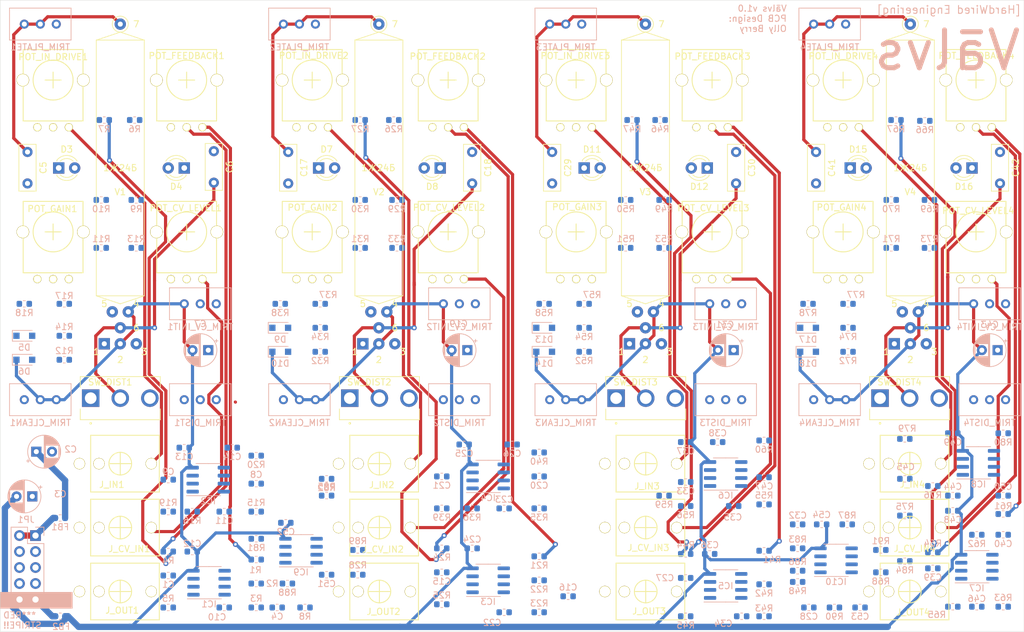
<source format=kicad_pcb>
(kicad_pcb (version 20171130) (host pcbnew "(5.1.6-0-10_14)")
  (layers (0 F.Cu signal) (31 B.Cu signal) (34 B.Paste user) (35 F.Paste user) (36 B.SilkS user) (37 F.SilkS user) (38 B.Mask user) (39 F.Mask user) (44 Edge.Cuts user))
  (net 0 "")
  (net 1 "Net-(C1-Pad2)")
  (net 2 "Net-(C1-Pad1)")
  (net 3 GND)
  (net 4 +12V)
  (net 5 -12V)
  (net 6 "Net-(C4-Pad2)")
  (net 7 "Net-(C4-Pad1)")
  (net 8 "Net-(C5-Pad2)")
  (net 9 "Net-(C5-Pad1)")
  (net 10 "Net-(C6-Pad2)")
  (net 11 "Net-(C6-Pad1)")
  (net 12 "Net-(C8-Pad2)")
  (net 13 "Net-(C8-Pad1)")
  (net 14 "Net-(C9-Pad2)")
  (net 15 "Net-(C9-Pad1)")
  (net 16 "Net-(C14-Pad1)")
  (net 17 "Net-(C15-Pad2)")
  (net 18 "Net-(C15-Pad1)")
  (net 19 "Net-(C16-Pad2)")
  (net 20 "Net-(C16-Pad1)")
  (net 21 "Net-(C17-Pad2)")
  (net 22 "Net-(C17-Pad1)")
  (net 23 "Net-(C18-Pad2)")
  (net 24 "Net-(C18-Pad1)")
  (net 25 "Net-(C20-Pad2)")
  (net 26 "Net-(C20-Pad1)")
  (net 27 "Net-(C21-Pad2)")
  (net 28 "Net-(C21-Pad1)")
  (net 29 "Net-(C26-Pad1)")
  (net 30 "Net-(C27-Pad2)")
  (net 31 "Net-(C27-Pad1)")
  (net 32 "Net-(C28-Pad2)")
  (net 33 "Net-(C28-Pad1)")
  (net 34 "Net-(C29-Pad2)")
  (net 35 "Net-(C29-Pad1)")
  (net 36 "Net-(C30-Pad2)")
  (net 37 "Net-(C30-Pad1)")
  (net 38 "Net-(C32-Pad2)")
  (net 39 "Net-(C32-Pad1)")
  (net 40 "Net-(C33-Pad2)")
  (net 41 "Net-(C33-Pad1)")
  (net 42 "Net-(C38-Pad1)")
  (net 43 "Net-(C39-Pad2)")
  (net 44 "Net-(C39-Pad1)")
  (net 45 "Net-(C40-Pad2)")
  (net 46 "Net-(C40-Pad1)")
  (net 47 "Net-(C41-Pad2)")
  (net 48 "Net-(C41-Pad1)")
  (net 49 "Net-(C42-Pad2)")
  (net 50 "Net-(C42-Pad1)")
  (net 51 "Net-(C44-Pad2)")
  (net 52 "Net-(C44-Pad1)")
  (net 53 "Net-(C45-Pad2)")
  (net 54 "Net-(C45-Pad1)")
  (net 55 "Net-(C50-Pad1)")
  (net 56 "Net-(D3-Pad1)")
  (net 57 "Net-(D4-Pad1)")
  (net 58 "Net-(D5-Pad2)")
  (net 59 "Net-(D5-Pad1)")
  (net 60 "Net-(D7-Pad1)")
  (net 61 "Net-(D8-Pad1)")
  (net 62 "Net-(D9-Pad2)")
  (net 63 "Net-(D10-Pad2)")
  (net 64 "Net-(D11-Pad1)")
  (net 65 "Net-(D12-Pad1)")
  (net 66 "Net-(D13-Pad2)")
  (net 67 "Net-(D13-Pad1)")
  (net 68 "Net-(D15-Pad1)")
  (net 69 "Net-(D16-Pad1)")
  (net 70 "Net-(D17-Pad2)")
  (net 71 "Net-(D17-Pad1)")
  (net 72 "Net-(POT_CV_LEVEL1-Pad2)")
  (net 73 "Net-(J_CV_IN1-Pad3)")
  (net 74 "Net-(POT_CV_LEVEL2-Pad2)")
  (net 75 "Net-(J_CV_IN2-Pad3)")
  (net 76 "Net-(POT_CV_LEVEL3-Pad2)")
  (net 77 "Net-(J_CV_IN3-Pad3)")
  (net 78 "Net-(POT_CV_LEVEL4-Pad2)")
  (net 79 "Net-(J_CV_IN4-Pad3)")
  (net 80 "Net-(POT_FEEDBACK1-Pad2)")
  (net 81 "Net-(POT_FEEDBACK2-Pad2)")
  (net 82 "Net-(POT_FEEDBACK3-Pad2)")
  (net 83 "Net-(POT_FEEDBACK4-Pad2)")
  (net 84 "Net-(POT_GAIN1-Pad2)")
  (net 85 "Net-(POT_GAIN2-Pad2)")
  (net 86 "Net-(POT_GAIN3-Pad2)")
  (net 87 "Net-(POT_GAIN4-Pad2)")
  (net 88 "Net-(POT_IN_DRIVE1-Pad2)")
  (net 89 "Net-(J_IN1-Pad3)")
  (net 90 "Net-(POT_IN_DRIVE2-Pad2)")
  (net 91 "Net-(J_IN2-Pad3)")
  (net 92 "Net-(POT_IN_DRIVE3-Pad2)")
  (net 93 "Net-(J_IN3-Pad3)")
  (net 94 "Net-(POT_IN_DRIVE4-Pad2)")
  (net 95 "Net-(J_IN4-Pad3)")
  (net 96 "Net-(J_OUT1-Pad3)")
  (net 97 "Net-(R6-Pad2)")
  (net 98 "Net-(R12-Pad2)")
  (net 99 "Net-(R18-Pad2)")
  (net 100 "Net-(J_OUT2-Pad3)")
  (net 101 "Net-(R26-Pad2)")
  (net 102 "Net-(R32-Pad2)")
  (net 103 "Net-(R38-Pad2)")
  (net 104 "Net-(J_OUT3-Pad3)")
  (net 105 "Net-(R46-Pad2)")
  (net 106 "Net-(R52-Pad2)")
  (net 107 "Net-(R58-Pad2)")
  (net 108 "Net-(J_OUT4-Pad3)")
  (net 109 "Net-(R66-Pad2)")
  (net 110 "Net-(R72-Pad2)")
  (net 111 "Net-(R78-Pad2)")
  (net 112 "Net-(J_OUT1-Pad2)")
  (net 113 "Net-(J_OUT2-Pad2)")
  (net 114 "Net-(J_OUT3-Pad2)")
  (net 115 "Net-(SW_DIST1-Pad3)")
  (net 116 "Net-(SW_DIST1-Pad1)")
  (net 117 "Net-(SW_DIST2-Pad3)")
  (net 118 "Net-(SW_DIST2-Pad1)")
  (net 119 "Net-(SW_DIST3-Pad3)")
  (net 120 "Net-(SW_DIST3-Pad1)")
  (net 121 "Net-(SW_DIST4-Pad3)")
  (net 122 "Net-(SW_DIST4-Pad1)")
  (net 123 "Net-(FB1-Pad1)")
  (net 124 "Net-(FB2-Pad1)")
  (net 125 "Net-(J_OUT4-Pad2)")
  (net 126 "Net-(IC9-Pad7)")
  (net 127 "Net-(IC9-Pad6)")
  (net 128 "Net-(IC9-Pad2)")
  (net 129 "Net-(IC9-Pad1)")
  (net 130 "Net-(IC10-Pad7)")
  (net 131 "Net-(IC10-Pad6)")
  (net 132 "Net-(IC10-Pad2)")
  (net 133 "Net-(IC10-Pad1)")
  (net 134 "Net-(POT_FEEDBACK1-Pad3)")
  (net 135 "Net-(POT_FEEDBACK2-Pad3)")
  (net 136 "Net-(POT_FEEDBACK3-Pad3)")
  (net 137 "Net-(POT_FEEDBACK4-Pad3)")
  (module 100SP1T1B4M2QE:SW_100SP1T1B4M2QE (layer F.Cu) (at 85.09 107.7025 90)
    (fp_text reference SW_DIST1 (at 2.54 -1.6) (layer F.SilkS))
    (fp_text value SW_SPDT)
    (pad 3 thru_hole circle (at 0 4.7 90) (size 2.775 2.775) (drill 1.85) (layers *.Cu *.Mask) (net 115 "Net-(SW_DIST1-Pad3)"))
    (pad 2 thru_hole circle (at 0 0 90) (size 2.775 2.775) (drill 1.85) (layers *.Cu *.Mask) (net 10 "Net-(C6-Pad2)"))
    (pad 1 thru_hole rect (at 0 -4.7 90) (size 2.775 2.775) (drill 1.85) (layers *.Cu *.Mask) (net 116 "Net-(SW_DIST1-Pad1)"))
  )
  (module 100SP1T1B4M2QE:SW_100SP1T1B4M2QE (layer F.Cu) (at 126.238 107.7025 90)
    (fp_text reference SW_DIST2 (at 2.54 -1.6) (layer F.SilkS))
    (fp_text value SW_SPDT)
    (pad 3 thru_hole circle (at 0 4.7 90) (size 2.775 2.775) (drill 1.85) (layers *.Cu *.Mask) (net 117 "Net-(SW_DIST2-Pad3)"))
    (pad 2 thru_hole circle (at 0 0 90) (size 2.775 2.775) (drill 1.85) (layers *.Cu *.Mask) (net 23 "Net-(C18-Pad2)"))
    (pad 1 thru_hole rect (at 0 -4.7 90) (size 2.775 2.775) (drill 1.85) (layers *.Cu *.Mask) (net 118 "Net-(SW_DIST2-Pad1)"))
  )
  (module 100SP1T1B4M2QE:SW_100SP1T1B4M2QE (layer F.Cu) (at 168.529 107.7025 90)
    (fp_text reference SW_DIST3 (at 2.54 -1.6) (layer F.SilkS))
    (fp_text value SW_SPDT)
    (pad 3 thru_hole circle (at 0 4.7 90) (size 2.775 2.775) (drill 1.85) (layers *.Cu *.Mask) (net 119 "Net-(SW_DIST3-Pad3)"))
    (pad 2 thru_hole circle (at 0 0 90) (size 2.775 2.775) (drill 1.85) (layers *.Cu *.Mask) (net 36 "Net-(C30-Pad2)"))
    (pad 1 thru_hole rect (at 0 -4.7 90) (size 2.775 2.775) (drill 1.85) (layers *.Cu *.Mask) (net 120 "Net-(SW_DIST3-Pad1)"))
  )
  (module 100SP1T1B4M2QE:SW_100SP1T1B4M2QE (layer F.Cu) (at 210.439 107.7025 90)
    (fp_text reference SW_DIST4 (at 2.54 -1.6) (layer F.SilkS))
    (fp_text value SW_SPDT)
    (pad 3 thru_hole circle (at 0 4.7 90) (size 2.775 2.775) (drill 1.85) (layers *.Cu *.Mask) (net 121 "Net-(SW_DIST4-Pad3)"))
    (pad 2 thru_hole circle (at 0 0 90) (size 2.775 2.775) (drill 1.85) (layers *.Cu *.Mask) (net 49 "Net-(C42-Pad2)"))
    (pad 1 thru_hole rect (at 0 -4.7 90) (size 2.775 2.775) (drill 1.85) (layers *.Cu *.Mask) (net 122 "Net-(SW_DIST4-Pad1)"))
  )
  (module Capacitor_THT:CP_Radial_D5.0mm_P2.50mm (layer B.Cu) (at 224.409 100.076 180)
    (fp_text reference C43 (at 1.27 4.064) (layer B.SilkS) (effects (justify mirror)))
    (fp_text value 47uf)
    (pad 2 thru_hole circle (at 2.5 0 180) (size 1.6 1.6) (drill 0.8) (layers *.Cu *.Mask) (net 5 -12V))
    (pad 1 thru_hole rect (at 0 0 180) (size 1.6 1.6) (drill 0.8) (layers *.Cu *.Mask) (net 3 GND))
  )
  (module Capacitor_THT:CP_Radial_D5.0mm_P2.50mm (layer B.Cu) (at 182.499 100.076 180)
    (fp_text reference C31 (at 1.397 4.064) (layer B.SilkS) (effects (justify mirror)))
    (fp_text value 47uf)
    (pad 2 thru_hole circle (at 2.5 0 180) (size 1.6 1.6) (drill 0.8) (layers *.Cu *.Mask) (net 5 -12V))
    (pad 1 thru_hole rect (at 0 0 180) (size 1.6 1.6) (drill 0.8) (layers *.Cu *.Mask) (net 3 GND))
  )
  (module Capacitor_THT:CP_Radial_D5.0mm_P2.50mm (layer B.Cu) (at 140.208 100.076 180)
    (fp_text reference C19 (at 1.397 4.191) (layer B.SilkS) (effects (justify mirror)))
    (fp_text value 47uf)
    (pad 2 thru_hole circle (at 2.5 0 180) (size 1.6 1.6) (drill 0.8) (layers *.Cu *.Mask) (net 5 -12V))
    (pad 1 thru_hole rect (at 0 0 180) (size 1.6 1.6) (drill 0.8) (layers *.Cu *.Mask) (net 3 GND))
  )
  (module Capacitor_THT:CP_Radial_D5.0mm_P2.50mm (layer B.Cu) (at 99.06 100.076 180)
    (fp_text reference C7 (at 1.27 4.191) (layer B.SilkS) (effects (justify mirror)))
    (fp_text value 47uf)
    (pad 2 thru_hole circle (at 2.5 0 180) (size 1.6 1.6) (drill 0.8) (layers *.Cu *.Mask) (net 5 -12V))
    (pad 1 thru_hole rect (at 0 0 180) (size 1.6 1.6) (drill 0.8) (layers *.Cu *.Mask) (net 3 GND))
  )
  (module Capacitor_THT:CP_Radial_D5.0mm_P2.50mm (layer B.Cu) (at 71.12 123.317 180)
    (fp_text reference C3 (at -4.445 0.381) (layer B.SilkS) (effects (justify mirror)))
    (fp_text value 10uf)
    (pad 2 thru_hole circle (at 2.5 0 180) (size 1.6 1.6) (drill 0.8) (layers *.Cu *.Mask) (net 5 -12V))
    (pad 1 thru_hole rect (at 0 0 180) (size 1.6 1.6) (drill 0.8) (layers *.Cu *.Mask) (net 3 GND))
  )
  (module Capacitor_THT:CP_Radial_D5.0mm_P2.50mm (layer B.Cu) (at 71.755 116.205)
    (fp_text reference C2 (at 5.461 -0.381) (layer B.SilkS) (effects (justify mirror)))
    (fp_text value 10uf)
    (pad 2 thru_hole circle (at 2.5 0) (size 1.6 1.6) (drill 0.8) (layers *.Cu *.Mask) (net 3 GND))
    (pad 1 thru_hole rect (at 0 0) (size 1.6 1.6) (drill 0.8) (layers *.Cu *.Mask) (net 4 +12V))
  )
  (module Package_SO:SOIC-8_3.9x4.9mm_P1.27mm (layer B.Cu) (at 99.187 137.033)
    (fp_text reference IC1 (at 0 3.4) (layer B.SilkS) (effects (justify mirror)))
    (fp_text value TL072)
    (pad 8 smd roundrect (at 2.475 1.905) (size 1.95 0.6) (layers B.Cu B.Paste B.Mask) (net 4 +12V))
    (pad 7 smd roundrect (at 2.475 0.635) (size 1.95 0.6) (layers B.Cu B.Paste B.Mask) (net 6 "Net-(C4-Pad2)"))
    (pad 6 smd roundrect (at 2.475 -0.635) (size 1.95 0.6) (layers B.Cu B.Paste B.Mask) (net 7 "Net-(C4-Pad1)"))
    (pad 5 smd roundrect (at 2.475 -1.905) (size 1.95 0.6) (layers B.Cu B.Paste B.Mask) (net 8 "Net-(C5-Pad2)"))
    (pad 4 smd roundrect (at -2.475 -1.905) (size 1.95 0.6) (layers B.Cu B.Paste B.Mask) (net 5 -12V))
    (pad 3 smd roundrect (at -2.475 -0.635) (size 1.95 0.6) (layers B.Cu B.Paste B.Mask) (net 3 GND))
    (pad 2 smd roundrect (at -2.475 0.635) (size 1.95 0.6) (layers B.Cu B.Paste B.Mask) (net 1 "Net-(C1-Pad2)"))
    (pad 1 smd roundrect (at -2.475 1.905) (size 1.95 0.6) (layers B.Cu B.Paste B.Mask) (net 2 "Net-(C1-Pad1)"))
  )
  (module Resistor_SMD:R_0603_1608Metric (layer B.Cu) (at 205.867 131.826 180)
    (fp_text reference R91 (at 0 1.43) (layer B.SilkS) (effects (justify mirror)))
    (fp_text value 100k)
    (pad 2 smd roundrect (at 0.7875 0 180) (size 0.875 0.95) (layers B.Cu B.Paste B.Mask) (net 131 "Net-(IC10-Pad6)"))
    (pad 1 smd roundrect (at -0.7875 0 180) (size 0.875 0.95) (layers B.Cu B.Paste B.Mask) (net 130 "Net-(IC10-Pad7)"))
  )
  (module Resistor_SMD:R_0603_1608Metric (layer B.Cu) (at 198.501 140.97)
    (fp_text reference R90 (at 0 1.43) (layer B.SilkS) (effects (justify mirror)))
    (fp_text value 100k)
    (pad 2 smd roundrect (at 0.7875 0) (size 0.875 0.95) (layers B.Cu B.Paste B.Mask) (net 132 "Net-(IC10-Pad2)"))
    (pad 1 smd roundrect (at -0.7875 0) (size 0.875 0.95) (layers B.Cu B.Paste B.Mask) (net 133 "Net-(IC10-Pad1)"))
  )
  (module Resistor_SMD:R_0603_1608Metric (layer B.Cu) (at 122.809 131.826 180)
    (fp_text reference R89 (at 0 1.43) (layer B.SilkS) (effects (justify mirror)))
    (fp_text value 100k)
    (pad 2 smd roundrect (at 0.7875 0 180) (size 0.875 0.95) (layers B.Cu B.Paste B.Mask) (net 127 "Net-(IC9-Pad6)"))
    (pad 1 smd roundrect (at -0.7875 0 180) (size 0.875 0.95) (layers B.Cu B.Paste B.Mask) (net 126 "Net-(IC9-Pad7)"))
  )
  (module Resistor_SMD:R_0603_1608Metric (layer B.Cu) (at 111.633 137.16)
    (fp_text reference R88 (at 0 1.43) (layer B.SilkS) (effects (justify mirror)))
    (fp_text value 100k)
    (pad 2 smd roundrect (at 0.7875 0) (size 0.875 0.95) (layers B.Cu B.Paste B.Mask) (net 128 "Net-(IC9-Pad2)"))
    (pad 1 smd roundrect (at -0.7875 0) (size 0.875 0.95) (layers B.Cu B.Paste B.Mask) (net 129 "Net-(IC9-Pad1)"))
  )
  (module Resistor_SMD:R_0603_1608Metric (layer B.Cu) (at 200.533 127.762 180)
    (fp_text reference R87 (at 0 1.43) (layer B.SilkS) (effects (justify mirror)))
    (fp_text value 100k)
    (pad 2 smd roundrect (at 0.7875 0 180) (size 0.875 0.95) (layers B.Cu B.Paste B.Mask) (net 114 "Net-(J_OUT3-Pad2)"))
    (pad 1 smd roundrect (at -0.7875 0 180) (size 0.875 0.95) (layers B.Cu B.Paste B.Mask) (net 131 "Net-(IC10-Pad6)"))
  )
  (module Resistor_SMD:R_0603_1608Metric (layer B.Cu) (at 192.659 135.128 180)
    (fp_text reference R86 (at 0 1.43) (layer B.SilkS) (effects (justify mirror)))
    (fp_text value 100k)
    (pad 2 smd roundrect (at 0.7875 0 180) (size 0.875 0.95) (layers B.Cu B.Paste B.Mask) (net 113 "Net-(J_OUT2-Pad2)"))
    (pad 1 smd roundrect (at -0.7875 0 180) (size 0.875 0.95) (layers B.Cu B.Paste B.Mask) (net 132 "Net-(IC10-Pad2)"))
  )
  (module Resistor_SMD:R_0603_1608Metric (layer B.Cu) (at 117.856 123.19 180)
    (fp_text reference R85 (at 0 1.43) (layer B.SilkS) (effects (justify mirror)))
    (fp_text value 100k)
    (pad 2 smd roundrect (at 0.7875 0 180) (size 0.875 0.95) (layers B.Cu B.Paste B.Mask) (net 112 "Net-(J_OUT1-Pad2)"))
    (pad 1 smd roundrect (at -0.7875 0 180) (size 0.875 0.95) (layers B.Cu B.Paste B.Mask) (net 127 "Net-(IC9-Pad6)"))
  )
  (module Resistor_SMD:R_0603_1608Metric (layer B.Cu) (at 209.677 133.604)
    (fp_text reference R84 (at 0 1.43) (layer B.SilkS) (effects (justify mirror)))
    (fp_text value 100k)
    (pad 2 smd roundrect (at 0.7875 0) (size 0.875 0.95) (layers B.Cu B.Paste B.Mask) (net 45 "Net-(C40-Pad2)"))
    (pad 1 smd roundrect (at -0.7875 0) (size 0.875 0.95) (layers B.Cu B.Paste B.Mask) (net 131 "Net-(IC10-Pad6)"))
  )
  (module Resistor_SMD:R_0603_1608Metric (layer B.Cu) (at 192.659 131.572 180)
    (fp_text reference R83 (at 0 1.43) (layer B.SilkS) (effects (justify mirror)))
    (fp_text value 100k)
    (pad 2 smd roundrect (at 0.7875 0 180) (size 0.875 0.95) (layers B.Cu B.Paste B.Mask) (net 32 "Net-(C28-Pad2)"))
    (pad 1 smd roundrect (at -0.7875 0 180) (size 0.875 0.95) (layers B.Cu B.Paste B.Mask) (net 132 "Net-(IC10-Pad2)"))
  )
  (module Resistor_SMD:R_0603_1608Metric (layer B.Cu) (at 117.856 120.523)
    (fp_text reference R82 (at 0 1.43) (layer B.SilkS) (effects (justify mirror)))
    (fp_text value 100k)
    (pad 2 smd roundrect (at 0.7875 0) (size 0.875 0.95) (layers B.Cu B.Paste B.Mask) (net 19 "Net-(C16-Pad2)"))
    (pad 1 smd roundrect (at -0.7875 0) (size 0.875 0.95) (layers B.Cu B.Paste B.Mask) (net 127 "Net-(IC9-Pad6)"))
  )
  (module Resistor_SMD:R_0603_1608Metric (layer B.Cu) (at 106.68 130.048)
    (fp_text reference R81 (at 0 1.43) (layer B.SilkS) (effects (justify mirror)))
    (fp_text value 100k)
    (pad 2 smd roundrect (at 0.7875 0) (size 0.875 0.95) (layers B.Cu B.Paste B.Mask) (net 6 "Net-(C4-Pad2)"))
    (pad 1 smd roundrect (at -0.7875 0) (size 0.875 0.95) (layers B.Cu B.Paste B.Mask) (net 128 "Net-(IC9-Pad2)"))
  )
  (module Package_SO:SOIC-8_3.9x4.9mm_P1.27mm (layer B.Cu) (at 198.755 133.477)
    (fp_text reference IC10 (at 0 3.4) (layer B.SilkS) (effects (justify mirror)))
    (fp_text value TL072)
    (pad 8 smd roundrect (at 2.475 1.905) (size 1.95 0.6) (layers B.Cu B.Paste B.Mask) (net 4 +12V))
    (pad 7 smd roundrect (at 2.475 0.635) (size 1.95 0.6) (layers B.Cu B.Paste B.Mask) (net 130 "Net-(IC10-Pad7)"))
    (pad 6 smd roundrect (at 2.475 -0.635) (size 1.95 0.6) (layers B.Cu B.Paste B.Mask) (net 131 "Net-(IC10-Pad6)"))
    (pad 5 smd roundrect (at 2.475 -1.905) (size 1.95 0.6) (layers B.Cu B.Paste B.Mask) (net 3 GND))
    (pad 4 smd roundrect (at -2.475 -1.905) (size 1.95 0.6) (layers B.Cu B.Paste B.Mask) (net 5 -12V))
    (pad 3 smd roundrect (at -2.475 -0.635) (size 1.95 0.6) (layers B.Cu B.Paste B.Mask) (net 3 GND))
    (pad 2 smd roundrect (at -2.475 0.635) (size 1.95 0.6) (layers B.Cu B.Paste B.Mask) (net 132 "Net-(IC10-Pad2)"))
    (pad 1 smd roundrect (at -2.475 1.905) (size 1.95 0.6) (layers B.Cu B.Paste B.Mask) (net 133 "Net-(IC10-Pad1)"))
  )
  (module Package_SO:SOIC-8_3.9x4.9mm_P1.27mm (layer B.Cu) (at 113.792 131.953)
    (fp_text reference IC9 (at 0 3.4) (layer B.SilkS) (effects (justify mirror)))
    (fp_text value TL072)
    (pad 8 smd roundrect (at 2.475 1.905) (size 1.95 0.6) (layers B.Cu B.Paste B.Mask) (net 4 +12V))
    (pad 7 smd roundrect (at 2.475 0.635) (size 1.95 0.6) (layers B.Cu B.Paste B.Mask) (net 126 "Net-(IC9-Pad7)"))
    (pad 6 smd roundrect (at 2.475 -0.635) (size 1.95 0.6) (layers B.Cu B.Paste B.Mask) (net 127 "Net-(IC9-Pad6)"))
    (pad 5 smd roundrect (at 2.475 -1.905) (size 1.95 0.6) (layers B.Cu B.Paste B.Mask) (net 3 GND))
    (pad 4 smd roundrect (at -2.475 -1.905) (size 1.95 0.6) (layers B.Cu B.Paste B.Mask) (net 5 -12V))
    (pad 3 smd roundrect (at -2.475 -0.635) (size 1.95 0.6) (layers B.Cu B.Paste B.Mask) (net 3 GND))
    (pad 2 smd roundrect (at -2.475 0.635) (size 1.95 0.6) (layers B.Cu B.Paste B.Mask) (net 128 "Net-(IC9-Pad2)"))
    (pad 1 smd roundrect (at -2.475 1.905) (size 1.95 0.6) (layers B.Cu B.Paste B.Mask) (net 129 "Net-(IC9-Pad1)"))
  )
  (module Capacitor_SMD:C_0603_1608Metric (layer B.Cu) (at 196.469 127.762)
    (fp_text reference C54 (at 0 -1.524) (layer B.SilkS) (effects (justify mirror)))
    (fp_text value 100nf)
    (pad 2 smd roundrect (at 0.7875 0) (size 0.875 0.95) (layers B.Cu B.Paste B.Mask) (net 5 -12V))
    (pad 1 smd roundrect (at -0.7875 0) (size 0.875 0.95) (layers B.Cu B.Paste B.Mask) (net 3 GND))
  )
  (module Capacitor_SMD:C_0603_1608Metric (layer B.Cu) (at 202.565 140.97)
    (fp_text reference C53 (at 0 1.43) (layer B.SilkS) (effects (justify mirror)))
    (fp_text value 100nf)
    (pad 2 smd roundrect (at 0.7875 0) (size 0.875 0.95) (layers B.Cu B.Paste B.Mask) (net 3 GND))
    (pad 1 smd roundrect (at -0.7875 0) (size 0.875 0.95) (layers B.Cu B.Paste B.Mask) (net 4 +12V))
  )
  (module Capacitor_SMD:C_0603_1608Metric (layer B.Cu) (at 111.379 127.508)
    (fp_text reference C52 (at 0 1.43) (layer B.SilkS) (effects (justify mirror)))
    (fp_text value 100nf)
    (pad 2 smd roundrect (at 0.7875 0) (size 0.875 0.95) (layers B.Cu B.Paste B.Mask) (net 5 -12V))
    (pad 1 smd roundrect (at -0.7875 0) (size 0.875 0.95) (layers B.Cu B.Paste B.Mask) (net 3 GND))
  )
  (module Capacitor_SMD:C_0603_1608Metric (layer B.Cu) (at 117.856 135.763)
    (fp_text reference C51 (at 0 1.43) (layer B.SilkS) (effects (justify mirror)))
    (fp_text value 100nf)
    (pad 2 smd roundrect (at 0.7875 0) (size 0.875 0.95) (layers B.Cu B.Paste B.Mask) (net 3 GND))
    (pad 1 smd roundrect (at -0.7875 0) (size 0.875 0.95) (layers B.Cu B.Paste B.Mask) (net 4 +12V))
  )
  (module Valve:Valve_Mini_Pentode_1j24b (layer F.Cu) (at 123.613333 99.06)
    (fp_text reference V2 (at 2.54 -24.13) (layer F.SilkS))
    (fp_text value 1J24B)
    (fp_text user 7 (at 5.08 -50.8) (layer F.SilkS))
    (fp_text user 6 (at 5.08 -2.54) (layer F.SilkS))
    (fp_text user 4 (at 5.08 -6.35) (layer F.SilkS))
    (fp_text user 5 (at 0 -6.35) (layer F.SilkS))
    (fp_text user 3 (at 6.35 1.27) (layer F.SilkS))
    (fp_text user 2 (at 2.54 2.54) (layer F.SilkS))
    (fp_text user 1 (at -1.27 1.27) (layer F.SilkS))
    (pad 7 thru_hole circle (at 2.54 -50.8) (size 1.8 1.8) (drill 0.8) (layers *.Cu *.Mask) (net 22 "Net-(C17-Pad1)"))
    (pad 6 thru_hole circle (at 2.54 -2.54) (size 1.8 1.8) (drill 0.8) (layers *.Cu *.Mask) (net 23 "Net-(C18-Pad2)"))
    (pad 5 thru_hole circle (at 1.27 -5.08) (size 1.8 1.8) (drill 0.8) (layers *.Cu *.Mask) (net 103 "Net-(R38-Pad2)"))
    (pad 4 thru_hole circle (at 3.81 -5.08) (size 1.8 1.8) (drill 0.8) (layers *.Cu *.Mask) (net 5 -12V))
    (pad 3 thru_hole circle (at 5.08 0) (size 1.8 1.8) (drill 0.8) (layers *.Cu *.Mask) (net 3 GND))
    (pad 2 thru_hole circle (at 2.54 0) (size 1.8 1.8) (drill 0.8) (layers *.Cu *.Mask) (net 5 -12V))
    (pad 1 thru_hole rect (at 0 0) (size 1.8 1.8) (drill 0.8) (layers *.Cu *.Mask) (net 62 "Net-(D9-Pad2)"))
  )
  (module Valve:Valve_Mini_Pentode_1j24b (layer F.Cu) (at 82.55 99.06)
    (fp_text reference V1 (at 2.54 -24.13) (layer F.SilkS))
    (fp_text value 1J24B)
    (fp_text user 7 (at 5.08 -50.8) (layer F.SilkS))
    (fp_text user 6 (at 5.08 -2.54) (layer F.SilkS))
    (fp_text user 4 (at 5.08 -6.35) (layer F.SilkS))
    (fp_text user 5 (at 0 -6.35) (layer F.SilkS))
    (fp_text user 3 (at 6.35 1.27) (layer F.SilkS))
    (fp_text user 2 (at 2.54 2.54) (layer F.SilkS))
    (fp_text user 1 (at -1.27 1.27) (layer F.SilkS))
    (pad 7 thru_hole circle (at 2.54 -50.8) (size 1.8 1.8) (drill 0.8) (layers *.Cu *.Mask) (net 9 "Net-(C5-Pad1)"))
    (pad 6 thru_hole circle (at 2.54 -2.54) (size 1.8 1.8) (drill 0.8) (layers *.Cu *.Mask) (net 10 "Net-(C6-Pad2)"))
    (pad 5 thru_hole circle (at 1.27 -5.08) (size 1.8 1.8) (drill 0.8) (layers *.Cu *.Mask) (net 99 "Net-(R18-Pad2)"))
    (pad 4 thru_hole circle (at 3.81 -5.08) (size 1.8 1.8) (drill 0.8) (layers *.Cu *.Mask) (net 5 -12V))
    (pad 3 thru_hole circle (at 5.08 0) (size 1.8 1.8) (drill 0.8) (layers *.Cu *.Mask) (net 3 GND))
    (pad 2 thru_hole circle (at 2.54 0) (size 1.8 1.8) (drill 0.8) (layers *.Cu *.Mask) (net 5 -12V))
    (pad 1 thru_hole rect (at 0 0) (size 1.8 1.8) (drill 0.8) (layers *.Cu *.Mask) (net 58 "Net-(D5-Pad2)"))
  )
  (module Valve:Valve_Mini_Pentode_1j24b (layer F.Cu) (at 208.01 99.06)
    (fp_text reference V4 (at 2.54 -24.13) (layer F.SilkS))
    (fp_text value 1J24B)
    (fp_text user 7 (at 5.08 -50.8) (layer F.SilkS))
    (fp_text user 6 (at 5.08 -2.54) (layer F.SilkS))
    (fp_text user 4 (at 5.08 -6.35) (layer F.SilkS))
    (fp_text user 5 (at 0 -6.35) (layer F.SilkS))
    (fp_text user 3 (at 6.35 1.27) (layer F.SilkS))
    (fp_text user 2 (at 2.54 2.54) (layer F.SilkS))
    (fp_text user 1 (at -1.27 1.27) (layer F.SilkS))
    (pad 7 thru_hole circle (at 2.54 -50.8) (size 1.8 1.8) (drill 0.8) (layers *.Cu *.Mask) (net 48 "Net-(C41-Pad1)"))
    (pad 6 thru_hole circle (at 2.54 -2.54) (size 1.8 1.8) (drill 0.8) (layers *.Cu *.Mask) (net 49 "Net-(C42-Pad2)"))
    (pad 5 thru_hole circle (at 1.27 -5.08) (size 1.8 1.8) (drill 0.8) (layers *.Cu *.Mask) (net 111 "Net-(R78-Pad2)"))
    (pad 4 thru_hole circle (at 3.81 -5.08) (size 1.8 1.8) (drill 0.8) (layers *.Cu *.Mask) (net 5 -12V))
    (pad 3 thru_hole circle (at 5.08 0) (size 1.8 1.8) (drill 0.8) (layers *.Cu *.Mask) (net 3 GND))
    (pad 2 thru_hole circle (at 2.54 0) (size 1.8 1.8) (drill 0.8) (layers *.Cu *.Mask) (net 5 -12V))
    (pad 1 thru_hole rect (at 0 0) (size 1.8 1.8) (drill 0.8) (layers *.Cu *.Mask) (net 70 "Net-(D17-Pad2)"))
  )
  (module Valve:Valve_Mini_Pentode_1j24b (layer F.Cu) (at 165.946666 99.06)
    (fp_text reference V3 (at 2.54 -24.13) (layer F.SilkS))
    (fp_text value 1J24B)
    (fp_text user 7 (at 5.08 -50.8) (layer F.SilkS))
    (fp_text user 6 (at 5.08 -2.54) (layer F.SilkS))
    (fp_text user 4 (at 5.08 -6.35) (layer F.SilkS))
    (fp_text user 5 (at 0 -6.35) (layer F.SilkS))
    (fp_text user 3 (at 6.35 1.27) (layer F.SilkS))
    (fp_text user 2 (at 2.54 2.54) (layer F.SilkS))
    (fp_text user 1 (at -1.27 1.27) (layer F.SilkS))
    (pad 7 thru_hole circle (at 2.54 -50.8) (size 1.8 1.8) (drill 0.8) (layers *.Cu *.Mask) (net 35 "Net-(C29-Pad1)"))
    (pad 6 thru_hole circle (at 2.54 -2.54) (size 1.8 1.8) (drill 0.8) (layers *.Cu *.Mask) (net 36 "Net-(C30-Pad2)"))
    (pad 5 thru_hole circle (at 1.27 -5.08) (size 1.8 1.8) (drill 0.8) (layers *.Cu *.Mask) (net 107 "Net-(R58-Pad2)"))
    (pad 4 thru_hole circle (at 3.81 -5.08) (size 1.8 1.8) (drill 0.8) (layers *.Cu *.Mask) (net 5 -12V))
    (pad 3 thru_hole circle (at 5.08 0) (size 1.8 1.8) (drill 0.8) (layers *.Cu *.Mask) (net 3 GND))
    (pad 2 thru_hole circle (at 2.54 0) (size 1.8 1.8) (drill 0.8) (layers *.Cu *.Mask) (net 5 -12V))
    (pad 1 thru_hole rect (at 0 0) (size 1.8 1.8) (drill 0.8) (layers *.Cu *.Mask) (net 66 "Net-(D13-Pad2)"))
  )
  (module Eurocad:Alpha9mmPot (layer F.Cu) (at 199.88 57.15)
    (fp_text reference POT_IN_DRIVE4 (at 0.03 -3.81 180) (layer F.SilkS))
    (fp_text value A100k)
    (pad "" thru_hole circle (at 4.8 0) (size 2 2) (drill 1.8) (layers *.Cu *.Mask F.SilkS))
    (pad "" thru_hole circle (at -4.8 0) (size 2 2) (drill 1.8) (layers *.Cu *.Mask F.SilkS))
    (pad 3 thru_hole circle (at 2.5 7.5) (size 1.3 1.3) (drill 1) (layers *.Cu *.Mask F.SilkS) (net 95 "Net-(J_IN4-Pad3)"))
    (pad 2 thru_hole circle (at 0 7.5) (size 1.3 1.3) (drill 1) (layers *.Cu *.Mask F.SilkS) (net 94 "Net-(POT_IN_DRIVE4-Pad2)"))
    (pad 1 thru_hole circle (at -2.5 7.5) (size 1.3 1.3) (drill 1) (layers *.Cu *.Mask F.SilkS) (net 3 GND))
  )
  (module Eurocad:Alpha9mmPot (layer F.Cu) (at 157.48 57.15)
    (fp_text reference POT_IN_DRIVE3 (at -0.12 -3.85 180) (layer F.SilkS))
    (fp_text value A100k)
    (pad "" thru_hole circle (at 4.8 0) (size 2 2) (drill 1.8) (layers *.Cu *.Mask F.SilkS))
    (pad "" thru_hole circle (at -4.8 0) (size 2 2) (drill 1.8) (layers *.Cu *.Mask F.SilkS))
    (pad 3 thru_hole circle (at 2.5 7.5) (size 1.3 1.3) (drill 1) (layers *.Cu *.Mask F.SilkS) (net 93 "Net-(J_IN3-Pad3)"))
    (pad 2 thru_hole circle (at 0 7.5) (size 1.3 1.3) (drill 1) (layers *.Cu *.Mask F.SilkS) (net 92 "Net-(POT_IN_DRIVE3-Pad2)"))
    (pad 1 thru_hole circle (at -2.5 7.5) (size 1.3 1.3) (drill 1) (layers *.Cu *.Mask F.SilkS) (net 3 GND))
  )
  (module Eurocad:Alpha9mmPot (layer F.Cu) (at 115.57 57.15)
    (fp_text reference POT_IN_DRIVE2 (at 0.24 -3.88 180) (layer F.SilkS))
    (fp_text value A100k)
    (pad "" thru_hole circle (at 4.8 0) (size 2 2) (drill 1.8) (layers *.Cu *.Mask F.SilkS))
    (pad "" thru_hole circle (at -4.8 0) (size 2 2) (drill 1.8) (layers *.Cu *.Mask F.SilkS))
    (pad 3 thru_hole circle (at 2.5 7.5) (size 1.3 1.3) (drill 1) (layers *.Cu *.Mask F.SilkS) (net 91 "Net-(J_IN2-Pad3)"))
    (pad 2 thru_hole circle (at 0 7.5) (size 1.3 1.3) (drill 1) (layers *.Cu *.Mask F.SilkS) (net 90 "Net-(POT_IN_DRIVE2-Pad2)"))
    (pad 1 thru_hole circle (at -2.5 7.5) (size 1.3 1.3) (drill 1) (layers *.Cu *.Mask F.SilkS) (net 3 GND))
  )
  (module Eurocad:Alpha9mmPot (layer F.Cu) (at 74.422 57.15)
    (fp_text reference POT_IN_DRIVE1 (at 0.01 -3.68 180) (layer F.SilkS))
    (fp_text value A100k)
    (pad "" thru_hole circle (at 4.8 0) (size 2 2) (drill 1.8) (layers *.Cu *.Mask F.SilkS))
    (pad "" thru_hole circle (at -4.8 0) (size 2 2) (drill 1.8) (layers *.Cu *.Mask F.SilkS))
    (pad 3 thru_hole circle (at 2.5 7.5) (size 1.3 1.3) (drill 1) (layers *.Cu *.Mask F.SilkS) (net 89 "Net-(J_IN1-Pad3)"))
    (pad 2 thru_hole circle (at 0 7.5) (size 1.3 1.3) (drill 1) (layers *.Cu *.Mask F.SilkS) (net 88 "Net-(POT_IN_DRIVE1-Pad2)"))
    (pad 1 thru_hole circle (at -2.5 7.5) (size 1.3 1.3) (drill 1) (layers *.Cu *.Mask F.SilkS) (net 3 GND))
  )
  (module Eurocad:Alpha9mmPot (layer F.Cu) (at 199.88 81.28)
    (fp_text reference POT_GAIN4 (at -0.24 -3.9 180) (layer F.SilkS))
    (fp_text value A100k)
    (pad "" thru_hole circle (at 4.8 0) (size 2 2) (drill 1.8) (layers *.Cu *.Mask F.SilkS))
    (pad "" thru_hole circle (at -4.8 0) (size 2 2) (drill 1.8) (layers *.Cu *.Mask F.SilkS))
    (pad 3 thru_hole circle (at 2.5 7.5) (size 1.3 1.3) (drill 1) (layers *.Cu *.Mask F.SilkS) (net 4 +12V))
    (pad 2 thru_hole circle (at 0 7.5) (size 1.3 1.3) (drill 1) (layers *.Cu *.Mask F.SilkS) (net 87 "Net-(POT_GAIN4-Pad2)"))
    (pad 1 thru_hole circle (at -2.5 7.5) (size 1.3 1.3) (drill 1) (layers *.Cu *.Mask F.SilkS) (net 3 GND))
  )
  (module Eurocad:Alpha9mmPot (layer F.Cu) (at 157.48 81.28)
    (fp_text reference POT_GAIN3 (at 0.15 -3.96 180) (layer F.SilkS))
    (fp_text value A100k)
    (pad "" thru_hole circle (at 4.8 0) (size 2 2) (drill 1.8) (layers *.Cu *.Mask F.SilkS))
    (pad "" thru_hole circle (at -4.8 0) (size 2 2) (drill 1.8) (layers *.Cu *.Mask F.SilkS))
    (pad 3 thru_hole circle (at 2.5 7.5) (size 1.3 1.3) (drill 1) (layers *.Cu *.Mask F.SilkS) (net 4 +12V))
    (pad 2 thru_hole circle (at 0 7.5) (size 1.3 1.3) (drill 1) (layers *.Cu *.Mask F.SilkS) (net 86 "Net-(POT_GAIN3-Pad2)"))
    (pad 1 thru_hole circle (at -2.5 7.5) (size 1.3 1.3) (drill 1) (layers *.Cu *.Mask F.SilkS) (net 3 GND))
  )
  (module Eurocad:Alpha9mmPot (layer F.Cu) (at 115.57 81.28)
    (fp_text reference POT_GAIN2 (at 0.05 -3.88 180) (layer F.SilkS))
    (fp_text value A100k)
    (pad "" thru_hole circle (at 4.8 0) (size 2 2) (drill 1.8) (layers *.Cu *.Mask F.SilkS))
    (pad "" thru_hole circle (at -4.8 0) (size 2 2) (drill 1.8) (layers *.Cu *.Mask F.SilkS))
    (pad 3 thru_hole circle (at 2.5 7.5) (size 1.3 1.3) (drill 1) (layers *.Cu *.Mask F.SilkS) (net 4 +12V))
    (pad 2 thru_hole circle (at 0 7.5) (size 1.3 1.3) (drill 1) (layers *.Cu *.Mask F.SilkS) (net 85 "Net-(POT_GAIN2-Pad2)"))
    (pad 1 thru_hole circle (at -2.5 7.5) (size 1.3 1.3) (drill 1) (layers *.Cu *.Mask F.SilkS) (net 3 GND))
  )
  (module Eurocad:Alpha9mmPot (layer F.Cu) (at 74.422 81.28)
    (fp_text reference POT_GAIN1 (at -0.11 -3.67 180) (layer F.SilkS))
    (fp_text value A100k)
    (pad "" thru_hole circle (at 4.8 0) (size 2 2) (drill 1.8) (layers *.Cu *.Mask F.SilkS))
    (pad "" thru_hole circle (at -4.8 0) (size 2 2) (drill 1.8) (layers *.Cu *.Mask F.SilkS))
    (pad 3 thru_hole circle (at 2.5 7.5) (size 1.3 1.3) (drill 1) (layers *.Cu *.Mask F.SilkS) (net 4 +12V))
    (pad 2 thru_hole circle (at 0 7.5) (size 1.3 1.3) (drill 1) (layers *.Cu *.Mask F.SilkS) (net 84 "Net-(POT_GAIN1-Pad2)"))
    (pad 1 thru_hole circle (at -2.5 7.5) (size 1.3 1.3) (drill 1) (layers *.Cu *.Mask F.SilkS) (net 3 GND))
  )
  (module Eurocad:Alpha9mmPot (layer F.Cu) (at 220.98 57.15)
    (fp_text reference POT_FEEDBACK4 (at 0.08 -3.87 180) (layer F.SilkS))
    (fp_text value A100k)
    (pad "" thru_hole circle (at 4.8 0) (size 2 2) (drill 1.8) (layers *.Cu *.Mask F.SilkS))
    (pad "" thru_hole circle (at -4.8 0) (size 2 2) (drill 1.8) (layers *.Cu *.Mask F.SilkS))
    (pad 3 thru_hole circle (at 2.5 7.5) (size 1.3 1.3) (drill 1) (layers *.Cu *.Mask F.SilkS) (net 137 "Net-(POT_FEEDBACK4-Pad3)"))
    (pad 2 thru_hole circle (at 0 7.5) (size 1.3 1.3) (drill 1) (layers *.Cu *.Mask F.SilkS) (net 83 "Net-(POT_FEEDBACK4-Pad2)"))
    (pad 1 thru_hole circle (at -2.5 7.5) (size 1.3 1.3) (drill 1) (layers *.Cu *.Mask F.SilkS) (net 3 GND))
  )
  (module Eurocad:Alpha9mmPot (layer F.Cu) (at 179.07 57.15)
    (fp_text reference POT_FEEDBACK3 (at 0.07 -3.76 180) (layer F.SilkS))
    (fp_text value A100k)
    (pad "" thru_hole circle (at 4.8 0) (size 2 2) (drill 1.8) (layers *.Cu *.Mask F.SilkS))
    (pad "" thru_hole circle (at -4.8 0) (size 2 2) (drill 1.8) (layers *.Cu *.Mask F.SilkS))
    (pad 3 thru_hole circle (at 2.5 7.5) (size 1.3 1.3) (drill 1) (layers *.Cu *.Mask F.SilkS) (net 136 "Net-(POT_FEEDBACK3-Pad3)"))
    (pad 2 thru_hole circle (at 0 7.5) (size 1.3 1.3) (drill 1) (layers *.Cu *.Mask F.SilkS) (net 82 "Net-(POT_FEEDBACK3-Pad2)"))
    (pad 1 thru_hole circle (at -2.5 7.5) (size 1.3 1.3) (drill 1) (layers *.Cu *.Mask F.SilkS) (net 3 GND))
  )
  (module Eurocad:Alpha9mmPot (layer F.Cu) (at 137.16 57.15)
    (fp_text reference POT_FEEDBACK2 (at -0.08 -3.76) (layer F.SilkS))
    (fp_text value A100k)
    (pad "" thru_hole circle (at 4.8 0) (size 2 2) (drill 1.8) (layers *.Cu *.Mask F.SilkS))
    (pad "" thru_hole circle (at -4.8 0) (size 2 2) (drill 1.8) (layers *.Cu *.Mask F.SilkS))
    (pad 3 thru_hole circle (at 2.5 7.5) (size 1.3 1.3) (drill 1) (layers *.Cu *.Mask F.SilkS) (net 135 "Net-(POT_FEEDBACK2-Pad3)"))
    (pad 2 thru_hole circle (at 0 7.5) (size 1.3 1.3) (drill 1) (layers *.Cu *.Mask F.SilkS) (net 81 "Net-(POT_FEEDBACK2-Pad2)"))
    (pad 1 thru_hole circle (at -2.5 7.5) (size 1.3 1.3) (drill 1) (layers *.Cu *.Mask F.SilkS) (net 3 GND))
  )
  (module Eurocad:Alpha9mmPot (layer F.Cu) (at 95.631 57.15)
    (fp_text reference POT_FEEDBACK1 (at -0.01 -3.86 180) (layer F.SilkS))
    (fp_text value A100k)
    (pad "" thru_hole circle (at 4.8 0) (size 2 2) (drill 1.8) (layers *.Cu *.Mask F.SilkS))
    (pad "" thru_hole circle (at -4.8 0) (size 2 2) (drill 1.8) (layers *.Cu *.Mask F.SilkS))
    (pad 3 thru_hole circle (at 2.5 7.5) (size 1.3 1.3) (drill 1) (layers *.Cu *.Mask F.SilkS) (net 134 "Net-(POT_FEEDBACK1-Pad3)"))
    (pad 2 thru_hole circle (at 0 7.5) (size 1.3 1.3) (drill 1) (layers *.Cu *.Mask F.SilkS) (net 80 "Net-(POT_FEEDBACK1-Pad2)"))
    (pad 1 thru_hole circle (at -2.5 7.5) (size 1.3 1.3) (drill 1) (layers *.Cu *.Mask F.SilkS) (net 3 GND))
  )
  (module Eurocad:Alpha9mmPot (layer F.Cu) (at 220.98 81.28)
    (fp_text reference POT_CV_LEVEL4 (at 0.36 -3.37 180) (layer F.SilkS))
    (fp_text value B100k)
    (pad "" thru_hole circle (at 4.8 0) (size 2 2) (drill 1.8) (layers *.Cu *.Mask F.SilkS))
    (pad "" thru_hole circle (at -4.8 0) (size 2 2) (drill 1.8) (layers *.Cu *.Mask F.SilkS))
    (pad 3 thru_hole circle (at 2.5 7.5) (size 1.3 1.3) (drill 1) (layers *.Cu *.Mask F.SilkS) (net 79 "Net-(J_CV_IN4-Pad3)"))
    (pad 2 thru_hole circle (at 0 7.5) (size 1.3 1.3) (drill 1) (layers *.Cu *.Mask F.SilkS) (net 78 "Net-(POT_CV_LEVEL4-Pad2)"))
    (pad 1 thru_hole circle (at -2.5 7.5) (size 1.3 1.3) (drill 1) (layers *.Cu *.Mask F.SilkS) (net 3 GND))
  )
  (module Eurocad:Alpha9mmPot (layer F.Cu) (at 179.07 81.28)
    (fp_text reference POT_CV_LEVEL3 (at 0.2 -3.79 180) (layer F.SilkS))
    (fp_text value B100k)
    (pad "" thru_hole circle (at 4.8 0) (size 2 2) (drill 1.8) (layers *.Cu *.Mask F.SilkS))
    (pad "" thru_hole circle (at -4.8 0) (size 2 2) (drill 1.8) (layers *.Cu *.Mask F.SilkS))
    (pad 3 thru_hole circle (at 2.5 7.5) (size 1.3 1.3) (drill 1) (layers *.Cu *.Mask F.SilkS) (net 77 "Net-(J_CV_IN3-Pad3)"))
    (pad 2 thru_hole circle (at 0 7.5) (size 1.3 1.3) (drill 1) (layers *.Cu *.Mask F.SilkS) (net 76 "Net-(POT_CV_LEVEL3-Pad2)"))
    (pad 1 thru_hole circle (at -2.5 7.5) (size 1.3 1.3) (drill 1) (layers *.Cu *.Mask F.SilkS) (net 3 GND))
  )
  (module Eurocad:Alpha9mmPot (layer F.Cu) (at 137.16 81.28)
    (fp_text reference POT_CV_LEVEL2 (at 0.13 -3.87 180) (layer F.SilkS))
    (fp_text value B100k)
    (pad "" thru_hole circle (at 4.8 0) (size 2 2) (drill 1.8) (layers *.Cu *.Mask F.SilkS))
    (pad "" thru_hole circle (at -4.8 0) (size 2 2) (drill 1.8) (layers *.Cu *.Mask F.SilkS))
    (pad 3 thru_hole circle (at 2.5 7.5) (size 1.3 1.3) (drill 1) (layers *.Cu *.Mask F.SilkS) (net 75 "Net-(J_CV_IN2-Pad3)"))
    (pad 2 thru_hole circle (at 0 7.5) (size 1.3 1.3) (drill 1) (layers *.Cu *.Mask F.SilkS) (net 74 "Net-(POT_CV_LEVEL2-Pad2)"))
    (pad 1 thru_hole circle (at -2.5 7.5) (size 1.3 1.3) (drill 1) (layers *.Cu *.Mask F.SilkS) (net 3 GND))
  )
  (module Eurocad:Alpha9mmPot (layer F.Cu) (at 95.631 81.28)
    (fp_text reference POT_CV_LEVEL1 (at -0.15 -3.79 180) (layer F.SilkS))
    (fp_text value B100k)
    (pad "" thru_hole circle (at 4.8 0) (size 2 2) (drill 1.8) (layers *.Cu *.Mask F.SilkS))
    (pad "" thru_hole circle (at -4.8 0) (size 2 2) (drill 1.8) (layers *.Cu *.Mask F.SilkS))
    (pad 3 thru_hole circle (at 2.5 7.5) (size 1.3 1.3) (drill 1) (layers *.Cu *.Mask F.SilkS) (net 73 "Net-(J_CV_IN1-Pad3)"))
    (pad 2 thru_hole circle (at 0 7.5) (size 1.3 1.3) (drill 1) (layers *.Cu *.Mask F.SilkS) (net 72 "Net-(POT_CV_LEVEL1-Pad2)"))
    (pad 1 thru_hole circle (at -2.5 7.5) (size 1.3 1.3) (drill 1) (layers *.Cu *.Mask F.SilkS) (net 3 GND))
  )
  (module Eurocad:PJ301M-12 (layer F.Cu) (at 210.469 138.43 270)
    (fp_text reference J_OUT4 (at 3.3 -0.54) (layer F.SilkS))
    (fp_text value PJ301M-12)
    (pad 3 thru_hole circle (at 0 -4.92 270) (size 1.8 1.8) (drill 1.6) (layers *.Cu *.Mask F.SilkS) (net 108 "Net-(J_OUT4-Pad3)"))
    (pad 1 thru_hole circle (at 0 6.48 270) (size 1.8 1.8) (drill 1.6) (layers *.Cu *.Mask F.SilkS) (net 3 GND))
    (pad 2 thru_hole circle (at 0 3.38 270) (size 1.8 1.8) (drill 1.6) (layers *.Cu *.Mask F.SilkS) (net 125 "Net-(J_OUT4-Pad2)"))
  )
  (module Eurocad:PJ301M-12 (layer F.Cu) (at 168.529 138.43 270)
    (fp_text reference J_OUT3 (at 3.13 -0.55) (layer F.SilkS))
    (fp_text value PJ301M-12)
    (pad 3 thru_hole circle (at 0 -4.92 270) (size 1.8 1.8) (drill 1.6) (layers *.Cu *.Mask F.SilkS) (net 104 "Net-(J_OUT3-Pad3)"))
    (pad 1 thru_hole circle (at 0 6.48 270) (size 1.8 1.8) (drill 1.6) (layers *.Cu *.Mask F.SilkS) (net 3 GND))
    (pad 2 thru_hole circle (at 0 3.38 270) (size 1.8 1.8) (drill 1.6) (layers *.Cu *.Mask F.SilkS) (net 114 "Net-(J_OUT3-Pad2)"))
  )
  (module Eurocad:PJ301M-12 (layer F.Cu) (at 126.238 138.43 270)
    (fp_text reference J_OUT2 (at 3.2 -0.66) (layer F.SilkS))
    (fp_text value PJ301M-12)
    (pad 3 thru_hole circle (at 0 -4.92 270) (size 1.8 1.8) (drill 1.6) (layers *.Cu *.Mask F.SilkS) (net 100 "Net-(J_OUT2-Pad3)"))
    (pad 1 thru_hole circle (at 0 6.48 270) (size 1.8 1.8) (drill 1.6) (layers *.Cu *.Mask F.SilkS) (net 3 GND))
    (pad 2 thru_hole circle (at 0 3.38 270) (size 1.8 1.8) (drill 1.6) (layers *.Cu *.Mask F.SilkS) (net 113 "Net-(J_OUT2-Pad2)"))
  )
  (module Eurocad:PJ301M-12 (layer F.Cu) (at 85.09 138.43 270)
    (fp_text reference J_OUT1 (at 3 -0.3) (layer F.SilkS))
    (fp_text value PJ301M-12)
    (pad 3 thru_hole circle (at 0 -4.92 270) (size 1.8 1.8) (drill 1.6) (layers *.Cu *.Mask F.SilkS) (net 96 "Net-(J_OUT1-Pad3)"))
    (pad 1 thru_hole circle (at 0 6.48 270) (size 1.8 1.8) (drill 1.6) (layers *.Cu *.Mask F.SilkS) (net 3 GND))
    (pad 2 thru_hole circle (at 0 3.38 270) (size 1.8 1.8) (drill 1.6) (layers *.Cu *.Mask F.SilkS) (net 112 "Net-(J_OUT1-Pad2)"))
  )
  (module Eurocad:PJ301M-12 (layer F.Cu) (at 210.469 118.11 270)
    (fp_text reference J_IN4 (at 3.31 -0.42) (layer F.SilkS))
    (fp_text value PJ301M-12)
    (pad 3 thru_hole circle (at 0 -4.92 270) (size 1.8 1.8) (drill 1.6) (layers *.Cu *.Mask F.SilkS) (net 95 "Net-(J_IN4-Pad3)"))
    (pad 1 thru_hole circle (at 0 6.48 270) (size 1.8 1.8) (drill 1.6) (layers *.Cu *.Mask F.SilkS) (net 3 GND))
    (pad 2 thru_hole circle (at 0 3.38 270) (size 1.8 1.8) (drill 1.6) (layers *.Cu *.Mask F.SilkS) (net 3 GND))
  )
  (module Eurocad:PJ301M-12 (layer F.Cu) (at 168.529 118.11 270)
    (fp_text reference J_IN3 (at 3.58 -0.22) (layer F.SilkS))
    (fp_text value PJ301M-12)
    (pad 3 thru_hole circle (at 0 -4.92 270) (size 1.8 1.8) (drill 1.6) (layers *.Cu *.Mask F.SilkS) (net 93 "Net-(J_IN3-Pad3)"))
    (pad 1 thru_hole circle (at 0 6.48 270) (size 1.8 1.8) (drill 1.6) (layers *.Cu *.Mask F.SilkS) (net 3 GND))
    (pad 2 thru_hole circle (at 0 3.38 270) (size 1.8 1.8) (drill 1.6) (layers *.Cu *.Mask F.SilkS) (net 3 GND))
  )
  (module Eurocad:PJ301M-12 (layer F.Cu) (at 126.238 118.11 270)
    (fp_text reference J_IN2 (at 3.38 -0.37) (layer F.SilkS))
    (fp_text value PJ301M-12)
    (pad 3 thru_hole circle (at 0 -4.92 270) (size 1.8 1.8) (drill 1.6) (layers *.Cu *.Mask F.SilkS) (net 91 "Net-(J_IN2-Pad3)"))
    (pad 1 thru_hole circle (at 0 6.48 270) (size 1.8 1.8) (drill 1.6) (layers *.Cu *.Mask F.SilkS) (net 3 GND))
    (pad 2 thru_hole circle (at 0 3.38 270) (size 1.8 1.8) (drill 1.6) (layers *.Cu *.Mask F.SilkS) (net 3 GND))
  )
  (module Eurocad:PJ301M-12 (layer F.Cu) (at 85.09 118.11 270)
    (fp_text reference J_IN1 (at 3.33 1.35) (layer F.SilkS))
    (fp_text value PJ301M-12)
    (pad 3 thru_hole circle (at 0 -4.92 270) (size 1.8 1.8) (drill 1.6) (layers *.Cu *.Mask F.SilkS) (net 89 "Net-(J_IN1-Pad3)"))
    (pad 1 thru_hole circle (at 0 6.48 270) (size 1.8 1.8) (drill 1.6) (layers *.Cu *.Mask F.SilkS) (net 3 GND))
    (pad 2 thru_hole circle (at 0 3.38 270) (size 1.8 1.8) (drill 1.6) (layers *.Cu *.Mask F.SilkS) (net 3 GND))
  )
  (module Eurocad:PJ301M-12 (layer F.Cu) (at 210.469 128.27 270)
    (fp_text reference J_CV_IN4 (at 3.34 -0.77) (layer F.SilkS))
    (fp_text value PJ301M-12)
    (pad 3 thru_hole circle (at 0 -4.92 270) (size 1.8 1.8) (drill 1.6) (layers *.Cu *.Mask F.SilkS) (net 79 "Net-(J_CV_IN4-Pad3)"))
    (pad 1 thru_hole circle (at 0 6.48 270) (size 1.8 1.8) (drill 1.6) (layers *.Cu *.Mask F.SilkS) (net 3 GND))
    (pad 2 thru_hole circle (at 0 3.38 270) (size 1.8 1.8) (drill 1.6) (layers *.Cu *.Mask F.SilkS) (net 3 GND))
  )
  (module Eurocad:PJ301M-12 (layer F.Cu) (at 168.529 128.27 270)
    (fp_text reference J_CV_IN3 (at 3.21 -0.44) (layer F.SilkS))
    (fp_text value PJ301M-12)
    (pad 3 thru_hole circle (at 0 -4.92 270) (size 1.8 1.8) (drill 1.6) (layers *.Cu *.Mask F.SilkS) (net 77 "Net-(J_CV_IN3-Pad3)"))
    (pad 1 thru_hole circle (at 0 6.48 270) (size 1.8 1.8) (drill 1.6) (layers *.Cu *.Mask F.SilkS) (net 3 GND))
    (pad 2 thru_hole circle (at 0 3.38 270) (size 1.8 1.8) (drill 1.6) (layers *.Cu *.Mask F.SilkS) (net 3 GND))
  )
  (module Eurocad:PJ301M-12 (layer F.Cu) (at 126.238 128.27 270)
    (fp_text reference J_CV_IN2 (at 3.46 -0.56) (layer F.SilkS))
    (fp_text value PJ301M-12)
    (pad 3 thru_hole circle (at 0 -4.92 270) (size 1.8 1.8) (drill 1.6) (layers *.Cu *.Mask F.SilkS) (net 75 "Net-(J_CV_IN2-Pad3)"))
    (pad 1 thru_hole circle (at 0 6.48 270) (size 1.8 1.8) (drill 1.6) (layers *.Cu *.Mask F.SilkS) (net 3 GND))
    (pad 2 thru_hole circle (at 0 3.38 270) (size 1.8 1.8) (drill 1.6) (layers *.Cu *.Mask F.SilkS) (net 3 GND))
  )
  (module Eurocad:PJ301M-12 (layer F.Cu) (at 85.09 128.27 270)
    (fp_text reference J_CV_IN1 (at 3.39 -1.43) (layer F.SilkS))
    (fp_text value PJ301M-12)
    (pad 3 thru_hole circle (at 0 -4.92 270) (size 1.8 1.8) (drill 1.6) (layers *.Cu *.Mask F.SilkS) (net 73 "Net-(J_CV_IN1-Pad3)"))
    (pad 1 thru_hole circle (at 0 6.48 270) (size 1.8 1.8) (drill 1.6) (layers *.Cu *.Mask F.SilkS) (net 3 GND))
    (pad 2 thru_hole circle (at 0 3.38 270) (size 1.8 1.8) (drill 1.6) (layers *.Cu *.Mask F.SilkS) (net 3 GND))
  )
  (module Resistor_SMD:R_0603_1608Metric (layer B.Cu) (at 187.325 142.367 180)
    (fp_text reference R43 (at 0 1.27) (layer B.SilkS) (effects (justify mirror)))
    (fp_text value 100k)
    (pad 2 smd roundrect (at 0.7875 0 180) (size 0.875 0.95) (layers B.Cu B.Paste B.Mask) (net 32 "Net-(C28-Pad2)"))
    (pad 1 smd roundrect (at -0.7875 0 180) (size 0.875 0.95) (layers B.Cu B.Paste B.Mask) (net 33 "Net-(C28-Pad1)"))
  )
  (module Resistor_SMD:R_0603_1608Metric (layer B.Cu) (at 187.325 137.287)
    (fp_text reference R42 (at 0 1.43) (layer B.SilkS) (effects (justify mirror)))
    (fp_text value 100k)
    (pad 2 smd roundrect (at 0.7875 0) (size 0.875 0.95) (layers B.Cu B.Paste B.Mask) (net 33 "Net-(C28-Pad1)"))
    (pad 1 smd roundrect (at -0.7875 0) (size 0.875 0.95) (layers B.Cu B.Paste B.Mask) (net 3 GND))
  )
  (module Potentiometer_THT:Potentiometer_Bourns_3296W_Vertical (layer B.Cu) (at 200.279 48.26)
    (fp_text reference TRIM_PLATE4 (at -2.54 3.66) (layer B.SilkS) (effects (justify mirror)))
    (fp_text value 20k)
    (pad 3 thru_hole circle (at -5.08 0) (size 1.44 1.44) (drill 0.8) (layers *.Cu *.Mask) (net 48 "Net-(C41-Pad1)"))
    (pad 2 thru_hole circle (at -2.54 0) (size 1.44 1.44) (drill 0.8) (layers *.Cu *.Mask) (net 48 "Net-(C41-Pad1)"))
    (pad 1 thru_hole circle (at 0 0) (size 1.44 1.44) (drill 0.8) (layers *.Cu *.Mask) (net 109 "Net-(R66-Pad2)"))
  )
  (module Potentiometer_THT:Potentiometer_Bourns_3296W_Vertical (layer B.Cu) (at 158.369 48.26)
    (fp_text reference TRIM_PLATE3 (at -2.54 3.66) (layer B.SilkS) (effects (justify mirror)))
    (fp_text value 20k)
    (pad 3 thru_hole circle (at -5.08 0) (size 1.44 1.44) (drill 0.8) (layers *.Cu *.Mask) (net 35 "Net-(C29-Pad1)"))
    (pad 2 thru_hole circle (at -2.54 0) (size 1.44 1.44) (drill 0.8) (layers *.Cu *.Mask) (net 35 "Net-(C29-Pad1)"))
    (pad 1 thru_hole circle (at 0 0) (size 1.44 1.44) (drill 0.8) (layers *.Cu *.Mask) (net 105 "Net-(R46-Pad2)"))
  )
  (module Potentiometer_THT:Potentiometer_Bourns_3296W_Vertical (layer B.Cu) (at 116.078 48.26)
    (fp_text reference TRIM_PLATE2 (at -2.54 3.66) (layer B.SilkS) (effects (justify mirror)))
    (fp_text value 20k)
    (pad 3 thru_hole circle (at -5.08 0) (size 1.44 1.44) (drill 0.8) (layers *.Cu *.Mask) (net 22 "Net-(C17-Pad1)"))
    (pad 2 thru_hole circle (at -2.54 0) (size 1.44 1.44) (drill 0.8) (layers *.Cu *.Mask) (net 22 "Net-(C17-Pad1)"))
    (pad 1 thru_hole circle (at 0 0) (size 1.44 1.44) (drill 0.8) (layers *.Cu *.Mask) (net 101 "Net-(R26-Pad2)"))
  )
  (module Potentiometer_THT:Potentiometer_Bourns_3296W_Vertical (layer B.Cu) (at 74.93 48.26)
    (fp_text reference TRIM_PLATE1 (at -2.54 3.66) (layer B.SilkS) (effects (justify mirror)))
    (fp_text value 20k)
    (pad 3 thru_hole circle (at -5.08 0) (size 1.44 1.44) (drill 0.8) (layers *.Cu *.Mask) (net 9 "Net-(C5-Pad1)"))
    (pad 2 thru_hole circle (at -2.54 0) (size 1.44 1.44) (drill 0.8) (layers *.Cu *.Mask) (net 9 "Net-(C5-Pad1)"))
    (pad 1 thru_hole circle (at 0 0) (size 1.44 1.44) (drill 0.8) (layers *.Cu *.Mask) (net 97 "Net-(R6-Pad2)"))
  )
  (module Potentiometer_THT:Potentiometer_Bourns_3296W_Vertical (layer B.Cu) (at 225.679 107.95)
    (fp_text reference TRIM_DIST4 (at -2.54 3.66) (layer B.SilkS) (effects (justify mirror)))
    (fp_text value 1M)
    (pad 3 thru_hole circle (at -5.08 0) (size 1.44 1.44) (drill 0.8) (layers *.Cu *.Mask) (net 122 "Net-(SW_DIST4-Pad1)"))
    (pad 2 thru_hole circle (at -2.54 0) (size 1.44 1.44) (drill 0.8) (layers *.Cu *.Mask) (net 3 GND))
    (pad 1 thru_hole circle (at 0 0) (size 1.44 1.44) (drill 0.8) (layers *.Cu *.Mask) (net 3 GND))
  )
  (module Potentiometer_THT:Potentiometer_Bourns_3296W_Vertical (layer B.Cu) (at 183.769 107.95)
    (fp_text reference TRIM_DIST3 (at -2.54 3.66) (layer B.SilkS) (effects (justify mirror)))
    (fp_text value 1M)
    (pad 3 thru_hole circle (at -5.08 0) (size 1.44 1.44) (drill 0.8) (layers *.Cu *.Mask) (net 120 "Net-(SW_DIST3-Pad1)"))
    (pad 2 thru_hole circle (at -2.54 0) (size 1.44 1.44) (drill 0.8) (layers *.Cu *.Mask) (net 3 GND))
    (pad 1 thru_hole circle (at 0 0) (size 1.44 1.44) (drill 0.8) (layers *.Cu *.Mask) (net 3 GND))
  )
  (module Potentiometer_THT:Potentiometer_Bourns_3296W_Vertical (layer B.Cu) (at 141.478 107.95)
    (fp_text reference TRIM_DIST2 (at -2.54 3.66) (layer B.SilkS) (effects (justify mirror)))
    (fp_text value 1M)
    (pad 3 thru_hole circle (at -5.08 0) (size 1.44 1.44) (drill 0.8) (layers *.Cu *.Mask) (net 118 "Net-(SW_DIST2-Pad1)"))
    (pad 2 thru_hole circle (at -2.54 0) (size 1.44 1.44) (drill 0.8) (layers *.Cu *.Mask) (net 3 GND))
    (pad 1 thru_hole circle (at 0 0) (size 1.44 1.44) (drill 0.8) (layers *.Cu *.Mask) (net 3 GND))
  )
  (module Potentiometer_THT:Potentiometer_Bourns_3296W_Vertical (layer B.Cu) (at 100.33 107.95)
    (fp_text reference TRIM_DIST1 (at -2.54 3.66) (layer B.SilkS) (effects (justify mirror)))
    (fp_text value 1M)
    (pad 3 thru_hole circle (at -5.08 0) (size 1.44 1.44) (drill 0.8) (layers *.Cu *.Mask) (net 116 "Net-(SW_DIST1-Pad1)"))
    (pad 2 thru_hole circle (at -2.54 0) (size 1.44 1.44) (drill 0.8) (layers *.Cu *.Mask) (net 3 GND))
    (pad 1 thru_hole circle (at 0 0) (size 1.44 1.44) (drill 0.8) (layers *.Cu *.Mask) (net 3 GND))
  )
  (module Potentiometer_THT:Potentiometer_Bourns_3296W_Vertical (layer B.Cu) (at 225.679 92.71)
    (fp_text reference TRIM_CV_INIT4 (at -2.54 3.66) (layer B.SilkS) (effects (justify mirror)))
    (fp_text value 100k)
    (pad 3 thru_hole circle (at -5.08 0) (size 1.44 1.44) (drill 0.8) (layers *.Cu *.Mask) (net 5 -12V))
    (pad 2 thru_hole circle (at -2.54 0) (size 1.44 1.44) (drill 0.8) (layers *.Cu *.Mask) (net 110 "Net-(R72-Pad2)"))
    (pad 1 thru_hole circle (at 0 0) (size 1.44 1.44) (drill 0.8) (layers *.Cu *.Mask) (net 3 GND))
  )
  (module Potentiometer_THT:Potentiometer_Bourns_3296W_Vertical (layer B.Cu) (at 183.769 92.71)
    (fp_text reference TRIM_CV_INIT3 (at -2.54 3.66) (layer B.SilkS) (effects (justify mirror)))
    (fp_text value 100k)
    (pad 3 thru_hole circle (at -5.08 0) (size 1.44 1.44) (drill 0.8) (layers *.Cu *.Mask) (net 5 -12V))
    (pad 2 thru_hole circle (at -2.54 0) (size 1.44 1.44) (drill 0.8) (layers *.Cu *.Mask) (net 106 "Net-(R52-Pad2)"))
    (pad 1 thru_hole circle (at 0 0) (size 1.44 1.44) (drill 0.8) (layers *.Cu *.Mask) (net 3 GND))
  )
  (module Potentiometer_THT:Potentiometer_Bourns_3296W_Vertical (layer B.Cu) (at 141.478 92.71)
    (fp_text reference TRIM_CV_INIT2 (at -2.54 3.66) (layer B.SilkS) (effects (justify mirror)))
    (fp_text value 100k)
    (pad 3 thru_hole circle (at -5.08 0) (size 1.44 1.44) (drill 0.8) (layers *.Cu *.Mask) (net 5 -12V))
    (pad 2 thru_hole circle (at -2.54 0) (size 1.44 1.44) (drill 0.8) (layers *.Cu *.Mask) (net 102 "Net-(R32-Pad2)"))
    (pad 1 thru_hole circle (at 0 0) (size 1.44 1.44) (drill 0.8) (layers *.Cu *.Mask) (net 3 GND))
  )
  (module Potentiometer_THT:Potentiometer_Bourns_3296W_Vertical (layer B.Cu) (at 100.33 92.71)
    (fp_text reference TRIM_CV_INIT1 (at -2.54 3.66) (layer B.SilkS) (effects (justify mirror)))
    (fp_text value 100k)
    (pad 3 thru_hole circle (at -5.08 0) (size 1.44 1.44) (drill 0.8) (layers *.Cu *.Mask) (net 5 -12V))
    (pad 2 thru_hole circle (at -2.54 0) (size 1.44 1.44) (drill 0.8) (layers *.Cu *.Mask) (net 98 "Net-(R12-Pad2)"))
    (pad 1 thru_hole circle (at 0 0) (size 1.44 1.44) (drill 0.8) (layers *.Cu *.Mask) (net 3 GND))
  )
  (module Potentiometer_THT:Potentiometer_Bourns_3296W_Vertical (layer B.Cu) (at 200.279 107.95)
    (fp_text reference TRIM_CLEAN4 (at -2.54 3.66) (layer B.SilkS) (effects (justify mirror)))
    (fp_text value 100k)
    (pad 3 thru_hole circle (at -5.08 0) (size 1.44 1.44) (drill 0.8) (layers *.Cu *.Mask) (net 121 "Net-(SW_DIST4-Pad3)"))
    (pad 2 thru_hole circle (at -2.54 0) (size 1.44 1.44) (drill 0.8) (layers *.Cu *.Mask) (net 5 -12V))
    (pad 1 thru_hole circle (at 0 0) (size 1.44 1.44) (drill 0.8) (layers *.Cu *.Mask) (net 5 -12V))
  )
  (module Potentiometer_THT:Potentiometer_Bourns_3296W_Vertical (layer B.Cu) (at 158.369 107.95)
    (fp_text reference TRIM_CLEAN3 (at -2.54 3.66) (layer B.SilkS) (effects (justify mirror)))
    (fp_text value 100k)
    (pad 3 thru_hole circle (at -5.08 0) (size 1.44 1.44) (drill 0.8) (layers *.Cu *.Mask) (net 119 "Net-(SW_DIST3-Pad3)"))
    (pad 2 thru_hole circle (at -2.54 0) (size 1.44 1.44) (drill 0.8) (layers *.Cu *.Mask) (net 5 -12V))
    (pad 1 thru_hole circle (at 0 0) (size 1.44 1.44) (drill 0.8) (layers *.Cu *.Mask) (net 5 -12V))
  )
  (module Potentiometer_THT:Potentiometer_Bourns_3296W_Vertical (layer B.Cu) (at 116.078 107.95)
    (fp_text reference TRIM_CLEAN2 (at -2.54 3.66) (layer B.SilkS) (effects (justify mirror)))
    (fp_text value 100k)
    (pad 3 thru_hole circle (at -5.08 0) (size 1.44 1.44) (drill 0.8) (layers *.Cu *.Mask) (net 117 "Net-(SW_DIST2-Pad3)"))
    (pad 2 thru_hole circle (at -2.54 0) (size 1.44 1.44) (drill 0.8) (layers *.Cu *.Mask) (net 5 -12V))
    (pad 1 thru_hole circle (at 0 0) (size 1.44 1.44) (drill 0.8) (layers *.Cu *.Mask) (net 5 -12V))
  )
  (module Potentiometer_THT:Potentiometer_Bourns_3296W_Vertical (layer B.Cu) (at 74.93 107.95)
    (fp_text reference TRIM_CLEAN1 (at -2.54 3.66) (layer B.SilkS) (effects (justify mirror)))
    (fp_text value 100k)
    (pad 3 thru_hole circle (at -5.08 0) (size 1.44 1.44) (drill 0.8) (layers *.Cu *.Mask) (net 115 "Net-(SW_DIST1-Pad3)"))
    (pad 2 thru_hole circle (at -2.54 0) (size 1.44 1.44) (drill 0.8) (layers *.Cu *.Mask) (net 5 -12V))
    (pad 1 thru_hole circle (at 0 0) (size 1.44 1.44) (drill 0.8) (layers *.Cu *.Mask) (net 5 -12V))
  )
  (module Resistor_SMD:R_0603_1608Metric (layer B.Cu) (at 225.298 113.284)
    (fp_text reference R80 (at 0 1.43) (layer B.SilkS) (effects (justify mirror)))
    (fp_text value 100k)
    (pad 2 smd roundrect (at 0.7875 0) (size 0.875 0.95) (layers B.Cu B.Paste B.Mask) (net 52 "Net-(C44-Pad1)"))
    (pad 1 smd roundrect (at -0.7875 0) (size 0.875 0.95) (layers B.Cu B.Paste B.Mask) (net 55 "Net-(C50-Pad1)"))
  )
  (module Resistor_SMD:R_0603_1608Metric (layer B.Cu) (at 209.677 114.173)
    (fp_text reference R79 (at 0.381 -1.651) (layer B.SilkS) (effects (justify mirror)))
    (fp_text value 10k)
    (pad 2 smd roundrect (at 0.7875 0) (size 0.875 0.95) (layers B.Cu B.Paste B.Mask) (net 55 "Net-(C50-Pad1)"))
    (pad 1 smd roundrect (at -0.7875 0) (size 0.875 0.95) (layers B.Cu B.Paste B.Mask) (net 53 "Net-(C45-Pad2)"))
  )
  (module Resistor_SMD:R_0603_1608Metric (layer B.Cu) (at 194.31 92.71)
    (fp_text reference R78 (at 0 1.43) (layer B.SilkS) (effects (justify mirror)))
    (fp_text value 100k)
    (pad 2 smd roundrect (at 0.7875 0) (size 0.875 0.95) (layers B.Cu B.Paste B.Mask) (net 111 "Net-(R78-Pad2)"))
    (pad 1 smd roundrect (at -0.7875 0) (size 0.875 0.95) (layers B.Cu B.Paste B.Mask) (net 51 "Net-(C44-Pad2)"))
  )
  (module Resistor_SMD:R_0603_1608Metric (layer B.Cu) (at 200.66 92.71 180)
    (fp_text reference R77 (at -1.27 1.43) (layer B.SilkS) (effects (justify mirror)))
    (fp_text value 51k)
    (pad 2 smd roundrect (at 0.7875 0 180) (size 0.875 0.95) (layers B.Cu B.Paste B.Mask) (net 54 "Net-(C45-Pad1)"))
    (pad 1 smd roundrect (at -0.7875 0 180) (size 0.875 0.95) (layers B.Cu B.Paste B.Mask) (net 78 "Net-(POT_CV_LEVEL4-Pad2)"))
  )
  (module Resistor_SMD:R_0603_1608Metric (layer B.Cu) (at 214.122 121.666)
    (fp_text reference R76 (at 0 1.43) (layer B.SilkS) (effects (justify mirror)))
    (fp_text value 220k)
    (pad 2 smd roundrect (at 0.7875 0) (size 0.875 0.95) (layers B.Cu B.Paste B.Mask) (net 53 "Net-(C45-Pad2)"))
    (pad 1 smd roundrect (at -0.7875 0) (size 0.875 0.95) (layers B.Cu B.Paste B.Mask) (net 54 "Net-(C45-Pad1)"))
  )
  (module Resistor_SMD:R_0603_1608Metric (layer B.Cu) (at 209.677 126.365 180)
    (fp_text reference R75 (at 0 1.43) (layer B.SilkS) (effects (justify mirror)))
    (fp_text value 220k)
    (pad 2 smd roundrect (at 0.7875 0 180) (size 0.875 0.95) (layers B.Cu B.Paste B.Mask) (net 51 "Net-(C44-Pad2)"))
    (pad 1 smd roundrect (at -0.7875 0 180) (size 0.875 0.95) (layers B.Cu B.Paste B.Mask) (net 52 "Net-(C44-Pad1)"))
  )
  (module Resistor_SMD:R_0603_1608Metric (layer B.Cu) (at 200.66 96.52)
    (fp_text reference R74 (at 0 1.43) (layer B.SilkS) (effects (justify mirror)))
    (fp_text value 100k)
    (pad 2 smd roundrect (at 0.7875 0) (size 0.875 0.95) (layers B.Cu B.Paste B.Mask) (net 87 "Net-(POT_GAIN4-Pad2)"))
    (pad 1 smd roundrect (at -0.7875 0) (size 0.875 0.95) (layers B.Cu B.Paste B.Mask) (net 54 "Net-(C45-Pad1)"))
  )
  (module Resistor_SMD:R_0603_1608Metric (layer B.Cu) (at 213.5885 83.82 180)
    (fp_text reference R73 (at 0 1.43) (layer B.SilkS) (effects (justify mirror)))
    (fp_text value 1k2)
    (pad 2 smd roundrect (at 0.7875 0 180) (size 0.875 0.95) (layers B.Cu B.Paste B.Mask) (net 70 "Net-(D17-Pad2)"))
    (pad 1 smd roundrect (at -0.7875 0 180) (size 0.875 0.95) (layers B.Cu B.Paste B.Mask) (net 69 "Net-(D16-Pad1)"))
  )
  (module Resistor_SMD:R_0603_1608Metric (layer B.Cu) (at 200.66 100.33)
    (fp_text reference R72 (at 0 1.43) (layer B.SilkS) (effects (justify mirror)))
    (fp_text value 100k)
    (pad 2 smd roundrect (at 0.7875 0) (size 0.875 0.95) (layers B.Cu B.Paste B.Mask) (net 110 "Net-(R72-Pad2)"))
    (pad 1 smd roundrect (at -0.7875 0) (size 0.875 0.95) (layers B.Cu B.Paste B.Mask) (net 54 "Net-(C45-Pad1)"))
  )
  (module Resistor_SMD:R_0603_1608Metric (layer B.Cu) (at 207.518 83.82 180)
    (fp_text reference R71 (at 0 1.43) (layer B.SilkS) (effects (justify mirror)))
    (fp_text value 1k2)
    (pad 2 smd roundrect (at 0.7875 0 180) (size 0.875 0.95) (layers B.Cu B.Paste B.Mask) (net 68 "Net-(D15-Pad1)"))
    (pad 1 smd roundrect (at -0.7875 0 180) (size 0.875 0.95) (layers B.Cu B.Paste B.Mask) (net 70 "Net-(D17-Pad2)"))
  )
  (module Resistor_SMD:R_0603_1608Metric (layer B.Cu) (at 207.518 76.2)
    (fp_text reference R70 (at 0 1.43) (layer B.SilkS) (effects (justify mirror)))
    (fp_text value 33k)
    (pad 2 smd roundrect (at 0.7875 0) (size 0.875 0.95) (layers B.Cu B.Paste B.Mask) (net 3 GND))
    (pad 1 smd roundrect (at -0.7875 0) (size 0.875 0.95) (layers B.Cu B.Paste B.Mask) (net 47 "Net-(C41-Pad2)"))
  )
  (module Resistor_SMD:R_0603_1608Metric (layer B.Cu) (at 213.5885 76.2)
    (fp_text reference R69 (at 0 1.43) (layer B.SilkS) (effects (justify mirror)))
    (fp_text value 2k2)
    (pad 2 smd roundrect (at 0.7875 0) (size 0.875 0.95) (layers B.Cu B.Paste B.Mask) (net 50 "Net-(C42-Pad1)"))
    (pad 1 smd roundrect (at -0.7875 0) (size 0.875 0.95) (layers B.Cu B.Paste B.Mask) (net 44 "Net-(C39-Pad1)"))
  )
  (module Resistor_SMD:R_0603_1608Metric (layer B.Cu) (at 205.867 135.382)
    (fp_text reference R68 (at 0 1.43) (layer B.SilkS) (effects (justify mirror)))
    (fp_text value 330R)
    (pad 2 smd roundrect (at 0.7875 0) (size 0.875 0.95) (layers B.Cu B.Paste B.Mask) (net 108 "Net-(J_OUT4-Pad3)"))
    (pad 1 smd roundrect (at -0.7875 0) (size 0.875 0.95) (layers B.Cu B.Paste B.Mask) (net 130 "Net-(IC10-Pad7)"))
  )
  (module Resistor_SMD:R_0603_1608Metric (layer B.Cu) (at 208.28 63.5)
    (fp_text reference R67 (at 0 1.43) (layer B.SilkS) (effects (justify mirror)))
    (fp_text value 100k)
    (pad 2 smd roundrect (at 0.7875 0) (size 0.875 0.95) (layers B.Cu B.Paste B.Mask) (net 43 "Net-(C39-Pad2)"))
    (pad 1 smd roundrect (at -0.7875 0) (size 0.875 0.95) (layers B.Cu B.Paste B.Mask) (net 94 "Net-(POT_IN_DRIVE4-Pad2)"))
  )
  (module Resistor_SMD:R_0603_1608Metric (layer B.Cu) (at 212.852 63.627)
    (fp_text reference R66 (at 0 1.43) (layer B.SilkS) (effects (justify mirror)))
    (fp_text value 8k2)
    (pad 2 smd roundrect (at 0.7875 0) (size 0.875 0.95) (layers B.Cu B.Paste B.Mask) (net 109 "Net-(R66-Pad2)"))
    (pad 1 smd roundrect (at -0.7875 0) (size 0.875 0.95) (layers B.Cu B.Paste B.Mask) (net 4 +12V))
  )
  (module Resistor_SMD:R_0603_1608Metric (layer B.Cu) (at 217.297 140.843)
    (fp_text reference R65 (at -2.54 1.27) (layer B.SilkS) (effects (justify mirror)))
    (fp_text value 100k)
    (pad 2 smd roundrect (at 0.7875 0) (size 0.875 0.95) (layers B.Cu B.Paste B.Mask) (net 44 "Net-(C39-Pad1)"))
    (pad 1 smd roundrect (at -0.7875 0) (size 0.875 0.95) (layers B.Cu B.Paste B.Mask) (net 43 "Net-(C39-Pad2)"))
  )
  (module Resistor_SMD:R_0603_1608Metric (layer B.Cu) (at 214.122 132.207 180)
    (fp_text reference R64 (at 0 1.43) (layer B.SilkS) (effects (justify mirror)))
    (fp_text value 100k)
    (pad 2 smd roundrect (at 0.7875 0 180) (size 0.875 0.95) (layers B.Cu B.Paste B.Mask) (net 43 "Net-(C39-Pad2)"))
    (pad 1 smd roundrect (at -0.7875 0 180) (size 0.875 0.95) (layers B.Cu B.Paste B.Mask) (net 83 "Net-(POT_FEEDBACK4-Pad2)"))
  )
  (module Resistor_SMD:R_0603_1608Metric (layer B.Cu) (at 225.298 140.843 180)
    (fp_text reference R63 (at 0 1.43) (layer B.SilkS) (effects (justify mirror)))
    (fp_text value 100k)
    (pad 2 smd roundrect (at 0.7875 0 180) (size 0.875 0.95) (layers B.Cu B.Paste B.Mask) (net 45 "Net-(C40-Pad2)"))
    (pad 1 smd roundrect (at -0.7875 0 180) (size 0.875 0.95) (layers B.Cu B.Paste B.Mask) (net 46 "Net-(C40-Pad1)"))
  )
  (module Resistor_SMD:R_0603_1608Metric (layer B.Cu) (at 221.107 129.413)
    (fp_text reference R62 (at 0 1.43) (layer B.SilkS) (effects (justify mirror)))
    (fp_text value 100k)
    (pad 2 smd roundrect (at 0.7875 0) (size 0.875 0.95) (layers B.Cu B.Paste B.Mask) (net 46 "Net-(C40-Pad1)"))
    (pad 1 smd roundrect (at -0.7875 0) (size 0.875 0.95) (layers B.Cu B.Paste B.Mask) (net 3 GND))
  )
  (module Resistor_SMD:R_0603_1608Metric (layer B.Cu) (at 225.298 126.111)
    (fp_text reference R61 (at 0 -1.27) (layer B.SilkS) (effects (justify mirror)))
    (fp_text value 1k)
    (pad 2 smd roundrect (at 0.7875 0) (size 0.875 0.95) (layers B.Cu B.Paste B.Mask) (net 137 "Net-(POT_FEEDBACK4-Pad3)"))
    (pad 1 smd roundrect (at -0.7875 0) (size 0.875 0.95) (layers B.Cu B.Paste B.Mask) (net 45 "Net-(C40-Pad2)"))
  )
  (module Resistor_SMD:R_0603_1608Metric (layer B.Cu) (at 187.325 114.427)
    (fp_text reference R60 (at 0 1.43) (layer B.SilkS) (effects (justify mirror)))
    (fp_text value 100k)
    (pad 2 smd roundrect (at 0.7875 0) (size 0.875 0.95) (layers B.Cu B.Paste B.Mask) (net 39 "Net-(C32-Pad1)"))
    (pad 1 smd roundrect (at -0.7875 0) (size 0.875 0.95) (layers B.Cu B.Paste B.Mask) (net 42 "Net-(C38-Pad1)"))
  )
  (module Resistor_SMD:R_0603_1608Metric (layer B.Cu) (at 171.45 123.19)
    (fp_text reference R59 (at 0 1.43) (layer B.SilkS) (effects (justify mirror)))
    (fp_text value 10k)
    (pad 2 smd roundrect (at 0.7875 0) (size 0.875 0.95) (layers B.Cu B.Paste B.Mask) (net 42 "Net-(C38-Pad1)"))
    (pad 1 smd roundrect (at -0.7875 0) (size 0.875 0.95) (layers B.Cu B.Paste B.Mask) (net 40 "Net-(C33-Pad2)"))
  )
  (module Resistor_SMD:R_0603_1608Metric (layer B.Cu) (at 152.4 92.71)
    (fp_text reference R58 (at 0 1.43) (layer B.SilkS) (effects (justify mirror)))
    (fp_text value 100k)
    (pad 2 smd roundrect (at 0.7875 0) (size 0.875 0.95) (layers B.Cu B.Paste B.Mask) (net 107 "Net-(R58-Pad2)"))
    (pad 1 smd roundrect (at -0.7875 0) (size 0.875 0.95) (layers B.Cu B.Paste B.Mask) (net 38 "Net-(C32-Pad2)"))
  )
  (module Resistor_SMD:R_0603_1608Metric (layer B.Cu) (at 158.75 92.71 180)
    (fp_text reference R57 (at -1.27 1.43) (layer B.SilkS) (effects (justify mirror)))
    (fp_text value 51k)
    (pad 2 smd roundrect (at 0.7875 0 180) (size 0.875 0.95) (layers B.Cu B.Paste B.Mask) (net 41 "Net-(C33-Pad1)"))
    (pad 1 smd roundrect (at -0.7875 0 180) (size 0.875 0.95) (layers B.Cu B.Paste B.Mask) (net 76 "Net-(POT_CV_LEVEL3-Pad2)"))
  )
  (module Resistor_SMD:R_0603_1608Metric (layer B.Cu) (at 174.879 124.841)
    (fp_text reference R56 (at 0 1.43) (layer B.SilkS) (effects (justify mirror)))
    (fp_text value 220k)
    (pad 2 smd roundrect (at 0.7875 0) (size 0.875 0.95) (layers B.Cu B.Paste B.Mask) (net 40 "Net-(C33-Pad2)"))
    (pad 1 smd roundrect (at -0.7875 0) (size 0.875 0.95) (layers B.Cu B.Paste B.Mask) (net 41 "Net-(C33-Pad1)"))
  )
  (module Resistor_SMD:R_0603_1608Metric (layer B.Cu) (at 187.325 124.587 180)
    (fp_text reference R55 (at 0 1.43) (layer B.SilkS) (effects (justify mirror)))
    (fp_text value 220k)
    (pad 2 smd roundrect (at 0.7875 0 180) (size 0.875 0.95) (layers B.Cu B.Paste B.Mask) (net 38 "Net-(C32-Pad2)"))
    (pad 1 smd roundrect (at -0.7875 0 180) (size 0.875 0.95) (layers B.Cu B.Paste B.Mask) (net 39 "Net-(C32-Pad1)"))
  )
  (module Resistor_SMD:R_0603_1608Metric (layer B.Cu) (at 158.75 96.52)
    (fp_text reference R54 (at 0 1.43) (layer B.SilkS) (effects (justify mirror)))
    (fp_text value 100k)
    (pad 2 smd roundrect (at 0.7875 0) (size 0.875 0.95) (layers B.Cu B.Paste B.Mask) (net 86 "Net-(POT_GAIN3-Pad2)"))
    (pad 1 smd roundrect (at -0.7875 0) (size 0.875 0.95) (layers B.Cu B.Paste B.Mask) (net 41 "Net-(C33-Pad1)"))
  )
  (module Resistor_SMD:R_0603_1608Metric (layer B.Cu) (at 171.45 83.82 180)
    (fp_text reference R53 (at 0 1.43) (layer B.SilkS) (effects (justify mirror)))
    (fp_text value 1k2)
    (pad 2 smd roundrect (at 0.7875 0 180) (size 0.875 0.95) (layers B.Cu B.Paste B.Mask) (net 66 "Net-(D13-Pad2)"))
    (pad 1 smd roundrect (at -0.7875 0 180) (size 0.875 0.95) (layers B.Cu B.Paste B.Mask) (net 65 "Net-(D12-Pad1)"))
  )
  (module Resistor_SMD:R_0603_1608Metric (layer B.Cu) (at 158.75 100.33)
    (fp_text reference R52 (at 0 1.43) (layer B.SilkS) (effects (justify mirror)))
    (fp_text value 100k)
    (pad 2 smd roundrect (at 0.7875 0) (size 0.875 0.95) (layers B.Cu B.Paste B.Mask) (net 106 "Net-(R52-Pad2)"))
    (pad 1 smd roundrect (at -0.7875 0) (size 0.875 0.95) (layers B.Cu B.Paste B.Mask) (net 41 "Net-(C33-Pad1)"))
  )
  (module Resistor_SMD:R_0603_1608Metric (layer B.Cu) (at 165.354 83.82 180)
    (fp_text reference R51 (at 0 1.43) (layer B.SilkS) (effects (justify mirror)))
    (fp_text value 1k2)
    (pad 2 smd roundrect (at 0.7875 0 180) (size 0.875 0.95) (layers B.Cu B.Paste B.Mask) (net 64 "Net-(D11-Pad1)"))
    (pad 1 smd roundrect (at -0.7875 0 180) (size 0.875 0.95) (layers B.Cu B.Paste B.Mask) (net 66 "Net-(D13-Pad2)"))
  )
  (module Resistor_SMD:R_0603_1608Metric (layer B.Cu) (at 165.354 76.2)
    (fp_text reference R50 (at 0 1.43) (layer B.SilkS) (effects (justify mirror)))
    (fp_text value 33k)
    (pad 2 smd roundrect (at 0.7875 0) (size 0.875 0.95) (layers B.Cu B.Paste B.Mask) (net 3 GND))
    (pad 1 smd roundrect (at -0.7875 0) (size 0.875 0.95) (layers B.Cu B.Paste B.Mask) (net 34 "Net-(C29-Pad2)"))
  )
  (module Resistor_SMD:R_0603_1608Metric (layer B.Cu) (at 171.45 76.2)
    (fp_text reference R49 (at 0 1.43) (layer B.SilkS) (effects (justify mirror)))
    (fp_text value 2k2)
    (pad 2 smd roundrect (at 0.7875 0) (size 0.875 0.95) (layers B.Cu B.Paste B.Mask) (net 37 "Net-(C30-Pad1)"))
    (pad 1 smd roundrect (at -0.7875 0) (size 0.875 0.95) (layers B.Cu B.Paste B.Mask) (net 31 "Net-(C27-Pad1)"))
  )
  (module Resistor_SMD:R_0603_1608Metric (layer B.Cu) (at 192.659 136.906)
    (fp_text reference R48 (at 0 1.43) (layer B.SilkS) (effects (justify mirror)))
    (fp_text value 330R)
    (pad 2 smd roundrect (at 0.7875 0) (size 0.875 0.95) (layers B.Cu B.Paste B.Mask) (net 104 "Net-(J_OUT3-Pad3)"))
    (pad 1 smd roundrect (at -0.7875 0) (size 0.875 0.95) (layers B.Cu B.Paste B.Mask) (net 133 "Net-(IC10-Pad1)"))
  )
  (module Resistor_SMD:R_0603_1608Metric (layer B.Cu) (at 166.37 63.5)
    (fp_text reference R47 (at 0 1.43) (layer B.SilkS) (effects (justify mirror)))
    (fp_text value 100k)
    (pad 2 smd roundrect (at 0.7875 0) (size 0.875 0.95) (layers B.Cu B.Paste B.Mask) (net 30 "Net-(C27-Pad2)"))
    (pad 1 smd roundrect (at -0.7875 0) (size 0.875 0.95) (layers B.Cu B.Paste B.Mask) (net 92 "Net-(POT_IN_DRIVE3-Pad2)"))
  )
  (module Resistor_SMD:R_0603_1608Metric (layer B.Cu) (at 170.815 63.5)
    (fp_text reference R46 (at 0 1.43) (layer B.SilkS) (effects (justify mirror)))
    (fp_text value 8k2)
    (pad 2 smd roundrect (at 0.7875 0) (size 0.875 0.95) (layers B.Cu B.Paste B.Mask) (net 105 "Net-(R46-Pad2)"))
    (pad 1 smd roundrect (at -0.7875 0) (size 0.875 0.95) (layers B.Cu B.Paste B.Mask) (net 4 +12V))
  )
  (module Resistor_SMD:R_0603_1608Metric (layer B.Cu) (at 174.879 142.367)
    (fp_text reference R45 (at 0 1.43) (layer B.SilkS) (effects (justify mirror)))
    (fp_text value 100k)
    (pad 2 smd roundrect (at 0.7875 0) (size 0.875 0.95) (layers B.Cu B.Paste B.Mask) (net 31 "Net-(C27-Pad1)"))
    (pad 1 smd roundrect (at -0.7875 0) (size 0.875 0.95) (layers B.Cu B.Paste B.Mask) (net 30 "Net-(C27-Pad2)"))
  )
  (module Resistor_SMD:R_0603_1608Metric (layer B.Cu) (at 174.879 132.461 180)
    (fp_text reference R44 (at 0 1.43) (layer B.SilkS) (effects (justify mirror)))
    (fp_text value 100k)
    (pad 2 smd roundrect (at 0.7875 0 180) (size 0.875 0.95) (layers B.Cu B.Paste B.Mask) (net 30 "Net-(C27-Pad2)"))
    (pad 1 smd roundrect (at -0.7875 0 180) (size 0.875 0.95) (layers B.Cu B.Paste B.Mask) (net 82 "Net-(POT_FEEDBACK3-Pad2)"))
  )
  (module Resistor_SMD:R_0603_1608Metric (layer B.Cu) (at 187.325 131.953)
    (fp_text reference R41 (at 1.27 1.43) (layer B.SilkS) (effects (justify mirror)))
    (fp_text value 1k)
    (pad 2 smd roundrect (at 0.7875 0) (size 0.875 0.95) (layers B.Cu B.Paste B.Mask) (net 136 "Net-(POT_FEEDBACK3-Pad3)"))
    (pad 1 smd roundrect (at -0.7875 0) (size 0.875 0.95) (layers B.Cu B.Paste B.Mask) (net 32 "Net-(C28-Pad2)"))
  )
  (module Resistor_SMD:R_0603_1608Metric (layer B.Cu) (at 151.6125 116.332)
    (fp_text reference R40 (at 0 1.43) (layer B.SilkS) (effects (justify mirror)))
    (fp_text value 100k)
    (pad 2 smd roundrect (at 0.7875 0) (size 0.875 0.95) (layers B.Cu B.Paste B.Mask) (net 26 "Net-(C20-Pad1)"))
    (pad 1 smd roundrect (at -0.7875 0) (size 0.875 0.95) (layers B.Cu B.Paste B.Mask) (net 29 "Net-(C26-Pad1)"))
  )
  (module Resistor_SMD:R_0603_1608Metric (layer B.Cu) (at 136.144 125.222)
    (fp_text reference R39 (at 0 1.43) (layer B.SilkS) (effects (justify mirror)))
    (fp_text value 10k)
    (pad 2 smd roundrect (at 0.7875 0) (size 0.875 0.95) (layers B.Cu B.Paste B.Mask) (net 29 "Net-(C26-Pad1)"))
    (pad 1 smd roundrect (at -0.7875 0) (size 0.875 0.95) (layers B.Cu B.Paste B.Mask) (net 27 "Net-(C21-Pad2)"))
  )
  (module Resistor_SMD:R_0603_1608Metric (layer B.Cu) (at 110.49 92.71)
    (fp_text reference R38 (at 0 1.43) (layer B.SilkS) (effects (justify mirror)))
    (fp_text value 100k)
    (pad 2 smd roundrect (at 0.7875 0) (size 0.875 0.95) (layers B.Cu B.Paste B.Mask) (net 103 "Net-(R38-Pad2)"))
    (pad 1 smd roundrect (at -0.7875 0) (size 0.875 0.95) (layers B.Cu B.Paste B.Mask) (net 25 "Net-(C20-Pad2)"))
  )
  (module Resistor_SMD:R_0603_1608Metric (layer B.Cu) (at 116.84 92.71 180)
    (fp_text reference R37 (at -1.27 1.43) (layer B.SilkS) (effects (justify mirror)))
    (fp_text value 51k)
    (pad 2 smd roundrect (at 0.7875 0 180) (size 0.875 0.95) (layers B.Cu B.Paste B.Mask) (net 28 "Net-(C21-Pad1)"))
    (pad 1 smd roundrect (at -0.7875 0 180) (size 0.875 0.95) (layers B.Cu B.Paste B.Mask) (net 74 "Net-(POT_CV_LEVEL2-Pad2)"))
  )
  (module Resistor_SMD:R_0603_1608Metric (layer B.Cu) (at 140.97 125.222)
    (fp_text reference R36 (at 0 1.43) (layer B.SilkS) (effects (justify mirror)))
    (fp_text value 220k)
    (pad 2 smd roundrect (at 0.7875 0) (size 0.875 0.95) (layers B.Cu B.Paste B.Mask) (net 27 "Net-(C21-Pad2)"))
    (pad 1 smd roundrect (at -0.7875 0) (size 0.875 0.95) (layers B.Cu B.Paste B.Mask) (net 28 "Net-(C21-Pad1)"))
  )
  (module Resistor_SMD:R_0603_1608Metric (layer B.Cu) (at 151.6125 125.222)
    (fp_text reference R35 (at 0 1.43) (layer B.SilkS) (effects (justify mirror)))
    (fp_text value 220k)
    (pad 2 smd roundrect (at 0.7875 0) (size 0.875 0.95) (layers B.Cu B.Paste B.Mask) (net 25 "Net-(C20-Pad2)"))
    (pad 1 smd roundrect (at -0.7875 0) (size 0.875 0.95) (layers B.Cu B.Paste B.Mask) (net 26 "Net-(C20-Pad1)"))
  )
  (module Resistor_SMD:R_0603_1608Metric (layer B.Cu) (at 116.84 96.52)
    (fp_text reference R34 (at 0 1.43) (layer B.SilkS) (effects (justify mirror)))
    (fp_text value 100k)
    (pad 2 smd roundrect (at 0.7875 0) (size 0.875 0.95) (layers B.Cu B.Paste B.Mask) (net 85 "Net-(POT_GAIN2-Pad2)"))
    (pad 1 smd roundrect (at -0.7875 0) (size 0.875 0.95) (layers B.Cu B.Paste B.Mask) (net 28 "Net-(C21-Pad1)"))
  )
  (module Resistor_SMD:R_0603_1608Metric (layer B.Cu) (at 129.032 83.82 180)
    (fp_text reference R33 (at 0 1.43) (layer B.SilkS) (effects (justify mirror)))
    (fp_text value 1k2)
    (pad 2 smd roundrect (at 0.7875 0 180) (size 0.875 0.95) (layers B.Cu B.Paste B.Mask) (net 62 "Net-(D9-Pad2)"))
    (pad 1 smd roundrect (at -0.7875 0 180) (size 0.875 0.95) (layers B.Cu B.Paste B.Mask) (net 61 "Net-(D8-Pad1)"))
  )
  (module Resistor_SMD:R_0603_1608Metric (layer B.Cu) (at 116.84 100.33)
    (fp_text reference R32 (at 0 1.43) (layer B.SilkS) (effects (justify mirror)))
    (fp_text value 100k)
    (pad 2 smd roundrect (at 0.7875 0) (size 0.875 0.95) (layers B.Cu B.Paste B.Mask) (net 102 "Net-(R32-Pad2)"))
    (pad 1 smd roundrect (at -0.7875 0) (size 0.875 0.95) (layers B.Cu B.Paste B.Mask) (net 28 "Net-(C21-Pad1)"))
  )
  (module Resistor_SMD:R_0603_1608Metric (layer B.Cu) (at 123.19 83.82 180)
    (fp_text reference R31 (at 0 1.43) (layer B.SilkS) (effects (justify mirror)))
    (fp_text value 1k2)
    (pad 2 smd roundrect (at 0.7875 0 180) (size 0.875 0.95) (layers B.Cu B.Paste B.Mask) (net 60 "Net-(D7-Pad1)"))
    (pad 1 smd roundrect (at -0.7875 0 180) (size 0.875 0.95) (layers B.Cu B.Paste B.Mask) (net 62 "Net-(D9-Pad2)"))
  )
  (module Resistor_SMD:R_0603_1608Metric (layer B.Cu) (at 123.19 76.2)
    (fp_text reference R30 (at 0 1.43) (layer B.SilkS) (effects (justify mirror)))
    (fp_text value 33k)
    (pad 2 smd roundrect (at 0.7875 0) (size 0.875 0.95) (layers B.Cu B.Paste B.Mask) (net 3 GND))
    (pad 1 smd roundrect (at -0.7875 0) (size 0.875 0.95) (layers B.Cu B.Paste B.Mask) (net 21 "Net-(C17-Pad2)"))
  )
  (module Resistor_SMD:R_0603_1608Metric (layer B.Cu) (at 129.032 76.2)
    (fp_text reference R29 (at 0 1.43) (layer B.SilkS) (effects (justify mirror)))
    (fp_text value 2k2)
    (pad 2 smd roundrect (at 0.7875 0) (size 0.875 0.95) (layers B.Cu B.Paste B.Mask) (net 24 "Net-(C18-Pad1)"))
    (pad 1 smd roundrect (at -0.7875 0) (size 0.875 0.95) (layers B.Cu B.Paste B.Mask) (net 18 "Net-(C15-Pad1)"))
  )
  (module Resistor_SMD:R_0603_1608Metric (layer B.Cu) (at 122.809 135.763)
    (fp_text reference R28 (at 0 -1.524) (layer B.SilkS) (effects (justify mirror)))
    (fp_text value 330R)
    (pad 2 smd roundrect (at 0.7875 0) (size 0.875 0.95) (layers B.Cu B.Paste B.Mask) (net 100 "Net-(J_OUT2-Pad3)"))
    (pad 1 smd roundrect (at -0.7875 0) (size 0.875 0.95) (layers B.Cu B.Paste B.Mask) (net 126 "Net-(IC9-Pad7)"))
  )
  (module Resistor_SMD:R_0603_1608Metric (layer B.Cu) (at 123.19 63.5)
    (fp_text reference R27 (at 0 1.43) (layer B.SilkS) (effects (justify mirror)))
    (fp_text value 100k)
    (pad 2 smd roundrect (at 0.7875 0) (size 0.875 0.95) (layers B.Cu B.Paste B.Mask) (net 17 "Net-(C15-Pad2)"))
    (pad 1 smd roundrect (at -0.7875 0) (size 0.875 0.95) (layers B.Cu B.Paste B.Mask) (net 90 "Net-(POT_IN_DRIVE2-Pad2)"))
  )
  (module Resistor_SMD:R_0603_1608Metric (layer B.Cu) (at 128.524 63.5)
    (fp_text reference R26 (at 0 1.43) (layer B.SilkS) (effects (justify mirror)))
    (fp_text value 8k2)
    (pad 2 smd roundrect (at 0.7875 0) (size 0.875 0.95) (layers B.Cu B.Paste B.Mask) (net 101 "Net-(R26-Pad2)"))
    (pad 1 smd roundrect (at -0.7875 0) (size 0.875 0.95) (layers B.Cu B.Paste B.Mask) (net 4 +12V))
  )
  (module Resistor_SMD:R_0603_1608Metric (layer B.Cu) (at 136.144 140.462 180)
    (fp_text reference R25 (at 0 1.43) (layer B.SilkS) (effects (justify mirror)))
    (fp_text value 100k)
    (pad 2 smd roundrect (at 0.7875 0 180) (size 0.875 0.95) (layers B.Cu B.Paste B.Mask) (net 18 "Net-(C15-Pad1)"))
    (pad 1 smd roundrect (at -0.7875 0 180) (size 0.875 0.95) (layers B.Cu B.Paste B.Mask) (net 17 "Net-(C15-Pad2)"))
  )
  (module Resistor_SMD:R_0603_1608Metric (layer B.Cu) (at 136.144 131.572)
    (fp_text reference R24 (at 0 1.43) (layer B.SilkS) (effects (justify mirror)))
    (fp_text value 100k)
    (pad 2 smd roundrect (at 0.7875 0) (size 0.875 0.95) (layers B.Cu B.Paste B.Mask) (net 17 "Net-(C15-Pad2)"))
    (pad 1 smd roundrect (at -0.7875 0) (size 0.875 0.95) (layers B.Cu B.Paste B.Mask) (net 81 "Net-(POT_FEEDBACK2-Pad2)"))
  )
  (module Resistor_SMD:R_0603_1608Metric (layer B.Cu) (at 151.6125 141.732 180)
    (fp_text reference R23 (at 0 1.43) (layer B.SilkS) (effects (justify mirror)))
    (fp_text value 100k)
    (pad 2 smd roundrect (at 0.7875 0 180) (size 0.875 0.95) (layers B.Cu B.Paste B.Mask) (net 19 "Net-(C16-Pad2)"))
    (pad 1 smd roundrect (at -0.7875 0 180) (size 0.875 0.95) (layers B.Cu B.Paste B.Mask) (net 20 "Net-(C16-Pad1)"))
  )
  (module Resistor_SMD:R_0603_1608Metric (layer B.Cu) (at 151.6125 136.652)
    (fp_text reference R22 (at 0 1.43) (layer B.SilkS) (effects (justify mirror)))
    (fp_text value 100k)
    (pad 2 smd roundrect (at 0.7875 0) (size 0.875 0.95) (layers B.Cu B.Paste B.Mask) (net 20 "Net-(C16-Pad1)"))
    (pad 1 smd roundrect (at -0.7875 0) (size 0.875 0.95) (layers B.Cu B.Paste B.Mask) (net 3 GND))
  )
  (module Resistor_SMD:R_0603_1608Metric (layer B.Cu) (at 151.6125 132.842)
    (fp_text reference R21 (at 0 1.43) (layer B.SilkS) (effects (justify mirror)))
    (fp_text value 1k)
    (pad 2 smd roundrect (at 0.7875 0) (size 0.875 0.95) (layers B.Cu B.Paste B.Mask) (net 135 "Net-(POT_FEEDBACK2-Pad3)"))
    (pad 1 smd roundrect (at -0.7875 0) (size 0.875 0.95) (layers B.Cu B.Paste B.Mask) (net 19 "Net-(C16-Pad2)"))
  )
  (module Resistor_SMD:R_0603_1608Metric (layer B.Cu) (at 106.68 116.84)
    (fp_text reference R20 (at 0 1.43) (layer B.SilkS) (effects (justify mirror)))
    (fp_text value 100k)
    (pad 2 smd roundrect (at 0.7875 0) (size 0.875 0.95) (layers B.Cu B.Paste B.Mask) (net 13 "Net-(C8-Pad1)"))
    (pad 1 smd roundrect (at -0.7875 0) (size 0.875 0.95) (layers B.Cu B.Paste B.Mask) (net 16 "Net-(C14-Pad1)"))
  )
  (module Resistor_SMD:R_0603_1608Metric (layer B.Cu) (at 92.71 125.73 180)
    (fp_text reference R19 (at 0 1.43) (layer B.SilkS) (effects (justify mirror)))
    (fp_text value 10k)
    (pad 2 smd roundrect (at 0.7875 0 180) (size 0.875 0.95) (layers B.Cu B.Paste B.Mask) (net 16 "Net-(C14-Pad1)"))
    (pad 1 smd roundrect (at -0.7875 0 180) (size 0.875 0.95) (layers B.Cu B.Paste B.Mask) (net 14 "Net-(C9-Pad2)"))
  )
  (module Resistor_SMD:R_0603_1608Metric (layer B.Cu) (at 69.85 92.71)
    (fp_text reference R18 (at 0 1.43) (layer B.SilkS) (effects (justify mirror)))
    (fp_text value 100k)
    (pad 2 smd roundrect (at 0.7875 0) (size 0.875 0.95) (layers B.Cu B.Paste B.Mask) (net 99 "Net-(R18-Pad2)"))
    (pad 1 smd roundrect (at -0.7875 0) (size 0.875 0.95) (layers B.Cu B.Paste B.Mask) (net 12 "Net-(C8-Pad2)"))
  )
  (module Resistor_SMD:R_0603_1608Metric (layer B.Cu) (at 76.2 92.71)
    (fp_text reference R17 (at 0 -1.27) (layer B.SilkS) (effects (justify mirror)))
    (fp_text value 51k)
    (pad 2 smd roundrect (at 0.7875 0) (size 0.875 0.95) (layers B.Cu B.Paste B.Mask) (net 15 "Net-(C9-Pad1)"))
    (pad 1 smd roundrect (at -0.7875 0) (size 0.875 0.95) (layers B.Cu B.Paste B.Mask) (net 72 "Net-(POT_CV_LEVEL1-Pad2)"))
  )
  (module Resistor_SMD:R_0603_1608Metric (layer B.Cu) (at 96.52 125.73)
    (fp_text reference R16 (at 0 1.43) (layer B.SilkS) (effects (justify mirror)))
    (fp_text value 220k)
    (pad 2 smd roundrect (at 0.7875 0) (size 0.875 0.95) (layers B.Cu B.Paste B.Mask) (net 14 "Net-(C9-Pad2)"))
    (pad 1 smd roundrect (at -0.7875 0) (size 0.875 0.95) (layers B.Cu B.Paste B.Mask) (net 15 "Net-(C9-Pad1)"))
  )
  (module Resistor_SMD:R_0603_1608Metric (layer B.Cu) (at 106.68 125.73 180)
    (fp_text reference R15 (at 0 1.43) (layer B.SilkS) (effects (justify mirror)))
    (fp_text value 220k)
    (pad 2 smd roundrect (at 0.7875 0 180) (size 0.875 0.95) (layers B.Cu B.Paste B.Mask) (net 12 "Net-(C8-Pad2)"))
    (pad 1 smd roundrect (at -0.7875 0 180) (size 0.875 0.95) (layers B.Cu B.Paste B.Mask) (net 13 "Net-(C8-Pad1)"))
  )
  (module Resistor_SMD:R_0603_1608Metric (layer B.Cu) (at 76.2 97.79 180)
    (fp_text reference R14 (at 0 1.43) (layer B.SilkS) (effects (justify mirror)))
    (fp_text value 100k)
    (pad 2 smd roundrect (at 0.7875 0 180) (size 0.875 0.95) (layers B.Cu B.Paste B.Mask) (net 84 "Net-(POT_GAIN1-Pad2)"))
    (pad 1 smd roundrect (at -0.7875 0 180) (size 0.875 0.95) (layers B.Cu B.Paste B.Mask) (net 15 "Net-(C9-Pad1)"))
  )
  (module Resistor_SMD:R_0603_1608Metric (layer B.Cu) (at 87.63 83.82 180)
    (fp_text reference R13 (at 0 1.43) (layer B.SilkS) (effects (justify mirror)))
    (fp_text value 1k2)
    (pad 2 smd roundrect (at 0.7875 0 180) (size 0.875 0.95) (layers B.Cu B.Paste B.Mask) (net 58 "Net-(D5-Pad2)"))
    (pad 1 smd roundrect (at -0.7875 0 180) (size 0.875 0.95) (layers B.Cu B.Paste B.Mask) (net 57 "Net-(D4-Pad1)"))
  )
  (module Resistor_SMD:R_0603_1608Metric (layer B.Cu) (at 76.2 101.6 180)
    (fp_text reference R12 (at 0 1.43) (layer B.SilkS) (effects (justify mirror)))
    (fp_text value 100k)
    (pad 2 smd roundrect (at 0.7875 0 180) (size 0.875 0.95) (layers B.Cu B.Paste B.Mask) (net 98 "Net-(R12-Pad2)"))
    (pad 1 smd roundrect (at -0.7875 0 180) (size 0.875 0.95) (layers B.Cu B.Paste B.Mask) (net 15 "Net-(C9-Pad1)"))
  )
  (module Resistor_SMD:R_0603_1608Metric (layer B.Cu) (at 82.0675 83.82 180)
    (fp_text reference R11 (at 0 1.43) (layer B.SilkS) (effects (justify mirror)))
    (fp_text value 1k2)
    (pad 2 smd roundrect (at 0.7875 0 180) (size 0.875 0.95) (layers B.Cu B.Paste B.Mask) (net 56 "Net-(D3-Pad1)"))
    (pad 1 smd roundrect (at -0.7875 0 180) (size 0.875 0.95) (layers B.Cu B.Paste B.Mask) (net 58 "Net-(D5-Pad2)"))
  )
  (module Resistor_SMD:R_0603_1608Metric (layer B.Cu) (at 82.0675 76.2)
    (fp_text reference R10 (at 0 1.43) (layer B.SilkS) (effects (justify mirror)))
    (fp_text value 33k)
    (pad 2 smd roundrect (at 0.7875 0) (size 0.875 0.95) (layers B.Cu B.Paste B.Mask) (net 3 GND))
    (pad 1 smd roundrect (at -0.7875 0) (size 0.875 0.95) (layers B.Cu B.Paste B.Mask) (net 8 "Net-(C5-Pad2)"))
  )
  (module Resistor_SMD:R_0603_1608Metric (layer B.Cu) (at 87.63 76.2)
    (fp_text reference R9 (at 0 1.43) (layer B.SilkS) (effects (justify mirror)))
    (fp_text value 2k2)
    (pad 2 smd roundrect (at 0.7875 0) (size 0.875 0.95) (layers B.Cu B.Paste B.Mask) (net 11 "Net-(C6-Pad1)"))
    (pad 1 smd roundrect (at -0.7875 0) (size 0.875 0.95) (layers B.Cu B.Paste B.Mask) (net 2 "Net-(C1-Pad1)"))
  )
  (module Resistor_SMD:R_0603_1608Metric (layer B.Cu) (at 114.427 140.97)
    (fp_text reference R8 (at 0 1.43) (layer B.SilkS) (effects (justify mirror)))
    (fp_text value 330R)
    (pad 2 smd roundrect (at 0.7875 0) (size 0.875 0.95) (layers B.Cu B.Paste B.Mask) (net 96 "Net-(J_OUT1-Pad3)"))
    (pad 1 smd roundrect (at -0.7875 0) (size 0.875 0.95) (layers B.Cu B.Paste B.Mask) (net 129 "Net-(IC9-Pad1)"))
  )
  (module Resistor_SMD:R_0603_1608Metric (layer B.Cu) (at 82.55 63.5)
    (fp_text reference R7 (at 0 1.43) (layer B.SilkS) (effects (justify mirror)))
    (fp_text value 100k)
    (pad 2 smd roundrect (at 0.7875 0) (size 0.875 0.95) (layers B.Cu B.Paste B.Mask) (net 1 "Net-(C1-Pad2)"))
    (pad 1 smd roundrect (at -0.7875 0) (size 0.875 0.95) (layers B.Cu B.Paste B.Mask) (net 88 "Net-(POT_IN_DRIVE1-Pad2)"))
  )
  (module Resistor_SMD:R_0603_1608Metric (layer B.Cu) (at 87.376 63.5)
    (fp_text reference R6 (at 0 1.43) (layer B.SilkS) (effects (justify mirror)))
    (fp_text value 8k2)
    (pad 2 smd roundrect (at 0.7875 0) (size 0.875 0.95) (layers B.Cu B.Paste B.Mask) (net 97 "Net-(R6-Pad2)"))
    (pad 1 smd roundrect (at -0.7875 0) (size 0.875 0.95) (layers B.Cu B.Paste B.Mask) (net 4 +12V))
  )
  (module Resistor_SMD:R_0603_1608Metric (layer B.Cu) (at 92.71 140.97 180)
    (fp_text reference R5 (at 0 1.43) (layer B.SilkS) (effects (justify mirror)))
    (fp_text value 100k)
    (pad 2 smd roundrect (at 0.7875 0 180) (size 0.875 0.95) (layers B.Cu B.Paste B.Mask) (net 2 "Net-(C1-Pad1)"))
    (pad 1 smd roundrect (at -0.7875 0 180) (size 0.875 0.95) (layers B.Cu B.Paste B.Mask) (net 1 "Net-(C1-Pad2)"))
  )
  (module Resistor_SMD:R_0603_1608Metric (layer B.Cu) (at 92.71 132.08)
    (fp_text reference R4 (at 0 1.43) (layer B.SilkS) (effects (justify mirror)))
    (fp_text value 100k)
    (pad 2 smd roundrect (at 0.7875 0) (size 0.875 0.95) (layers B.Cu B.Paste B.Mask) (net 1 "Net-(C1-Pad2)"))
    (pad 1 smd roundrect (at -0.7875 0) (size 0.875 0.95) (layers B.Cu B.Paste B.Mask) (net 80 "Net-(POT_FEEDBACK1-Pad2)"))
  )
  (module Resistor_SMD:R_0603_1608Metric (layer B.Cu) (at 106.68 140.97 180)
    (fp_text reference R3 (at 0 1.43) (layer B.SilkS) (effects (justify mirror)))
    (fp_text value 100k)
    (pad 2 smd roundrect (at 0.7875 0 180) (size 0.875 0.95) (layers B.Cu B.Paste B.Mask) (net 6 "Net-(C4-Pad2)"))
    (pad 1 smd roundrect (at -0.7875 0 180) (size 0.875 0.95) (layers B.Cu B.Paste B.Mask) (net 7 "Net-(C4-Pad1)"))
  )
  (module Resistor_SMD:R_0603_1608Metric (layer B.Cu) (at 106.68 137.16)
    (fp_text reference R2 (at 2.54 0) (layer B.SilkS) (effects (justify mirror)))
    (fp_text value 100k)
    (pad 2 smd roundrect (at 0.7875 0) (size 0.875 0.95) (layers B.Cu B.Paste B.Mask) (net 7 "Net-(C4-Pad1)"))
    (pad 1 smd roundrect (at -0.7875 0) (size 0.875 0.95) (layers B.Cu B.Paste B.Mask) (net 3 GND))
  )
  (module Resistor_SMD:R_0603_1608Metric (layer B.Cu) (at 106.68 133.35 180)
    (fp_text reference R1 (at 0.127 -1.651) (layer B.SilkS) (effects (justify mirror)))
    (fp_text value 1k)
    (pad 2 smd roundrect (at 0.7875 0 180) (size 0.875 0.95) (layers B.Cu B.Paste B.Mask) (net 134 "Net-(POT_FEEDBACK1-Pad3)"))
    (pad 1 smd roundrect (at -0.7875 0 180) (size 0.875 0.95) (layers B.Cu B.Paste B.Mask) (net 6 "Net-(C4-Pad2)"))
  )
  (module Connector_PinHeader_2.54mm:PinHeader_2x05_P2.54mm_Vertical (layer B.Cu) (at 71.628 129.54 180)
    (fp_text reference JP1 (at 1.524 2.54) (layer B.SilkS) (effects (justify mirror)))
    (fp_text value EURO_PWR_2x5)
    (pad 10 thru_hole oval (at 2.54 -10.16 180) (size 1.7 1.7) (drill 1) (layers *.Cu *.Mask) (net 124 "Net-(FB2-Pad1)"))
    (pad 9 thru_hole oval (at 0 -10.16 180) (size 1.7 1.7) (drill 1) (layers *.Cu *.Mask) (net 124 "Net-(FB2-Pad1)"))
    (pad 8 thru_hole oval (at 2.54 -7.62 180) (size 1.7 1.7) (drill 1) (layers *.Cu *.Mask) (net 3 GND))
    (pad 7 thru_hole oval (at 0 -7.62 180) (size 1.7 1.7) (drill 1) (layers *.Cu *.Mask) (net 3 GND))
    (pad 6 thru_hole oval (at 2.54 -5.08 180) (size 1.7 1.7) (drill 1) (layers *.Cu *.Mask) (net 3 GND))
    (pad 5 thru_hole oval (at 0 -5.08 180) (size 1.7 1.7) (drill 1) (layers *.Cu *.Mask) (net 3 GND))
    (pad 4 thru_hole oval (at 2.54 -2.54 180) (size 1.7 1.7) (drill 1) (layers *.Cu *.Mask) (net 3 GND))
    (pad 3 thru_hole oval (at 0 -2.54 180) (size 1.7 1.7) (drill 1) (layers *.Cu *.Mask) (net 3 GND))
    (pad 2 thru_hole oval (at 2.54 0 180) (size 1.7 1.7) (drill 1) (layers *.Cu *.Mask) (net 123 "Net-(FB1-Pad1)"))
    (pad 1 thru_hole rect (at 0 0 180) (size 1.7 1.7) (drill 1) (layers *.Cu *.Mask) (net 123 "Net-(FB1-Pad1)"))
  )
  (module Package_SO:SOIC-8_3.9x4.9mm_P1.27mm (layer B.Cu) (at 221.361 117.983)
    (fp_text reference IC8 (at 0 3.4) (layer B.SilkS) (effects (justify mirror)))
    (fp_text value LM358)
    (pad 8 smd roundrect (at 2.475 1.905) (size 1.95 0.6) (layers B.Cu B.Paste B.Mask) (net 4 +12V))
    (pad 7 smd roundrect (at 2.475 0.635) (size 1.95 0.6) (layers B.Cu B.Paste B.Mask) (net 51 "Net-(C44-Pad2)"))
    (pad 6 smd roundrect (at 2.475 -0.635) (size 1.95 0.6) (layers B.Cu B.Paste B.Mask) (net 52 "Net-(C44-Pad1)"))
    (pad 5 smd roundrect (at 2.475 -1.905) (size 1.95 0.6) (layers B.Cu B.Paste B.Mask) (net 3 GND))
    (pad 4 smd roundrect (at -2.475 -1.905) (size 1.95 0.6) (layers B.Cu B.Paste B.Mask) (net 5 -12V))
    (pad 3 smd roundrect (at -2.475 -0.635) (size 1.95 0.6) (layers B.Cu B.Paste B.Mask) (net 3 GND))
    (pad 2 smd roundrect (at -2.475 0.635) (size 1.95 0.6) (layers B.Cu B.Paste B.Mask) (net 54 "Net-(C45-Pad1)"))
    (pad 1 smd roundrect (at -2.475 1.905) (size 1.95 0.6) (layers B.Cu B.Paste B.Mask) (net 53 "Net-(C45-Pad2)"))
  )
  (module Package_SO:SOIC-8_3.9x4.9mm_P1.27mm (layer B.Cu) (at 221.107 134.493)
    (fp_text reference IC7 (at 0 3.4) (layer B.SilkS) (effects (justify mirror)))
    (fp_text value TL072)
    (pad 8 smd roundrect (at 2.475 1.905) (size 1.95 0.6) (layers B.Cu B.Paste B.Mask) (net 4 +12V))
    (pad 7 smd roundrect (at 2.475 0.635) (size 1.95 0.6) (layers B.Cu B.Paste B.Mask) (net 45 "Net-(C40-Pad2)"))
    (pad 6 smd roundrect (at 2.475 -0.635) (size 1.95 0.6) (layers B.Cu B.Paste B.Mask) (net 46 "Net-(C40-Pad1)"))
    (pad 5 smd roundrect (at 2.475 -1.905) (size 1.95 0.6) (layers B.Cu B.Paste B.Mask) (net 47 "Net-(C41-Pad2)"))
    (pad 4 smd roundrect (at -2.475 -1.905) (size 1.95 0.6) (layers B.Cu B.Paste B.Mask) (net 5 -12V))
    (pad 3 smd roundrect (at -2.475 -0.635) (size 1.95 0.6) (layers B.Cu B.Paste B.Mask) (net 3 GND))
    (pad 2 smd roundrect (at -2.475 0.635) (size 1.95 0.6) (layers B.Cu B.Paste B.Mask) (net 43 "Net-(C39-Pad2)"))
    (pad 1 smd roundrect (at -2.475 1.905) (size 1.95 0.6) (layers B.Cu B.Paste B.Mask) (net 44 "Net-(C39-Pad1)"))
  )
  (module Package_SO:SOIC-8_3.9x4.9mm_P1.27mm (layer B.Cu) (at 181.229 119.761)
    (fp_text reference IC6 (at 0 3.4) (layer B.SilkS) (effects (justify mirror)))
    (fp_text value LM358)
    (pad 8 smd roundrect (at 2.475 1.905) (size 1.95 0.6) (layers B.Cu B.Paste B.Mask) (net 4 +12V))
    (pad 7 smd roundrect (at 2.475 0.635) (size 1.95 0.6) (layers B.Cu B.Paste B.Mask) (net 38 "Net-(C32-Pad2)"))
    (pad 6 smd roundrect (at 2.475 -0.635) (size 1.95 0.6) (layers B.Cu B.Paste B.Mask) (net 39 "Net-(C32-Pad1)"))
    (pad 5 smd roundrect (at 2.475 -1.905) (size 1.95 0.6) (layers B.Cu B.Paste B.Mask) (net 3 GND))
    (pad 4 smd roundrect (at -2.475 -1.905) (size 1.95 0.6) (layers B.Cu B.Paste B.Mask) (net 5 -12V))
    (pad 3 smd roundrect (at -2.475 -0.635) (size 1.95 0.6) (layers B.Cu B.Paste B.Mask) (net 3 GND))
    (pad 2 smd roundrect (at -2.475 0.635) (size 1.95 0.6) (layers B.Cu B.Paste B.Mask) (net 41 "Net-(C33-Pad1)"))
    (pad 1 smd roundrect (at -2.475 1.905) (size 1.95 0.6) (layers B.Cu B.Paste B.Mask) (net 40 "Net-(C33-Pad2)"))
  )
  (module Package_SO:SOIC-8_3.9x4.9mm_P1.27mm (layer B.Cu) (at 181.229 137.541)
    (fp_text reference IC5 (at 0 0) (layer B.SilkS) (effects (justify mirror)))
    (fp_text value TL072)
    (pad 8 smd roundrect (at 2.475 1.905) (size 1.95 0.6) (layers B.Cu B.Paste B.Mask) (net 4 +12V))
    (pad 7 smd roundrect (at 2.475 0.635) (size 1.95 0.6) (layers B.Cu B.Paste B.Mask) (net 32 "Net-(C28-Pad2)"))
    (pad 6 smd roundrect (at 2.475 -0.635) (size 1.95 0.6) (layers B.Cu B.Paste B.Mask) (net 33 "Net-(C28-Pad1)"))
    (pad 5 smd roundrect (at 2.475 -1.905) (size 1.95 0.6) (layers B.Cu B.Paste B.Mask) (net 34 "Net-(C29-Pad2)"))
    (pad 4 smd roundrect (at -2.475 -1.905) (size 1.95 0.6) (layers B.Cu B.Paste B.Mask) (net 5 -12V))
    (pad 3 smd roundrect (at -2.475 -0.635) (size 1.95 0.6) (layers B.Cu B.Paste B.Mask) (net 3 GND))
    (pad 2 smd roundrect (at -2.475 0.635) (size 1.95 0.6) (layers B.Cu B.Paste B.Mask) (net 30 "Net-(C27-Pad2)"))
    (pad 1 smd roundrect (at -2.475 1.905) (size 1.95 0.6) (layers B.Cu B.Paste B.Mask) (net 31 "Net-(C27-Pad1)"))
  )
  (module Package_SO:SOIC-8_3.9x4.9mm_P1.27mm (layer B.Cu) (at 143.51 120.142)
    (fp_text reference IC4 (at 0 3.4) (layer B.SilkS) (effects (justify mirror)))
    (fp_text value LM358)
    (pad 8 smd roundrect (at 2.475 1.905) (size 1.95 0.6) (layers B.Cu B.Paste B.Mask) (net 4 +12V))
    (pad 7 smd roundrect (at 2.475 0.635) (size 1.95 0.6) (layers B.Cu B.Paste B.Mask) (net 25 "Net-(C20-Pad2)"))
    (pad 6 smd roundrect (at 2.475 -0.635) (size 1.95 0.6) (layers B.Cu B.Paste B.Mask) (net 26 "Net-(C20-Pad1)"))
    (pad 5 smd roundrect (at 2.475 -1.905) (size 1.95 0.6) (layers B.Cu B.Paste B.Mask) (net 3 GND))
    (pad 4 smd roundrect (at -2.475 -1.905) (size 1.95 0.6) (layers B.Cu B.Paste B.Mask) (net 5 -12V))
    (pad 3 smd roundrect (at -2.475 -0.635) (size 1.95 0.6) (layers B.Cu B.Paste B.Mask) (net 3 GND))
    (pad 2 smd roundrect (at -2.475 0.635) (size 1.95 0.6) (layers B.Cu B.Paste B.Mask) (net 28 "Net-(C21-Pad1)"))
    (pad 1 smd roundrect (at -2.475 1.905) (size 1.95 0.6) (layers B.Cu B.Paste B.Mask) (net 27 "Net-(C21-Pad2)"))
  )
  (module Package_SO:SOIC-8_3.9x4.9mm_P1.27mm (layer B.Cu) (at 143.51 136.652)
    (fp_text reference IC3 (at 0 3.4) (layer B.SilkS) (effects (justify mirror)))
    (fp_text value TL072)
    (pad 8 smd roundrect (at 2.475 1.905) (size 1.95 0.6) (layers B.Cu B.Paste B.Mask) (net 4 +12V))
    (pad 7 smd roundrect (at 2.475 0.635) (size 1.95 0.6) (layers B.Cu B.Paste B.Mask) (net 19 "Net-(C16-Pad2)"))
    (pad 6 smd roundrect (at 2.475 -0.635) (size 1.95 0.6) (layers B.Cu B.Paste B.Mask) (net 20 "Net-(C16-Pad1)"))
    (pad 5 smd roundrect (at 2.475 -1.905) (size 1.95 0.6) (layers B.Cu B.Paste B.Mask) (net 21 "Net-(C17-Pad2)"))
    (pad 4 smd roundrect (at -2.475 -1.905) (size 1.95 0.6) (layers B.Cu B.Paste B.Mask) (net 5 -12V))
    (pad 3 smd roundrect (at -2.475 -0.635) (size 1.95 0.6) (layers B.Cu B.Paste B.Mask) (net 3 GND))
    (pad 2 smd roundrect (at -2.475 0.635) (size 1.95 0.6) (layers B.Cu B.Paste B.Mask) (net 17 "Net-(C15-Pad2)"))
    (pad 1 smd roundrect (at -2.475 1.905) (size 1.95 0.6) (layers B.Cu B.Paste B.Mask) (net 18 "Net-(C15-Pad1)"))
  )
  (module Package_SO:SOIC-8_3.9x4.9mm_P1.27mm (layer B.Cu) (at 99.06 120.65)
    (fp_text reference IC2 (at 0 3.4) (layer B.SilkS) (effects (justify mirror)))
    (fp_text value LM358)
    (pad 8 smd roundrect (at 2.475 1.905) (size 1.95 0.6) (layers B.Cu B.Paste B.Mask) (net 4 +12V))
    (pad 7 smd roundrect (at 2.475 0.635) (size 1.95 0.6) (layers B.Cu B.Paste B.Mask) (net 12 "Net-(C8-Pad2)"))
    (pad 6 smd roundrect (at 2.475 -0.635) (size 1.95 0.6) (layers B.Cu B.Paste B.Mask) (net 13 "Net-(C8-Pad1)"))
    (pad 5 smd roundrect (at 2.475 -1.905) (size 1.95 0.6) (layers B.Cu B.Paste B.Mask) (net 3 GND))
    (pad 4 smd roundrect (at -2.475 -1.905) (size 1.95 0.6) (layers B.Cu B.Paste B.Mask) (net 5 -12V))
    (pad 3 smd roundrect (at -2.475 -0.635) (size 1.95 0.6) (layers B.Cu B.Paste B.Mask) (net 3 GND))
    (pad 2 smd roundrect (at -2.475 0.635) (size 1.95 0.6) (layers B.Cu B.Paste B.Mask) (net 15 "Net-(C9-Pad1)"))
    (pad 1 smd roundrect (at -2.475 1.905) (size 1.95 0.6) (layers B.Cu B.Paste B.Mask) (net 14 "Net-(C9-Pad2)"))
  )
  (module Resistor_SMD:R_0603_1608Metric (layer B.Cu) (at 75.565 142.367)
    (fp_text reference FB2 (at 0.127 1.651) (layer B.SilkS) (effects (justify mirror)))
    (fp_text value Ferrite)
    (pad 2 smd roundrect (at 0.7875 0) (size 0.875 0.95) (layers B.Cu B.Paste B.Mask) (net 5 -12V))
    (pad 1 smd roundrect (at -0.7875 0) (size 0.875 0.95) (layers B.Cu B.Paste B.Mask) (net 124 "Net-(FB2-Pad1)"))
  )
  (module Resistor_SMD:R_0603_1608Metric (layer B.Cu) (at 75.5395 126.746)
    (fp_text reference FB1 (at 0 1.43) (layer B.SilkS) (effects (justify mirror)))
    (fp_text value Ferrite)
    (pad 2 smd roundrect (at 0.7875 0) (size 0.875 0.95) (layers B.Cu B.Paste B.Mask) (net 4 +12V))
    (pad 1 smd roundrect (at -0.7875 0) (size 0.875 0.95) (layers B.Cu B.Paste B.Mask) (net 123 "Net-(FB1-Pad1)"))
  )
  (module Diode_SMD:D_SOD-323_HandSoldering (layer B.Cu) (at 194.31 100.33)
    (fp_text reference D18 (at 0 1.85) (layer B.SilkS) (effects (justify mirror)))
    (fp_text value 1n4148)
    (pad 2 smd rect (at 1.25 0) (size 1 1) (layers B.Cu B.Paste B.Mask) (net 71 "Net-(D17-Pad1)"))
    (pad 1 smd rect (at -1.25 0) (size 1 1) (layers B.Cu B.Paste B.Mask) (net 5 -12V))
  )
  (module Diode_SMD:D_SOD-323_HandSoldering (layer B.Cu) (at 194.31 96.52)
    (fp_text reference D17 (at 0 1.85) (layer B.SilkS) (effects (justify mirror)))
    (fp_text value 1n4148)
    (pad 2 smd rect (at 1.25 0) (size 1 1) (layers B.Cu B.Paste B.Mask) (net 70 "Net-(D17-Pad2)"))
    (pad 1 smd rect (at -1.25 0) (size 1 1) (layers B.Cu B.Paste B.Mask) (net 71 "Net-(D17-Pad1)"))
  )
  (module LED_THT:LED_D3.0mm (layer F.Cu) (at 220.345 71.12 180)
    (fp_text reference D16 (at 1.27 -2.96) (layer F.SilkS))
    (fp_text value LED)
    (pad 2 thru_hole circle (at 2.54 0 180) (size 1.8 1.8) (drill 0.9) (layers *.Cu *.Mask) (net 3 GND))
    (pad 1 thru_hole rect (at 0 0 180) (size 1.8 1.8) (drill 0.9) (layers *.Cu *.Mask) (net 69 "Net-(D16-Pad1)"))
  )
  (module LED_THT:LED_D3.0mm (layer F.Cu) (at 200.996 71.12)
    (fp_text reference D15 (at 1.27 -2.96) (layer F.SilkS))
    (fp_text value LED)
    (pad 2 thru_hole circle (at 2.54 0) (size 1.8 1.8) (drill 0.9) (layers *.Cu *.Mask) (net 3 GND))
    (pad 1 thru_hole rect (at 0 0) (size 1.8 1.8) (drill 0.9) (layers *.Cu *.Mask) (net 68 "Net-(D15-Pad1)"))
  )
  (module Diode_SMD:D_SOD-323_HandSoldering (layer B.Cu) (at 152.4 100.33)
    (fp_text reference D14 (at 0 1.85) (layer B.SilkS) (effects (justify mirror)))
    (fp_text value 1n4148)
    (pad 2 smd rect (at 1.25 0) (size 1 1) (layers B.Cu B.Paste B.Mask) (net 67 "Net-(D13-Pad1)"))
    (pad 1 smd rect (at -1.25 0) (size 1 1) (layers B.Cu B.Paste B.Mask) (net 5 -12V))
  )
  (module Diode_SMD:D_SOD-323_HandSoldering (layer B.Cu) (at 152.4 96.52)
    (fp_text reference D13 (at 0 1.85) (layer B.SilkS) (effects (justify mirror)))
    (fp_text value 1n4148)
    (pad 2 smd rect (at 1.25 0) (size 1 1) (layers B.Cu B.Paste B.Mask) (net 66 "Net-(D13-Pad2)"))
    (pad 1 smd rect (at -1.25 0) (size 1 1) (layers B.Cu B.Paste B.Mask) (net 67 "Net-(D13-Pad1)"))
  )
  (module LED_THT:LED_D3.0mm (layer F.Cu) (at 178.308 71.12 180)
    (fp_text reference D12 (at 1.27 -2.96) (layer F.SilkS))
    (fp_text value LED)
    (pad 2 thru_hole circle (at 2.54 0 180) (size 1.8 1.8) (drill 0.9) (layers *.Cu *.Mask) (net 3 GND))
    (pad 1 thru_hole rect (at 0 0 180) (size 1.8 1.8) (drill 0.9) (layers *.Cu *.Mask) (net 65 "Net-(D12-Pad1)"))
  )
  (module LED_THT:LED_D3.0mm (layer F.Cu) (at 158.75 71.12)
    (fp_text reference D11 (at 1.27 -2.96) (layer F.SilkS))
    (fp_text value LED)
    (pad 2 thru_hole circle (at 2.54 0) (size 1.8 1.8) (drill 0.9) (layers *.Cu *.Mask) (net 3 GND))
    (pad 1 thru_hole rect (at 0 0) (size 1.8 1.8) (drill 0.9) (layers *.Cu *.Mask) (net 64 "Net-(D11-Pad1)"))
  )
  (module Diode_SMD:D_SOD-323_HandSoldering (layer B.Cu) (at 110.49 100.33)
    (fp_text reference D10 (at 0 1.85) (layer B.SilkS) (effects (justify mirror)))
    (fp_text value 1n4148)
    (pad 2 smd rect (at 1.25 0) (size 1 1) (layers B.Cu B.Paste B.Mask) (net 63 "Net-(D10-Pad2)"))
    (pad 1 smd rect (at -1.25 0) (size 1 1) (layers B.Cu B.Paste B.Mask) (net 5 -12V))
  )
  (module Diode_SMD:D_SOD-323_HandSoldering (layer B.Cu) (at 110.49 96.52)
    (fp_text reference D9 (at 0 1.85) (layer B.SilkS) (effects (justify mirror)))
    (fp_text value 1n4148)
    (pad 2 smd rect (at 1.25 0) (size 1 1) (layers B.Cu B.Paste B.Mask) (net 62 "Net-(D9-Pad2)"))
    (pad 1 smd rect (at -1.25 0) (size 1 1) (layers B.Cu B.Paste B.Mask) (net 63 "Net-(D10-Pad2)"))
  )
  (module LED_THT:LED_D3.0mm (layer F.Cu) (at 135.89 71.12 180)
    (fp_text reference D8 (at 1.27 -2.96) (layer F.SilkS))
    (fp_text value LED)
    (pad 2 thru_hole circle (at 2.54 0 180) (size 1.8 1.8) (drill 0.9) (layers *.Cu *.Mask) (net 3 GND))
    (pad 1 thru_hole rect (at 0 0 180) (size 1.8 1.8) (drill 0.9) (layers *.Cu *.Mask) (net 61 "Net-(D8-Pad1)"))
  )
  (module LED_THT:LED_D3.0mm (layer F.Cu) (at 116.586 71.12)
    (fp_text reference D7 (at 1.27 -2.96) (layer F.SilkS))
    (fp_text value LED)
    (pad 2 thru_hole circle (at 2.54 0) (size 1.8 1.8) (drill 0.9) (layers *.Cu *.Mask) (net 3 GND))
    (pad 1 thru_hole rect (at 0 0) (size 1.8 1.8) (drill 0.9) (layers *.Cu *.Mask) (net 60 "Net-(D7-Pad1)"))
  )
  (module Diode_SMD:D_SOD-323_HandSoldering (layer B.Cu) (at 69.85 101.6)
    (fp_text reference D6 (at 0 1.85) (layer B.SilkS) (effects (justify mirror)))
    (fp_text value 1n4148)
    (pad 2 smd rect (at 1.25 0) (size 1 1) (layers B.Cu B.Paste B.Mask) (net 59 "Net-(D5-Pad1)"))
    (pad 1 smd rect (at -1.25 0) (size 1 1) (layers B.Cu B.Paste B.Mask) (net 5 -12V))
  )
  (module Diode_SMD:D_SOD-323_HandSoldering (layer B.Cu) (at 69.85 97.79)
    (fp_text reference D5 (at 0 1.85) (layer B.SilkS) (effects (justify mirror)))
    (fp_text value 1n4148)
    (pad 2 smd rect (at 1.25 0) (size 1 1) (layers B.Cu B.Paste B.Mask) (net 58 "Net-(D5-Pad2)"))
    (pad 1 smd rect (at -1.25 0) (size 1 1) (layers B.Cu B.Paste B.Mask) (net 59 "Net-(D5-Pad1)"))
  )
  (module LED_THT:LED_D3.0mm (layer F.Cu) (at 95.25 71.12 180)
    (fp_text reference D4 (at 1.27 -2.96) (layer F.SilkS))
    (fp_text value LED)
    (pad 2 thru_hole circle (at 2.54 0 180) (size 1.8 1.8) (drill 0.9) (layers *.Cu *.Mask) (net 3 GND))
    (pad 1 thru_hole rect (at 0 0 180) (size 1.8 1.8) (drill 0.9) (layers *.Cu *.Mask) (net 57 "Net-(D4-Pad1)"))
  )
  (module LED_THT:LED_D3.0mm (layer F.Cu) (at 75.311 71.12)
    (fp_text reference D3 (at 1.27 -2.96) (layer F.SilkS))
    (fp_text value LED)
    (pad 2 thru_hole circle (at 2.54 0) (size 1.8 1.8) (drill 0.9) (layers *.Cu *.Mask) (net 3 GND))
    (pad 1 thru_hole rect (at 0 0) (size 1.8 1.8) (drill 0.9) (layers *.Cu *.Mask) (net 56 "Net-(D3-Pad1)"))
  )
  (module Capacitor_SMD:C_0603_1608Metric (layer B.Cu) (at 225.298 123.19 180)
    (fp_text reference C50 (at 0 1.43) (layer B.SilkS) (effects (justify mirror)))
    (fp_text value 100nf)
    (pad 2 smd roundrect (at 0.7875 0 180) (size 0.875 0.95) (layers B.Cu B.Paste B.Mask) (net 3 GND))
    (pad 1 smd roundrect (at -0.7875 0 180) (size 0.875 0.95) (layers B.Cu B.Paste B.Mask) (net 55 "Net-(C50-Pad1)"))
  )
  (module Capacitor_SMD:C_0603_1608Metric (layer B.Cu) (at 217.297 113.284)
    (fp_text reference C49 (at 0 1.43) (layer B.SilkS) (effects (justify mirror)))
    (fp_text value 100nf)
    (pad 2 smd roundrect (at 0.7875 0) (size 0.875 0.95) (layers B.Cu B.Paste B.Mask) (net 5 -12V))
    (pad 1 smd roundrect (at -0.7875 0) (size 0.875 0.95) (layers B.Cu B.Paste B.Mask) (net 3 GND))
  )
  (module Capacitor_SMD:C_0603_1608Metric (layer B.Cu) (at 217.297 125.603)
    (fp_text reference C48 (at 0 1.43) (layer B.SilkS) (effects (justify mirror)))
    (fp_text value 100nf)
    (pad 2 smd roundrect (at 0.7875 0) (size 0.875 0.95) (layers B.Cu B.Paste B.Mask) (net 5 -12V))
    (pad 1 smd roundrect (at -0.7875 0) (size 0.875 0.95) (layers B.Cu B.Paste B.Mask) (net 3 GND))
  )
  (module Capacitor_SMD:C_0603_1608Metric (layer B.Cu) (at 187.325 120.269)
    (fp_text reference C47 (at 0 1.43) (layer B.SilkS) (effects (justify mirror)))
    (fp_text value 100nf)
    (pad 2 smd roundrect (at 0.7875 0) (size 0.875 0.95) (layers B.Cu B.Paste B.Mask) (net 3 GND))
    (pad 1 smd roundrect (at -0.7875 0) (size 0.875 0.95) (layers B.Cu B.Paste B.Mask) (net 4 +12V))
  )
  (module Capacitor_SMD:C_0603_1608Metric (layer B.Cu) (at 221.107 140.843 180)
    (fp_text reference C46 (at 0 1.27) (layer B.SilkS) (effects (justify mirror)))
    (fp_text value 100nf)
    (pad 2 smd roundrect (at 0.7875 0 180) (size 0.875 0.95) (layers B.Cu B.Paste B.Mask) (net 3 GND))
    (pad 1 smd roundrect (at -0.7875 0 180) (size 0.875 0.95) (layers B.Cu B.Paste B.Mask) (net 4 +12V))
  )
  (module Capacitor_SMD:C_0603_1608Metric (layer B.Cu) (at 209.677 120.523)
    (fp_text reference C45 (at 0.127 -1.905) (layer B.SilkS) (effects (justify mirror)))
    (fp_text value 47pf)
    (pad 2 smd roundrect (at 0.7875 0) (size 0.875 0.95) (layers B.Cu B.Paste B.Mask) (net 53 "Net-(C45-Pad2)"))
    (pad 1 smd roundrect (at -0.7875 0) (size 0.875 0.95) (layers B.Cu B.Paste B.Mask) (net 54 "Net-(C45-Pad1)"))
  )
  (module Capacitor_SMD:C_0603_1608Metric (layer B.Cu) (at 217.297 123.19 180)
    (fp_text reference C44 (at 0 1.43) (layer B.SilkS) (effects (justify mirror)))
    (fp_text value 47pf)
    (pad 2 smd roundrect (at 0.7875 0 180) (size 0.875 0.95) (layers B.Cu B.Paste B.Mask) (net 51 "Net-(C44-Pad2)"))
    (pad 1 smd roundrect (at -0.7875 0 180) (size 0.875 0.95) (layers B.Cu B.Paste B.Mask) (net 52 "Net-(C44-Pad1)"))
  )
  (module Capacitor_THT:C_Rect_L7.2mm_W2.5mm_P5.00mm_FKS2_FKP2_MKS2_MKP2 (layer F.Cu) (at 224.79 68.58 270)
    (fp_text reference C42 (at 2.5 -2.5 90) (layer F.SilkS))
    (fp_text value 470nf)
    (pad 2 thru_hole circle (at 5 0 270) (size 1.6 1.6) (drill 0.8) (layers *.Cu *.Mask) (net 49 "Net-(C42-Pad2)"))
    (pad 1 thru_hole circle (at 0 0 270) (size 1.6 1.6) (drill 0.8) (layers *.Cu *.Mask) (net 50 "Net-(C42-Pad1)"))
  )
  (module Capacitor_THT:C_Rect_L7.2mm_W2.5mm_P5.00mm_FKS2_FKP2_MKS2_MKP2 (layer F.Cu) (at 195.58 68.58 270)
    (fp_text reference C41 (at 2.5 -2.5 90) (layer F.SilkS))
    (fp_text value 470nf)
    (pad 2 thru_hole circle (at 5 0 270) (size 1.6 1.6) (drill 0.8) (layers *.Cu *.Mask) (net 47 "Net-(C41-Pad2)"))
    (pad 1 thru_hole circle (at 0 0 270) (size 1.6 1.6) (drill 0.8) (layers *.Cu *.Mask) (net 48 "Net-(C41-Pad1)"))
  )
  (module Capacitor_SMD:C_0603_1608Metric (layer B.Cu) (at 225.298 129.413)
    (fp_text reference C40 (at 0 1.43) (layer B.SilkS) (effects (justify mirror)))
    (fp_text value 47pf)
    (pad 2 smd roundrect (at 0.7875 0) (size 0.875 0.95) (layers B.Cu B.Paste B.Mask) (net 45 "Net-(C40-Pad2)"))
    (pad 1 smd roundrect (at -0.7875 0) (size 0.875 0.95) (layers B.Cu B.Paste B.Mask) (net 46 "Net-(C40-Pad1)"))
  )
  (module Capacitor_SMD:C_0603_1608Metric (layer B.Cu) (at 214.122 134.747)
    (fp_text reference C39 (at 0 1.43) (layer B.SilkS) (effects (justify mirror)))
    (fp_text value 47pf)
    (pad 2 smd roundrect (at 0.7875 0) (size 0.875 0.95) (layers B.Cu B.Paste B.Mask) (net 43 "Net-(C39-Pad2)"))
    (pad 1 smd roundrect (at -0.7875 0) (size 0.875 0.95) (layers B.Cu B.Paste B.Mask) (net 44 "Net-(C39-Pad1)"))
  )
  (module Capacitor_SMD:C_0603_1608Metric (layer B.Cu) (at 179.959 114.681 180)
    (fp_text reference C38 (at 0 1.43) (layer B.SilkS) (effects (justify mirror)))
    (fp_text value 100nf)
    (pad 2 smd roundrect (at 0.7875 0 180) (size 0.875 0.95) (layers B.Cu B.Paste B.Mask) (net 3 GND))
    (pad 1 smd roundrect (at -0.7875 0 180) (size 0.875 0.95) (layers B.Cu B.Paste B.Mask) (net 42 "Net-(C38-Pad1)"))
  )
  (module Capacitor_SMD:C_0603_1608Metric (layer B.Cu) (at 174.879 114.681)
    (fp_text reference C37 (at 0 1.43) (layer B.SilkS) (effects (justify mirror)))
    (fp_text value 100nf)
    (pad 2 smd roundrect (at 0.7875 0) (size 0.875 0.95) (layers B.Cu B.Paste B.Mask) (net 5 -12V))
    (pad 1 smd roundrect (at -0.7875 0) (size 0.875 0.95) (layers B.Cu B.Paste B.Mask) (net 3 GND))
  )
  (module Capacitor_SMD:C_0603_1608Metric (layer B.Cu) (at 178.689 132.461 180)
    (fp_text reference C36 (at 0 1.43) (layer B.SilkS) (effects (justify mirror)))
    (fp_text value 100nf)
    (pad 2 smd roundrect (at 0.7875 0 180) (size 0.875 0.95) (layers B.Cu B.Paste B.Mask) (net 5 -12V))
    (pad 1 smd roundrect (at -0.7875 0 180) (size 0.875 0.95) (layers B.Cu B.Paste B.Mask) (net 3 GND))
  )
  (module Capacitor_SMD:C_0603_1608Metric (layer B.Cu) (at 182.499 124.841 180)
    (fp_text reference C35 (at 0.127 -1.778) (layer B.SilkS) (effects (justify mirror)))
    (fp_text value 100nf)
    (pad 2 smd roundrect (at 0.7875 0 180) (size 0.875 0.95) (layers B.Cu B.Paste B.Mask) (net 3 GND))
    (pad 1 smd roundrect (at -0.7875 0 180) (size 0.875 0.95) (layers B.Cu B.Paste B.Mask) (net 4 +12V))
  )
  (module Capacitor_SMD:C_0603_1608Metric (layer B.Cu) (at 183.769 142.367)
    (fp_text reference C34 (at -2.921 1.143) (layer B.SilkS) (effects (justify mirror)))
    (fp_text value 100nf)
    (pad 2 smd roundrect (at 0.7875 0) (size 0.875 0.95) (layers B.Cu B.Paste B.Mask) (net 3 GND))
    (pad 1 smd roundrect (at -0.7875 0) (size 0.875 0.95) (layers B.Cu B.Paste B.Mask) (net 4 +12V))
  )
  (module Capacitor_SMD:C_0603_1608Metric (layer B.Cu) (at 174.879 121.031)
    (fp_text reference C33 (at 0 1.43) (layer B.SilkS) (effects (justify mirror)))
    (fp_text value 47pf)
    (pad 2 smd roundrect (at 0.7875 0) (size 0.875 0.95) (layers B.Cu B.Paste B.Mask) (net 40 "Net-(C33-Pad2)"))
    (pad 1 smd roundrect (at -0.7875 0) (size 0.875 0.95) (layers B.Cu B.Paste B.Mask) (net 41 "Net-(C33-Pad1)"))
  )
  (module Capacitor_SMD:C_0603_1608Metric (layer B.Cu) (at 192.659 127.762 180)
    (fp_text reference C32 (at 0 1.43) (layer B.SilkS) (effects (justify mirror)))
    (fp_text value 47pf)
    (pad 2 smd roundrect (at 0.7875 0 180) (size 0.875 0.95) (layers B.Cu B.Paste B.Mask) (net 38 "Net-(C32-Pad2)"))
    (pad 1 smd roundrect (at -0.7875 0 180) (size 0.875 0.95) (layers B.Cu B.Paste B.Mask) (net 39 "Net-(C32-Pad1)"))
  )
  (module Capacitor_THT:C_Rect_L7.2mm_W2.5mm_P5.00mm_FKS2_FKP2_MKS2_MKP2 (layer F.Cu) (at 182.88 68.58 270)
    (fp_text reference C30 (at 2.5 -2.5 90) (layer F.SilkS))
    (fp_text value 470nf)
    (pad 2 thru_hole circle (at 5 0 270) (size 1.6 1.6) (drill 0.8) (layers *.Cu *.Mask) (net 36 "Net-(C30-Pad2)"))
    (pad 1 thru_hole circle (at 0 0 270) (size 1.6 1.6) (drill 0.8) (layers *.Cu *.Mask) (net 37 "Net-(C30-Pad1)"))
  )
  (module Capacitor_THT:C_Rect_L7.2mm_W2.5mm_P5.00mm_FKS2_FKP2_MKS2_MKP2 (layer F.Cu) (at 153.67 68.58 270)
    (fp_text reference C29 (at 2.5 -2.5 90) (layer F.SilkS))
    (fp_text value 470nf)
    (pad 2 thru_hole circle (at 5 0 270) (size 1.6 1.6) (drill 0.8) (layers *.Cu *.Mask) (net 34 "Net-(C29-Pad2)"))
    (pad 1 thru_hole circle (at 0 0 270) (size 1.6 1.6) (drill 0.8) (layers *.Cu *.Mask) (net 35 "Net-(C29-Pad1)"))
  )
  (module Capacitor_SMD:C_0603_1608Metric (layer B.Cu) (at 194.437 140.97)
    (fp_text reference C28 (at 0 1.43) (layer B.SilkS) (effects (justify mirror)))
    (fp_text value 47pf)
    (pad 2 smd roundrect (at 0.7875 0) (size 0.875 0.95) (layers B.Cu B.Paste B.Mask) (net 32 "Net-(C28-Pad2)"))
    (pad 1 smd roundrect (at -0.7875 0) (size 0.875 0.95) (layers B.Cu B.Paste B.Mask) (net 33 "Net-(C28-Pad1)"))
  )
  (module Capacitor_SMD:C_0603_1608Metric (layer B.Cu) (at 174.879 136.271)
    (fp_text reference C27 (at -3.302 0) (layer B.SilkS) (effects (justify mirror)))
    (fp_text value 47pf)
    (pad 2 smd roundrect (at 0.7875 0) (size 0.875 0.95) (layers B.Cu B.Paste B.Mask) (net 30 "Net-(C27-Pad2)"))
    (pad 1 smd roundrect (at -0.7875 0) (size 0.875 0.95) (layers B.Cu B.Paste B.Mask) (net 31 "Net-(C27-Pad1)"))
  )
  (module Capacitor_SMD:C_0603_1608Metric (layer B.Cu) (at 147.32 115.062)
    (fp_text reference C26 (at 0 1.43) (layer B.SilkS) (effects (justify mirror)))
    (fp_text value 100nf)
    (pad 2 smd roundrect (at 0.7875 0) (size 0.875 0.95) (layers B.Cu B.Paste B.Mask) (net 3 GND))
    (pad 1 smd roundrect (at -0.7875 0) (size 0.875 0.95) (layers B.Cu B.Paste B.Mask) (net 29 "Net-(C26-Pad1)"))
  )
  (module Capacitor_SMD:C_0603_1608Metric (layer B.Cu) (at 139.7 115.062)
    (fp_text reference C25 (at 0 1.43) (layer B.SilkS) (effects (justify mirror)))
    (fp_text value 100nf)
    (pad 2 smd roundrect (at 0.7875 0) (size 0.875 0.95) (layers B.Cu B.Paste B.Mask) (net 5 -12V))
    (pad 1 smd roundrect (at -0.7875 0) (size 0.875 0.95) (layers B.Cu B.Paste B.Mask) (net 3 GND))
  )
  (module Capacitor_SMD:C_0603_1608Metric (layer B.Cu) (at 140.97 131.572 180)
    (fp_text reference C24 (at 0 1.43) (layer B.SilkS) (effects (justify mirror)))
    (fp_text value 100nf)
    (pad 2 smd roundrect (at 0.7875 0 180) (size 0.875 0.95) (layers B.Cu B.Paste B.Mask) (net 5 -12V))
    (pad 1 smd roundrect (at -0.7875 0 180) (size 0.875 0.95) (layers B.Cu B.Paste B.Mask) (net 3 GND))
  )
  (module Capacitor_SMD:C_0603_1608Metric (layer B.Cu) (at 146.05 125.222 180)
    (fp_text reference C23 (at 0 1.43) (layer B.SilkS) (effects (justify mirror)))
    (fp_text value 100nf)
    (pad 2 smd roundrect (at 0.7875 0 180) (size 0.875 0.95) (layers B.Cu B.Paste B.Mask) (net 3 GND))
    (pad 1 smd roundrect (at -0.7875 0 180) (size 0.875 0.95) (layers B.Cu B.Paste B.Mask) (net 4 +12V))
  )
  (module Capacitor_SMD:C_0603_1608Metric (layer B.Cu) (at 146.05 141.732)
    (fp_text reference C22 (at -1.905 1.651) (layer B.SilkS) (effects (justify mirror)))
    (fp_text value 100nf)
    (pad 2 smd roundrect (at 0.7875 0) (size 0.875 0.95) (layers B.Cu B.Paste B.Mask) (net 3 GND))
    (pad 1 smd roundrect (at -0.7875 0) (size 0.875 0.95) (layers B.Cu B.Paste B.Mask) (net 4 +12V))
  )
  (module Capacitor_SMD:C_0603_1608Metric (layer B.Cu) (at 136.144 120.142)
    (fp_text reference C21 (at 0 1.43) (layer B.SilkS) (effects (justify mirror)))
    (fp_text value 47pf)
    (pad 2 smd roundrect (at 0.7875 0) (size 0.875 0.95) (layers B.Cu B.Paste B.Mask) (net 27 "Net-(C21-Pad2)"))
    (pad 1 smd roundrect (at -0.7875 0) (size 0.875 0.95) (layers B.Cu B.Paste B.Mask) (net 28 "Net-(C21-Pad1)"))
  )
  (module Capacitor_SMD:C_0603_1608Metric (layer B.Cu) (at 151.6125 120.142)
    (fp_text reference C20 (at 0 1.43) (layer B.SilkS) (effects (justify mirror)))
    (fp_text value 47pf)
    (pad 2 smd roundrect (at 0.7875 0) (size 0.875 0.95) (layers B.Cu B.Paste B.Mask) (net 25 "Net-(C20-Pad2)"))
    (pad 1 smd roundrect (at -0.7875 0) (size 0.875 0.95) (layers B.Cu B.Paste B.Mask) (net 26 "Net-(C20-Pad1)"))
  )
  (module Capacitor_THT:C_Rect_L7.2mm_W2.5mm_P5.00mm_FKS2_FKP2_MKS2_MKP2 (layer F.Cu) (at 140.97 68.58 270)
    (fp_text reference C18 (at 2.5 -2.5 90) (layer F.SilkS))
    (fp_text value 470nf)
    (pad 2 thru_hole circle (at 5 0 270) (size 1.6 1.6) (drill 0.8) (layers *.Cu *.Mask) (net 23 "Net-(C18-Pad2)"))
    (pad 1 thru_hole circle (at 0 0 270) (size 1.6 1.6) (drill 0.8) (layers *.Cu *.Mask) (net 24 "Net-(C18-Pad1)"))
  )
  (module Capacitor_THT:C_Rect_L7.2mm_W2.5mm_P5.00mm_FKS2_FKP2_MKS2_MKP2 (layer F.Cu) (at 111.76 68.58 270)
    (fp_text reference C17 (at 2.5 -2.5 90) (layer F.SilkS))
    (fp_text value 470nf)
    (pad 2 thru_hole circle (at 5 0 270) (size 1.6 1.6) (drill 0.8) (layers *.Cu *.Mask) (net 21 "Net-(C17-Pad2)"))
    (pad 1 thru_hole circle (at 0 0 270) (size 1.6 1.6) (drill 0.8) (layers *.Cu *.Mask) (net 22 "Net-(C17-Pad1)"))
  )
  (module Capacitor_SMD:C_0603_1608Metric (layer B.Cu) (at 156.21 139.192 180)
    (fp_text reference C16 (at 0 1.43) (layer B.SilkS) (effects (justify mirror)))
    (fp_text value 47pf)
    (pad 2 smd roundrect (at 0.7875 0 180) (size 0.875 0.95) (layers B.Cu B.Paste B.Mask) (net 19 "Net-(C16-Pad2)"))
    (pad 1 smd roundrect (at -0.7875 0 180) (size 0.875 0.95) (layers B.Cu B.Paste B.Mask) (net 20 "Net-(C16-Pad1)"))
  )
  (module Capacitor_SMD:C_0603_1608Metric (layer B.Cu) (at 136.144 135.382)
    (fp_text reference C15 (at 0 1.43) (layer B.SilkS) (effects (justify mirror)))
    (fp_text value 47pf)
    (pad 2 smd roundrect (at 0.7875 0) (size 0.875 0.95) (layers B.Cu B.Paste B.Mask) (net 17 "Net-(C15-Pad2)"))
    (pad 1 smd roundrect (at -0.7875 0) (size 0.875 0.95) (layers B.Cu B.Paste B.Mask) (net 18 "Net-(C15-Pad1)"))
  )
  (module Capacitor_SMD:C_0603_1608Metric (layer B.Cu) (at 102.87 115.57)
    (fp_text reference C14 (at 0 1.43) (layer B.SilkS) (effects (justify mirror)))
    (fp_text value 100nf)
    (pad 2 smd roundrect (at 0.7875 0) (size 0.875 0.95) (layers B.Cu B.Paste B.Mask) (net 3 GND))
    (pad 1 smd roundrect (at -0.7875 0) (size 0.875 0.95) (layers B.Cu B.Paste B.Mask) (net 16 "Net-(C14-Pad1)"))
  )
  (module Capacitor_SMD:C_0603_1608Metric (layer B.Cu) (at 95.25 115.57)
    (fp_text reference C13 (at 0 1.43) (layer B.SilkS) (effects (justify mirror)))
    (fp_text value 100nf)
    (pad 2 smd roundrect (at 0.7875 0) (size 0.875 0.95) (layers B.Cu B.Paste B.Mask) (net 5 -12V))
    (pad 1 smd roundrect (at -0.7875 0) (size 0.875 0.95) (layers B.Cu B.Paste B.Mask) (net 3 GND))
  )
  (module Capacitor_SMD:C_0603_1608Metric (layer B.Cu) (at 96.52 132.08)
    (fp_text reference C12 (at 0 -1.27) (layer B.SilkS) (effects (justify mirror)))
    (fp_text value 100nf)
    (pad 2 smd roundrect (at 0.7875 0) (size 0.875 0.95) (layers B.Cu B.Paste B.Mask) (net 5 -12V))
    (pad 1 smd roundrect (at -0.7875 0) (size 0.875 0.95) (layers B.Cu B.Paste B.Mask) (net 3 GND))
  )
  (module Capacitor_SMD:C_0603_1608Metric (layer B.Cu) (at 101.6 125.73)
    (fp_text reference C11 (at 0 1.43) (layer B.SilkS) (effects (justify mirror)))
    (fp_text value 100nf)
    (pad 2 smd roundrect (at 0.7875 0) (size 0.875 0.95) (layers B.Cu B.Paste B.Mask) (net 3 GND))
    (pad 1 smd roundrect (at -0.7875 0) (size 0.875 0.95) (layers B.Cu B.Paste B.Mask) (net 4 +12V))
  )
  (module Capacitor_SMD:C_0603_1608Metric (layer B.Cu) (at 101.6 140.97)
    (fp_text reference C10 (at -1.143 1.524) (layer B.SilkS) (effects (justify mirror)))
    (fp_text value 100nf)
    (pad 2 smd roundrect (at 0.7875 0) (size 0.875 0.95) (layers B.Cu B.Paste B.Mask) (net 3 GND))
    (pad 1 smd roundrect (at -0.7875 0) (size 0.875 0.95) (layers B.Cu B.Paste B.Mask) (net 4 +12V))
  )
  (module Capacitor_SMD:C_0603_1608Metric (layer B.Cu) (at 92.71 120.65)
    (fp_text reference C9 (at 0 -1.27) (layer B.SilkS) (effects (justify mirror)))
    (fp_text value 47pf)
    (pad 2 smd roundrect (at 0.7875 0) (size 0.875 0.95) (layers B.Cu B.Paste B.Mask) (net 14 "Net-(C9-Pad2)"))
    (pad 1 smd roundrect (at -0.7875 0) (size 0.875 0.95) (layers B.Cu B.Paste B.Mask) (net 15 "Net-(C9-Pad1)"))
  )
  (module Capacitor_SMD:C_0603_1608Metric (layer B.Cu) (at 106.68 121.285 180)
    (fp_text reference C8 (at 0 1.43) (layer B.SilkS) (effects (justify mirror)))
    (fp_text value 47pf)
    (pad 2 smd roundrect (at 0.7875 0 180) (size 0.875 0.95) (layers B.Cu B.Paste B.Mask) (net 12 "Net-(C8-Pad2)"))
    (pad 1 smd roundrect (at -0.7875 0 180) (size 0.875 0.95) (layers B.Cu B.Paste B.Mask) (net 13 "Net-(C8-Pad1)"))
  )
  (module Capacitor_THT:C_Rect_L7.2mm_W2.5mm_P5.00mm_FKS2_FKP2_MKS2_MKP2 (layer F.Cu) (at 99.949 68.453 270)
    (fp_text reference C6 (at 2.5 -2.5 90) (layer F.SilkS))
    (fp_text value 470nf)
    (pad 2 thru_hole circle (at 5 0 270) (size 1.6 1.6) (drill 0.8) (layers *.Cu *.Mask) (net 10 "Net-(C6-Pad2)"))
    (pad 1 thru_hole circle (at 0 0 270) (size 1.6 1.6) (drill 0.8) (layers *.Cu *.Mask) (net 11 "Net-(C6-Pad1)"))
  )
  (module Capacitor_THT:C_Rect_L7.2mm_W2.5mm_P5.00mm_FKS2_FKP2_MKS2_MKP2 (layer F.Cu) (at 70.358 68.58 270)
    (fp_text reference C5 (at 2.5 -2.5 90) (layer F.SilkS))
    (fp_text value 470nf)
    (pad 2 thru_hole circle (at 5 0 270) (size 1.6 1.6) (drill 0.8) (layers *.Cu *.Mask) (net 8 "Net-(C5-Pad2)"))
    (pad 1 thru_hole circle (at 0 0 270) (size 1.6 1.6) (drill 0.8) (layers *.Cu *.Mask) (net 9 "Net-(C5-Pad1)"))
  )
  (module Capacitor_SMD:C_0603_1608Metric (layer B.Cu) (at 110.0075 140.97)
    (fp_text reference C4 (at 0 1.43) (layer B.SilkS) (effects (justify mirror)))
    (fp_text value 47pf)
    (pad 2 smd roundrect (at 0.7875 0) (size 0.875 0.95) (layers B.Cu B.Paste B.Mask) (net 6 "Net-(C4-Pad2)"))
    (pad 1 smd roundrect (at -0.7875 0) (size 0.875 0.95) (layers B.Cu B.Paste B.Mask) (net 7 "Net-(C4-Pad1)"))
  )
  (module Capacitor_SMD:C_0603_1608Metric (layer B.Cu) (at 92.71 135.89)
    (fp_text reference C1 (at 0 1.43) (layer B.SilkS) (effects (justify mirror)))
    (fp_text value 47pf)
    (pad 2 smd roundrect (at 0.7875 0) (size 0.875 0.95) (layers B.Cu B.Paste B.Mask) (net 1 "Net-(C1-Pad2)"))
    (pad 1 smd roundrect (at -0.7875 0) (size 0.875 0.95) (layers B.Cu B.Paste B.Mask) (net 2 "Net-(C1-Pad1)"))
  )
  (gr_text "[HardWired Engineering]" (at 216.662 45.974) (layer B.SilkS) (effects (font (size 1.25 1.25)) (justify mirror)))
  (gr_text "Vālvs v1.0\nPCB Design:\nOlly Berry" (at 191.008 47.371) (layer B.SilkS) (effects (font (size 1 1)) (justify left mirror)))
  (gr_text 1Ж24Б (at 210.57 71.12) (layer F.SilkS) (effects (font (size 1 1))))
  (gr_text 1Ж24Б (at 168.5 71.1) (layer F.SilkS) (effects (font (size 1 1))))
  (gr_text 1Ж24Б (at 126.09 71.11) (layer F.SilkS) (effects (font (size 1 1))))
  (gr_text 1Ж24Б (at 85.09 71.12) (layer F.SilkS) (effects (font (size 1 1))))
  (gr_text Vālvs (at 216.408 52.451) (layer B.SilkS) (effects (font (size 6 6) (thickness 0.8)) (justify mirror)))
  (gr_text "***RED\nSTRIPE!!" (at 66.421 143.002) (layer B.SilkS) (effects (font (size 1 1)) (justify right mirror)))
  (gr_poly (pts (xy 77.47 141.097) (xy 66.04 141.097) (xy 66.04 138.557) (xy 77.47 138.557)) (layer B.SilkS) (width 0.1))
  (gr_line (start 66.04 144.78) (end 228.6 144.78) (layer Edge.Cuts) (width 0.05))
  (gr_line (start 66.04 44.45) (end 66.04 144.78) (layer Edge.Cuts) (width 0.05))
  (gr_line (start 228.6 44.45) (end 66.04 44.45) (layer Edge.Cuts) (width 0.05))
  (gr_line (start 228.6 144.78) (end 228.6 44.45) (layer Edge.Cuts) (width 0.05))
  (via (at 83.381541 69.907459) (size 0.8) (drill 0.4) (layers F.Cu B.Cu) (net 1))
  (segment (start 83.3375 69.863418) (end 83.381541 69.907459) (width 0.5) (layer B.Cu) (net 1))
  (segment (start 83.3375 63.5) (end 83.3375 69.863418) (width 0.5) (layer B.Cu) (net 1))
  (segment (start 92.281001 82.851999) (end 89.680011 85.452989) (width 0.5) (layer F.Cu) (net 1))
  (segment (start 92.281001 78.806919) (end 92.281001 82.851999) (width 0.5) (layer F.Cu) (net 1))
  (segment (start 83.381541 69.907459) (end 92.281001 78.806919) (width 0.5) (layer F.Cu) (net 1))
  (segment (start 89.680011 103.883047) (end 92.329 106.532036) (width 0.5) (layer F.Cu) (net 1))
  (via (at 92.329 133.985) (size 0.8) (drill 0.4) (layers F.Cu B.Cu) (net 1))
  (segment (start 89.680011 85.452989) (end 89.680011 103.883047) (width 0.5) (layer F.Cu) (net 1))
  (segment (start 92.329 133.2485) (end 93.4975 132.08) (width 0.5) (layer B.Cu) (net 1))
  (segment (start 92.329 133.985) (end 92.329 133.2485) (width 0.5) (layer B.Cu) (net 1))
  (segment (start 92.329 106.532036) (end 92.329 120.396) (width 0.5) (layer F.Cu) (net 1))
  (segment (start 88.659999 130.315999) (end 92.329 133.985) (width 0.5) (layer F.Cu) (net 1))
  (segment (start 88.659999 124.065001) (end 88.659999 130.315999) (width 0.5) (layer F.Cu) (net 1))
  (segment (start 92.329 120.396) (end 88.659999 124.065001) (width 0.5) (layer F.Cu) (net 1))
  (segment (start 76.327 120.777) (end 71.755 116.205) (width 1) (layer B.Cu) (net 4))
  (segment (start 76.327 126.746) (end 76.327 120.777) (width 1) (layer B.Cu) (net 4))
  (segment (start 75.627491 143.567009) (end 70.661007 143.567009) (width 1) (layer B.Cu) (net 5))
  (segment (start 76.3525 142.842) (end 75.627491 143.567009) (width 1) (layer B.Cu) (net 5))
  (segment (start 70.661007 143.567009) (end 66.76501 139.671012) (width 1) (layer B.Cu) (net 5))
  (segment (start 76.3525 142.367) (end 76.3525 142.842) (width 1) (layer B.Cu) (net 5))
  (segment (start 66.76501 125.17199) (end 68.62 123.317) (width 1) (layer B.Cu) (net 5))
  (segment (start 66.76501 139.671012) (end 66.76501 125.17199) (width 1) (layer B.Cu) (net 5))
  (segment (start 76.79 142.367) (end 78.47799 144.05499) (width 1) (layer B.Cu) (net 5))
  (segment (start 76.3525 142.367) (end 76.79 142.367) (width 1) (layer B.Cu) (net 5))
  (segment (start 217.20699 133.459466) (end 218.078456 132.588) (width 0.5) (layer B.Cu) (net 5))
  (segment (start 214.856457 137.079999) (end 217.20699 134.729466) (width 0.5) (layer B.Cu) (net 5))
  (segment (start 218.078456 132.588) (end 218.632 132.588) (width 0.5) (layer B.Cu) (net 5))
  (segment (start 217.20699 134.729466) (end 217.20699 133.459466) (width 0.5) (layer B.Cu) (net 5))
  (segment (start 213.948001 137.079999) (end 214.856457 137.079999) (width 0.5) (layer B.Cu) (net 5))
  (segment (start 206.97301 144.05499) (end 213.948001 137.079999) (width 0.5) (layer B.Cu) (net 5))
  (segment (start 218.632 126.1505) (end 218.0845 125.603) (width 0.5) (layer B.Cu) (net 5))
  (segment (start 218.632 132.588) (end 218.632 126.1505) (width 0.5) (layer B.Cu) (net 5))
  (segment (start 219.439544 116.078) (end 218.886 116.078) (width 0.5) (layer B.Cu) (net 5))
  (segment (start 220.31101 116.949466) (end 219.439544 116.078) (width 0.5) (layer B.Cu) (net 5))
  (segment (start 220.31101 123.37649) (end 220.31101 116.949466) (width 0.5) (layer B.Cu) (net 5))
  (segment (start 218.0845 125.603) (end 220.31101 123.37649) (width 0.5) (layer B.Cu) (net 5))
  (segment (start 218.886 114.0855) (end 218.0845 113.284) (width 0.5) (layer B.Cu) (net 5))
  (segment (start 218.886 116.078) (end 218.886 114.0855) (width 0.5) (layer B.Cu) (net 5))
  (segment (start 218.0845 103.9005) (end 221.909 100.076) (width 0.5) (layer B.Cu) (net 5))
  (segment (start 218.0845 113.284) (end 218.0845 103.9005) (width 0.5) (layer B.Cu) (net 5))
  (segment (start 179.999 100.076) (end 176.316 103.759) (width 0.5) (layer B.Cu) (net 5))
  (segment (start 176.316 114.0315) (end 175.6665 114.681) (width 0.5) (layer B.Cu) (net 5))
  (segment (start 176.316 103.759) (end 176.316 114.0315) (width 0.5) (layer B.Cu) (net 5))
  (segment (start 175.6665 114.7685) (end 178.754 117.856) (width 0.5) (layer B.Cu) (net 5))
  (segment (start 175.6665 114.681) (end 175.6665 114.7685) (width 0.5) (layer B.Cu) (net 5))
  (segment (start 177.32899 118.30601) (end 177.32899 129.715988) (width 0.5) (layer B.Cu) (net 5))
  (segment (start 177.779 117.856) (end 177.32899 118.30601) (width 0.5) (layer B.Cu) (net 5))
  (segment (start 177.9015 130.288498) (end 177.9015 132.461) (width 0.5) (layer B.Cu) (net 5))
  (segment (start 177.32899 129.715988) (end 177.9015 130.288498) (width 0.5) (layer B.Cu) (net 5))
  (segment (start 178.754 117.856) (end 177.779 117.856) (width 0.5) (layer B.Cu) (net 5))
  (segment (start 177.9015 134.7835) (end 178.754 135.636) (width 0.5) (layer B.Cu) (net 5))
  (segment (start 177.9015 132.461) (end 177.9015 134.7835) (width 0.5) (layer B.Cu) (net 5))
  (segment (start 169.822012 144.05499) (end 169.63501 144.05499) (width 0.5) (layer B.Cu) (net 5))
  (segment (start 174.799001 139.078001) (end 169.822012 144.05499) (width 0.5) (layer B.Cu) (net 5))
  (segment (start 177.779 135.636) (end 174.799001 138.615999) (width 0.5) (layer B.Cu) (net 5))
  (segment (start 178.754 135.636) (end 177.779 135.636) (width 0.5) (layer B.Cu) (net 5))
  (segment (start 174.799001 138.615999) (end 174.799001 139.078001) (width 0.5) (layer B.Cu) (net 5))
  (segment (start 169.63501 144.05499) (end 206.97301 144.05499) (width 1) (layer B.Cu) (net 5))
  (segment (start 140.333272 115.062) (end 140.4875 115.062) (width 0.5) (layer B.Cu) (net 5))
  (segment (start 137.708 112.436728) (end 140.333272 115.062) (width 0.5) (layer B.Cu) (net 5))
  (segment (start 137.708 100.076) (end 137.708 112.436728) (width 0.5) (layer B.Cu) (net 5))
  (segment (start 140.4875 115.062) (end 140.4875 117.6895) (width 0.5) (layer B.Cu) (net 5))
  (segment (start 139.29499 130.68449) (end 140.1825 131.572) (width 0.5) (layer B.Cu) (net 5))
  (segment (start 139.29499 119.27701) (end 139.29499 130.68449) (width 0.5) (layer B.Cu) (net 5))
  (segment (start 140.685 117.887) (end 139.29499 119.27701) (width 0.5) (layer B.Cu) (net 5))
  (segment (start 140.4875 117.6895) (end 140.685 117.887) (width 0.5) (layer B.Cu) (net 5))
  (segment (start 140.685 117.887) (end 141.035 118.237) (width 0.5) (layer B.Cu) (net 5))
  (segment (start 140.1825 133.8945) (end 141.035 134.747) (width 0.5) (layer B.Cu) (net 5))
  (segment (start 140.1825 131.572) (end 140.1825 133.8945) (width 0.5) (layer B.Cu) (net 5))
  (segment (start 130.342738 144.05499) (end 129.50301 144.05499) (width 0.5) (layer B.Cu) (net 5))
  (segment (start 139.650728 134.747) (end 130.342738 144.05499) (width 0.5) (layer B.Cu) (net 5))
  (segment (start 129.50301 144.05499) (end 169.63501 144.05499) (width 1) (layer B.Cu) (net 5))
  (segment (start 141.035 134.747) (end 139.650728 134.747) (width 0.5) (layer B.Cu) (net 5))
  (segment (start 96.56 115.0475) (end 96.0375 115.57) (width 0.5) (layer B.Cu) (net 5))
  (segment (start 96.56 100.076) (end 96.56 115.0475) (width 0.5) (layer B.Cu) (net 5))
  (segment (start 96.0375 118.1975) (end 96.585 118.745) (width 0.5) (layer B.Cu) (net 5))
  (segment (start 96.0375 115.57) (end 96.0375 118.1975) (width 0.5) (layer B.Cu) (net 5))
  (segment (start 94.84499 119.51001) (end 94.84499 129.61749) (width 0.5) (layer B.Cu) (net 5))
  (segment (start 94.84499 129.61749) (end 97.3075 132.08) (width 0.5) (layer B.Cu) (net 5))
  (segment (start 95.61 118.745) (end 94.84499 119.51001) (width 0.5) (layer B.Cu) (net 5))
  (segment (start 96.585 118.745) (end 95.61 118.745) (width 0.5) (layer B.Cu) (net 5))
  (segment (start 97.3075 134.5325) (end 96.712 135.128) (width 0.5) (layer B.Cu) (net 5))
  (segment (start 97.3075 132.08) (end 97.3075 134.5325) (width 0.5) (layer B.Cu) (net 5))
  (segment (start 95.737 135.128) (end 86.81001 144.05499) (width 0.5) (layer B.Cu) (net 5))
  (segment (start 86.81001 144.05499) (end 86.57701 144.05499) (width 0.5) (layer B.Cu) (net 5))
  (segment (start 96.712 135.128) (end 95.737 135.128) (width 0.5) (layer B.Cu) (net 5))
  (segment (start 86.57701 144.05499) (end 129.50301 144.05499) (width 1) (layer B.Cu) (net 5))
  (segment (start 78.47799 144.05499) (end 86.57701 144.05499) (width 1) (layer B.Cu) (net 5))
  (segment (start 100.26451 129.12299) (end 97.3075 132.08) (width 0.5) (layer B.Cu) (net 5))
  (segment (start 110.39199 129.12299) (end 100.26451 129.12299) (width 0.5) (layer B.Cu) (net 5))
  (segment (start 110.967 128.7075) (end 112.1665 127.508) (width 0.5) (layer B.Cu) (net 5))
  (segment (start 110.967 129.698) (end 110.967 128.7075) (width 0.5) (layer B.Cu) (net 5))
  (segment (start 111.317 130.048) (end 110.967 129.698) (width 0.5) (layer B.Cu) (net 5))
  (segment (start 110.967 129.698) (end 110.39199 129.12299) (width 0.5) (layer B.Cu) (net 5))
  (segment (start 178.82651 133.38601) (end 177.9015 132.461) (width 0.5) (layer B.Cu) (net 5))
  (segment (start 193.053262 133.38601) (end 178.82651 133.38601) (width 0.5) (layer B.Cu) (net 5))
  (segment (start 194.867272 131.572) (end 193.053262 133.38601) (width 0.5) (layer B.Cu) (net 5))
  (segment (start 196.28 131.572) (end 194.867272 131.572) (width 0.5) (layer B.Cu) (net 5))
  (segment (start 197.2565 130.5955) (end 196.28 131.572) (width 0.5) (layer B.Cu) (net 5))
  (segment (start 197.2565 127.762) (end 197.2565 130.5955) (width 0.5) (layer B.Cu) (net 5))
  (segment (start 213.09 92.71) (end 211.82 93.98) (width 0.5) (layer B.Cu) (net 5))
  (segment (start 220.599 92.71) (end 213.09 92.71) (width 0.5) (layer B.Cu) (net 5))
  (segment (start 171.026666 92.71) (end 169.756666 93.98) (width 0.5) (layer B.Cu) (net 5))
  (segment (start 178.689 92.71) (end 171.026666 92.71) (width 0.5) (layer B.Cu) (net 5))
  (segment (start 128.693333 92.71) (end 127.423333 93.98) (width 0.5) (layer B.Cu) (net 5))
  (segment (start 136.398 92.71) (end 128.693333 92.71) (width 0.5) (layer B.Cu) (net 5))
  (segment (start 87.63 92.71) (end 86.36 93.98) (width 0.5) (layer B.Cu) (net 5))
  (segment (start 95.25 92.71) (end 87.63 92.71) (width 0.5) (layer B.Cu) (net 5))
  (segment (start 193.06 103.271) (end 197.739 107.95) (width 0.5) (layer B.Cu) (net 5))
  (segment (start 193.06 100.33) (end 193.06 103.271) (width 0.5) (layer B.Cu) (net 5))
  (segment (start 151.15 103.271) (end 155.829 107.95) (width 0.5) (layer B.Cu) (net 5))
  (segment (start 151.15 100.33) (end 151.15 103.271) (width 0.5) (layer B.Cu) (net 5))
  (segment (start 109.24 103.652) (end 113.538 107.95) (width 0.5) (layer B.Cu) (net 5))
  (segment (start 109.24 100.33) (end 109.24 103.652) (width 0.5) (layer B.Cu) (net 5))
  (segment (start 68.6 104.16) (end 72.39 107.95) (width 0.5) (layer B.Cu) (net 5))
  (segment (start 68.6 101.6) (end 68.6 104.16) (width 0.5) (layer B.Cu) (net 5))
  (segment (start 87.259999 96.890001) (end 85.09 99.06) (width 0.5) (layer F.Cu) (net 5))
  (segment (start 87.259999 94.879999) (end 87.259999 96.890001) (width 0.5) (layer F.Cu) (net 5))
  (segment (start 86.36 93.98) (end 87.259999 94.879999) (width 0.5) (layer F.Cu) (net 5))
  (segment (start 128.323332 96.890001) (end 126.153333 99.06) (width 0.5) (layer F.Cu) (net 5))
  (segment (start 128.323332 94.879999) (end 128.323332 96.890001) (width 0.5) (layer F.Cu) (net 5))
  (segment (start 127.423333 93.98) (end 128.323332 94.879999) (width 0.5) (layer F.Cu) (net 5))
  (segment (start 169.836667 94.060001) (end 169.836667 97.709999) (width 0.5) (layer F.Cu) (net 5))
  (segment (start 169.836667 97.709999) (end 168.486666 99.06) (width 0.5) (layer F.Cu) (net 5))
  (segment (start 169.756666 93.98) (end 169.836667 94.060001) (width 0.5) (layer F.Cu) (net 5))
  (segment (start 211.900001 97.709999) (end 210.55 99.06) (width 0.5) (layer F.Cu) (net 5))
  (segment (start 211.900001 94.060001) (end 211.900001 97.709999) (width 0.5) (layer F.Cu) (net 5))
  (segment (start 211.82 93.98) (end 211.900001 94.060001) (width 0.5) (layer F.Cu) (net 5))
  (segment (start 117.263333 107.95) (end 116.078 107.95) (width 0.5) (layer B.Cu) (net 5))
  (segment (start 126.153333 99.06) (end 117.263333 107.95) (width 0.5) (layer B.Cu) (net 5))
  (segment (start 76.2 107.95) (end 74.93 107.95) (width 0.5) (layer B.Cu) (net 5))
  (segment (start 85.09 99.06) (end 76.2 107.95) (width 0.5) (layer B.Cu) (net 5))
  (segment (start 116.078 107.95) (end 113.538 107.95) (width 0.5) (layer B.Cu) (net 5))
  (segment (start 74.93 107.95) (end 72.39 107.95) (width 0.5) (layer B.Cu) (net 5))
  (segment (start 155.829 107.95) (end 158.369 107.95) (width 0.5) (layer B.Cu) (net 5))
  (segment (start 201.66 107.95) (end 200.279 107.95) (width 0.5) (layer B.Cu) (net 5))
  (segment (start 210.55 99.06) (end 201.66 107.95) (width 0.5) (layer B.Cu) (net 5))
  (segment (start 200.279 107.95) (end 197.739 107.95) (width 0.5) (layer B.Cu) (net 5))
  (segment (start 159.596666 107.95) (end 158.369 107.95) (width 0.5) (layer B.Cu) (net 5))
  (segment (start 168.486666 99.06) (end 159.596666 107.95) (width 0.5) (layer B.Cu) (net 5))
  (segment (start 220.599 98.766) (end 221.909 100.076) (width 0.5) (layer F.Cu) (net 5))
  (segment (start 220.599 92.71) (end 220.599 98.766) (width 0.5) (layer F.Cu) (net 5))
  (segment (start 178.689 98.766) (end 179.999 100.076) (width 0.5) (layer F.Cu) (net 5))
  (segment (start 178.689 92.71) (end 178.689 98.766) (width 0.5) (layer F.Cu) (net 5))
  (segment (start 136.398 98.766) (end 137.708 100.076) (width 0.5) (layer F.Cu) (net 5))
  (segment (start 136.398 92.71) (end 136.398 98.766) (width 0.5) (layer F.Cu) (net 5))
  (segment (start 95.25 98.766) (end 96.56 100.076) (width 0.5) (layer F.Cu) (net 5))
  (segment (start 95.25 92.71) (end 95.25 98.766) (width 0.5) (layer F.Cu) (net 5))
  (segment (start 69.85 48.26) (end 72.39 48.26) (width 0.5) (layer F.Cu) (net 9))
  (segment (start 72.39 48.26) (end 73.560001 47.089999) (width 0.5) (layer F.Cu) (net 9))
  (segment (start 83.919999 47.089999) (end 85.09 48.26) (width 0.5) (layer F.Cu) (net 9))
  (segment (start 73.560001 47.089999) (end 83.919999 47.089999) (width 0.5) (layer F.Cu) (net 9))
  (segment (start 68.171999 66.393999) (end 68.171999 49.938001) (width 0.5) (layer F.Cu) (net 9))
  (segment (start 68.171999 49.938001) (end 69.85 48.26) (width 0.5) (layer F.Cu) (net 9))
  (segment (start 70.358 68.58) (end 68.171999 66.393999) (width 0.5) (layer F.Cu) (net 9))
  (via (at 90.530011 96.52) (size 0.8) (drill 0.4) (layers F.Cu B.Cu) (net 10))
  (segment (start 90.530011 89.034987) (end 90.530011 96.52) (width 0.5) (layer F.Cu) (net 10))
  (segment (start 90.530011 96.52) (end 85.09 96.52) (width 0.5) (layer B.Cu) (net 10))
  (segment (start 99.949 73.453) (end 99.949 76.2) (width 0.5) (layer F.Cu) (net 10))
  (segment (start 90.530011 85.618989) (end 90.530011 89.034987) (width 0.5) (layer F.Cu) (net 10))
  (segment (start 99.949 76.2) (end 90.530011 85.618989) (width 0.5) (layer F.Cu) (net 10))
  (segment (start 82.479998 96.52) (end 85.09 96.52) (width 0.5) (layer F.Cu) (net 10))
  (segment (start 81.199999 97.799999) (end 82.479998 96.52) (width 0.5) (layer F.Cu) (net 10))
  (segment (start 81.199999 103.812499) (end 81.199999 97.799999) (width 0.5) (layer F.Cu) (net 10))
  (segment (start 85.09 107.7025) (end 81.199999 103.812499) (width 0.5) (layer F.Cu) (net 10))
  (via (at 124.085041 69.462959) (size 0.8) (drill 0.4) (layers F.Cu B.Cu) (net 17))
  (segment (start 123.9775 69.355418) (end 124.085041 69.462959) (width 0.5) (layer B.Cu) (net 17))
  (segment (start 123.9775 63.5) (end 123.9775 69.355418) (width 0.5) (layer B.Cu) (net 17))
  (via (at 135.255 133.35) (size 0.8) (drill 0.4) (layers F.Cu B.Cu) (net 17))
  (segment (start 130.909999 103.965035) (end 135.255 108.310036) (width 0.5) (layer F.Cu) (net 17))
  (segment (start 130.909999 76.287917) (end 130.909999 103.965035) (width 0.5) (layer F.Cu) (net 17))
  (segment (start 124.085041 69.462959) (end 130.909999 76.287917) (width 0.5) (layer F.Cu) (net 17))
  (segment (start 135.255 133.2485) (end 136.9315 131.572) (width 0.5) (layer B.Cu) (net 17))
  (segment (start 135.255 133.35) (end 135.255 133.2485) (width 0.5) (layer B.Cu) (net 17))
  (segment (start 135.255 108.310036) (end 135.255 117.348) (width 0.5) (layer F.Cu) (net 17))
  (segment (start 134.239998 133.35) (end 135.255 133.35) (width 0.5) (layer F.Cu) (net 17))
  (segment (start 129.807999 122.795001) (end 129.807999 128.918001) (width 0.5) (layer F.Cu) (net 17))
  (segment (start 129.807999 128.918001) (end 134.239998 133.35) (width 0.5) (layer F.Cu) (net 17))
  (segment (start 135.255 117.348) (end 129.807999 122.795001) (width 0.5) (layer F.Cu) (net 17))
  (segment (start 110.998 48.26) (end 113.538 48.26) (width 0.5) (layer F.Cu) (net 22))
  (segment (start 124.983332 47.089999) (end 126.153333 48.26) (width 0.5) (layer F.Cu) (net 22))
  (segment (start 114.708001 47.089999) (end 124.983332 47.089999) (width 0.5) (layer F.Cu) (net 22))
  (segment (start 113.538 48.26) (end 114.708001 47.089999) (width 0.5) (layer F.Cu) (net 22))
  (segment (start 109.319999 49.938001) (end 110.998 48.26) (width 0.5) (layer F.Cu) (net 22))
  (segment (start 109.319999 66.139999) (end 109.319999 49.938001) (width 0.5) (layer F.Cu) (net 22))
  (segment (start 111.76 68.58) (end 109.319999 66.139999) (width 0.5) (layer F.Cu) (net 22))
  (via (at 131.759999 96.52) (size 0.8) (drill 0.4) (layers F.Cu B.Cu) (net 23))
  (segment (start 131.759999 96.52) (end 126.153333 96.52) (width 0.5) (layer B.Cu) (net 23))
  (segment (start 131.759999 84.026003) (end 131.759999 89.722999) (width 0.5) (layer F.Cu) (net 23))
  (segment (start 140.97 74.816002) (end 131.759999 84.026003) (width 0.5) (layer F.Cu) (net 23))
  (segment (start 140.97 73.58) (end 140.97 74.816002) (width 0.5) (layer F.Cu) (net 23))
  (segment (start 131.759999 89.722999) (end 131.759999 96.52) (width 0.5) (layer F.Cu) (net 23))
  (segment (start 131.759999 89.333999) (end 131.759999 89.722999) (width 0.5) (layer F.Cu) (net 23))
  (segment (start 123.543331 96.52) (end 126.153333 96.52) (width 0.5) (layer F.Cu) (net 23))
  (segment (start 122.263332 97.799999) (end 123.543331 96.52) (width 0.5) (layer F.Cu) (net 23))
  (segment (start 122.263332 103.727832) (end 122.263332 97.799999) (width 0.5) (layer F.Cu) (net 23))
  (segment (start 126.238 107.7025) (end 122.263332 103.727832) (width 0.5) (layer F.Cu) (net 23))
  (via (at 167.132 70.104) (size 0.8) (drill 0.4) (layers F.Cu B.Cu) (net 30))
  (segment (start 167.1575 70.0785) (end 167.132 70.104) (width 0.5) (layer B.Cu) (net 30))
  (segment (start 167.1575 63.5) (end 167.1575 70.0785) (width 0.5) (layer B.Cu) (net 30))
  (segment (start 175.720001 78.692001) (end 175.720001 82.089999) (width 0.5) (layer F.Cu) (net 30))
  (segment (start 167.132 70.104) (end 175.720001 78.692001) (width 0.5) (layer F.Cu) (net 30))
  (segment (start 175.720001 82.089999) (end 173.101 84.709) (width 0.5) (layer F.Cu) (net 30))
  (via (at 175.006 130.556) (size 0.8) (drill 0.4) (layers F.Cu B.Cu) (net 30))
  (segment (start 173.101 103.865036) (end 175.766511 106.530546) (width 0.5) (layer F.Cu) (net 30))
  (segment (start 173.101 84.709) (end 173.101 103.865036) (width 0.5) (layer F.Cu) (net 30))
  (segment (start 175.006 131.5465) (end 174.0915 132.461) (width 0.5) (layer B.Cu) (net 30))
  (segment (start 175.006 130.556) (end 175.006 131.5465) (width 0.5) (layer B.Cu) (net 30))
  (segment (start 175.766511 106.530546) (end 175.766511 123.699489) (width 0.5) (layer F.Cu) (net 30))
  (segment (start 173.736998 130.556) (end 175.006 130.556) (width 0.5) (layer F.Cu) (net 30))
  (segment (start 172.098999 128.918001) (end 173.736998 130.556) (width 0.5) (layer F.Cu) (net 30))
  (segment (start 172.098999 127.367001) (end 172.098999 128.918001) (width 0.5) (layer F.Cu) (net 30))
  (segment (start 175.766511 123.699489) (end 172.098999 127.367001) (width 0.5) (layer F.Cu) (net 30))
  (segment (start 153.289 48.26) (end 155.829 48.26) (width 0.5) (layer F.Cu) (net 35))
  (segment (start 167.316665 47.089999) (end 168.486666 48.26) (width 0.5) (layer F.Cu) (net 35))
  (segment (start 156.999001 47.089999) (end 167.316665 47.089999) (width 0.5) (layer F.Cu) (net 35))
  (segment (start 155.829 48.26) (end 156.999001 47.089999) (width 0.5) (layer F.Cu) (net 35))
  (segment (start 151.229999 50.319001) (end 153.289 48.26) (width 0.5) (layer F.Cu) (net 35))
  (segment (start 151.229999 66.139999) (end 151.229999 50.319001) (width 0.5) (layer F.Cu) (net 35))
  (segment (start 153.67 68.58) (end 151.229999 66.139999) (width 0.5) (layer F.Cu) (net 35))
  (via (at 173.99 96.52) (size 0.8) (drill 0.4) (layers F.Cu B.Cu) (net 36))
  (segment (start 173.99 89.013998) (end 173.99 96.52) (width 0.5) (layer F.Cu) (net 36))
  (segment (start 173.99 96.52) (end 168.486666 96.52) (width 0.5) (layer B.Cu) (net 36))
  (segment (start 182.88 73.58) (end 182.88 75.946) (width 0.5) (layer F.Cu) (net 36))
  (segment (start 173.99 84.836) (end 173.99 89.013998) (width 0.5) (layer F.Cu) (net 36))
  (segment (start 182.88 75.946) (end 173.99 84.836) (width 0.5) (layer F.Cu) (net 36))
  (segment (start 165.876664 96.52) (end 168.486666 96.52) (width 0.5) (layer F.Cu) (net 36))
  (segment (start 164.596665 97.799999) (end 165.876664 96.52) (width 0.5) (layer F.Cu) (net 36))
  (segment (start 164.596665 103.770165) (end 164.596665 97.799999) (width 0.5) (layer F.Cu) (net 36))
  (segment (start 168.529 107.7025) (end 164.596665 103.770165) (width 0.5) (layer F.Cu) (net 36))
  (via (at 209.042 69.596) (size 0.8) (drill 0.4) (layers F.Cu B.Cu) (net 43))
  (segment (start 209.0675 69.5705) (end 209.042 69.596) (width 0.5) (layer B.Cu) (net 43))
  (segment (start 209.0675 63.5) (end 209.0675 69.5705) (width 0.5) (layer B.Cu) (net 43))
  (via (at 214.376 130.683) (size 0.8) (drill 0.4) (layers F.Cu B.Cu) (net 43))
  (segment (start 215.639777 104.493813) (end 217.676511 106.530546) (width 0.5) (layer F.Cu) (net 43))
  (segment (start 215.639777 83.966225) (end 215.639777 104.493813) (width 0.5) (layer F.Cu) (net 43))
  (segment (start 217.630001 78.184001) (end 217.630001 81.976001) (width 0.5) (layer F.Cu) (net 43))
  (segment (start 217.630001 81.976001) (end 215.639777 83.966225) (width 0.5) (layer F.Cu) (net 43))
  (segment (start 209.042 69.596) (end 217.630001 78.184001) (width 0.5) (layer F.Cu) (net 43))
  (segment (start 214.376 131.1655) (end 213.3345 132.207) (width 0.5) (layer B.Cu) (net 43))
  (segment (start 214.376 130.683) (end 214.376 131.1655) (width 0.5) (layer B.Cu) (net 43))
  (segment (start 217.676511 106.530546) (end 217.676511 119.000489) (width 0.5) (layer F.Cu) (net 43))
  (segment (start 214.038999 130.345999) (end 214.376 130.683) (width 0.5) (layer F.Cu) (net 43))
  (segment (start 214.038999 122.638001) (end 214.038999 130.345999) (width 0.5) (layer F.Cu) (net 43))
  (segment (start 217.676511 119.000489) (end 214.038999 122.638001) (width 0.5) (layer F.Cu) (net 43))
  (segment (start 195.199 48.26) (end 197.739 48.26) (width 0.5) (layer F.Cu) (net 48))
  (segment (start 209.379999 47.089999) (end 210.55 48.26) (width 0.5) (layer F.Cu) (net 48))
  (segment (start 198.909001 47.089999) (end 209.379999 47.089999) (width 0.5) (layer F.Cu) (net 48))
  (segment (start 197.739 48.26) (end 198.909001 47.089999) (width 0.5) (layer F.Cu) (net 48))
  (segment (start 193.629999 66.629999) (end 195.58 68.58) (width 0.5) (layer F.Cu) (net 48))
  (segment (start 193.629999 49.829001) (end 193.629999 66.629999) (width 0.5) (layer F.Cu) (net 48))
  (segment (start 195.199 48.26) (end 193.629999 49.829001) (width 0.5) (layer F.Cu) (net 48))
  (via (at 216.489777 96.52) (size 0.8) (drill 0.4) (layers F.Cu B.Cu) (net 49))
  (segment (start 216.489777 96.52) (end 210.55 96.52) (width 0.5) (layer B.Cu) (net 49))
  (segment (start 224.79 73.58) (end 224.79 75.998269) (width 0.5) (layer F.Cu) (net 49))
  (segment (start 216.489777 84.298492) (end 216.489777 88.473777) (width 0.5) (layer F.Cu) (net 49))
  (segment (start 224.79 75.998269) (end 216.489777 84.298492) (width 0.5) (layer F.Cu) (net 49))
  (segment (start 216.489777 88.473777) (end 216.489777 96.52) (width 0.5) (layer F.Cu) (net 49))
  (segment (start 216.489777 88.424221) (end 216.489777 88.473777) (width 0.5) (layer F.Cu) (net 49))
  (segment (start 207.939998 96.52) (end 210.55 96.52) (width 0.5) (layer F.Cu) (net 49))
  (segment (start 206.659999 97.799999) (end 207.939998 96.52) (width 0.5) (layer F.Cu) (net 49))
  (segment (start 206.659999 103.923499) (end 206.659999 97.799999) (width 0.5) (layer F.Cu) (net 49))
  (segment (start 210.439 107.7025) (end 206.659999 103.923499) (width 0.5) (layer F.Cu) (net 49))
  (segment (start 90.645 128.905) (end 90.01 128.27) (width 0.5) (layer F.Cu) (net 73))
  (segment (start 101.180991 121.349047) (end 93.625038 128.905) (width 0.5) (layer F.Cu) (net 73))
  (segment (start 99.159999 107.188401) (end 99.159999 108.511601) (width 0.5) (layer F.Cu) (net 73))
  (segment (start 98.960001 93.372001) (end 101.180991 95.592991) (width 0.5) (layer F.Cu) (net 73))
  (segment (start 93.625038 128.905) (end 90.645 128.905) (width 0.5) (layer F.Cu) (net 73))
  (segment (start 101.180991 105.167409) (end 99.159999 107.188401) (width 0.5) (layer F.Cu) (net 73))
  (segment (start 98.960001 89.609001) (end 98.960001 93.372001) (width 0.5) (layer F.Cu) (net 73))
  (segment (start 101.180991 95.592991) (end 101.180991 105.167409) (width 0.5) (layer F.Cu) (net 73))
  (segment (start 101.180991 110.532593) (end 101.180991 121.349047) (width 0.5) (layer F.Cu) (net 73))
  (segment (start 99.159999 108.511601) (end 101.180991 110.532593) (width 0.5) (layer F.Cu) (net 73))
  (segment (start 98.131 88.78) (end 98.960001 89.609001) (width 0.5) (layer F.Cu) (net 73))
  (segment (start 139.66 88.78) (end 143.07099 88.78) (width 0.5) (layer F.Cu) (net 75))
  (segment (start 143.07099 88.78) (end 145.98499 91.694) (width 0.5) (layer F.Cu) (net 75))
  (segment (start 145.98499 91.694) (end 145.98499 118.93701) (width 0.5) (layer F.Cu) (net 75))
  (segment (start 136.536998 128.27) (end 131.158 128.27) (width 0.5) (layer F.Cu) (net 75))
  (segment (start 145.869988 118.93701) (end 136.536998 128.27) (width 0.5) (layer F.Cu) (net 75))
  (segment (start 145.98499 118.93701) (end 145.869988 118.93701) (width 0.5) (layer F.Cu) (net 75))
  (segment (start 186.062 88.78) (end 181.57 88.78) (width 0.5) (layer F.Cu) (net 77))
  (segment (start 188.33798 91.05598) (end 186.062 88.78) (width 0.5) (layer F.Cu) (net 77))
  (segment (start 188.33798 118.139058) (end 188.33798 91.05598) (width 0.5) (layer F.Cu) (net 77))
  (segment (start 178.207038 128.27) (end 188.33798 118.139058) (width 0.5) (layer F.Cu) (net 77))
  (segment (start 173.449 128.27) (end 178.207038 128.27) (width 0.5) (layer F.Cu) (net 77))
  (segment (start 215.389 128.27) (end 217.958038 128.27) (width 0.5) (layer F.Cu) (net 79))
  (segment (start 224.309001 93.071603) (end 224.309001 89.609001) (width 0.5) (layer F.Cu) (net 79))
  (segment (start 226.240601 95.003203) (end 224.309001 93.071603) (width 0.5) (layer F.Cu) (net 79))
  (segment (start 224.309001 89.609001) (end 223.48 88.78) (width 0.5) (layer F.Cu) (net 79))
  (segment (start 226.240601 105.656797) (end 226.240601 95.003203) (width 0.5) (layer F.Cu) (net 79))
  (segment (start 224.508999 107.388399) (end 226.240601 105.656797) (width 0.5) (layer F.Cu) (net 79))
  (segment (start 224.508999 121.719039) (end 224.508999 107.388399) (width 0.5) (layer F.Cu) (net 79))
  (segment (start 217.958038 128.27) (end 224.508999 121.719039) (width 0.5) (layer F.Cu) (net 79))
  (via (at 93.472 130.048) (size 0.8) (drill 0.4) (layers F.Cu B.Cu) (net 80))
  (segment (start 91.9225 131.5975) (end 93.472 130.048) (width 0.5) (layer B.Cu) (net 80))
  (segment (start 91.9225 132.08) (end 91.9225 131.5975) (width 0.5) (layer B.Cu) (net 80))
  (segment (start 99.350003 65.750001) (end 101.881001 68.280999) (width 0.5) (layer F.Cu) (net 80))
  (segment (start 101.881001 121.638999) (end 93.472 130.048) (width 0.5) (layer F.Cu) (net 80))
  (segment (start 101.881001 68.280999) (end 101.881001 121.638999) (width 0.5) (layer F.Cu) (net 80))
  (segment (start 96.731001 65.750001) (end 99.350003 65.750001) (width 0.5) (layer F.Cu) (net 80))
  (segment (start 95.631 64.65) (end 96.731001 65.750001) (width 0.5) (layer F.Cu) (net 80))
  (via (at 136.525 129.54) (size 0.8) (drill 0.4) (layers F.Cu B.Cu) (net 81))
  (segment (start 135.3565 130.7085) (end 136.525 129.54) (width 0.5) (layer B.Cu) (net 81))
  (segment (start 135.3565 131.572) (end 135.3565 130.7085) (width 0.5) (layer B.Cu) (net 81))
  (segment (start 138.260001 65.750001) (end 139.990003 65.750001) (width 0.5) (layer F.Cu) (net 81))
  (segment (start 139.990003 65.750001) (end 146.685 72.444998) (width 0.5) (layer F.Cu) (net 81))
  (segment (start 137.16 64.65) (end 138.260001 65.750001) (width 0.5) (layer F.Cu) (net 81))
  (segment (start 146.685 119.38) (end 136.525 129.54) (width 0.5) (layer F.Cu) (net 81))
  (segment (start 146.685 72.444998) (end 146.685 119.38) (width 0.5) (layer F.Cu) (net 81))
  (via (at 176.911 130.556) (size 0.8) (drill 0.4) (layers F.Cu B.Cu) (net 82))
  (segment (start 175.6665 131.8005) (end 176.911 130.556) (width 0.5) (layer B.Cu) (net 82))
  (segment (start 175.6665 132.461) (end 175.6665 131.8005) (width 0.5) (layer B.Cu) (net 82))
  (segment (start 182.463001 65.750001) (end 189.03799 72.32499) (width 0.5) (layer F.Cu) (net 82))
  (segment (start 180.170001 65.750001) (end 182.463001 65.750001) (width 0.5) (layer F.Cu) (net 82))
  (segment (start 179.07 64.65) (end 180.170001 65.750001) (width 0.5) (layer F.Cu) (net 82))
  (segment (start 189.03799 118.42901) (end 176.911 130.556) (width 0.5) (layer F.Cu) (net 82))
  (segment (start 189.03799 72.32499) (end 189.03799 118.42901) (width 0.5) (layer F.Cu) (net 82))
  (via (at 216.408 130.81) (size 0.8) (drill 0.4) (layers F.Cu B.Cu) (net 83))
  (segment (start 215.011 132.207) (end 216.408 130.81) (width 0.5) (layer B.Cu) (net 83))
  (segment (start 214.9095 132.207) (end 215.011 132.207) (width 0.5) (layer B.Cu) (net 83))
  (segment (start 227.230001 119.987999) (end 227.230001 69.169999) (width 0.5) (layer F.Cu) (net 83))
  (segment (start 222.080001 65.750001) (end 220.98 64.65) (width 0.5) (layer F.Cu) (net 83))
  (segment (start 223.810003 65.750001) (end 222.080001 65.750001) (width 0.5) (layer F.Cu) (net 83))
  (segment (start 227.230001 69.169999) (end 223.810003 65.750001) (width 0.5) (layer F.Cu) (net 83))
  (segment (start 216.408 130.81) (end 227.230001 119.987999) (width 0.5) (layer F.Cu) (net 83))
  (segment (start 91.627501 106.820499) (end 91.627501 116.492499) (width 0.5) (layer F.Cu) (net 89))
  (segment (start 88.980001 104.172999) (end 91.627501 106.820499) (width 0.5) (layer F.Cu) (net 89))
  (segment (start 88.980001 76.708001) (end 88.980001 104.172999) (width 0.5) (layer F.Cu) (net 89))
  (segment (start 91.627501 116.492499) (end 90.01 118.11) (width 0.5) (layer F.Cu) (net 89))
  (segment (start 76.922 64.65) (end 88.980001 76.708001) (width 0.5) (layer F.Cu) (net 89))
  (segment (start 132.775501 116.492499) (end 131.158 118.11) (width 0.5) (layer F.Cu) (net 91))
  (segment (start 132.775501 106.820499) (end 132.775501 116.492499) (width 0.5) (layer F.Cu) (net 91))
  (segment (start 130.055999 104.100997) (end 132.775501 106.820499) (width 0.5) (layer F.Cu) (net 91))
  (segment (start 130.055999 76.635999) (end 130.055999 104.100997) (width 0.5) (layer F.Cu) (net 91))
  (segment (start 118.07 64.65) (end 130.055999 76.635999) (width 0.5) (layer F.Cu) (net 91))
  (segment (start 175.066501 106.820499) (end 175.066501 116.492499) (width 0.5) (layer F.Cu) (net 93))
  (segment (start 175.066501 116.492499) (end 173.449 118.11) (width 0.5) (layer F.Cu) (net 93))
  (segment (start 172.376667 104.130665) (end 175.066501 106.820499) (width 0.5) (layer F.Cu) (net 93))
  (segment (start 172.376667 77.046667) (end 172.376667 104.130665) (width 0.5) (layer F.Cu) (net 93))
  (segment (start 159.98 64.65) (end 172.376667 77.046667) (width 0.5) (layer F.Cu) (net 93))
  (segment (start 216.976501 106.820499) (end 216.976501 116.522499) (width 0.5) (layer F.Cu) (net 95))
  (segment (start 214.729999 104.573997) (end 216.976501 106.820499) (width 0.5) (layer F.Cu) (net 95))
  (segment (start 216.976501 116.522499) (end 215.389 118.11) (width 0.5) (layer F.Cu) (net 95))
  (segment (start 214.729999 76.999999) (end 214.729999 104.573997) (width 0.5) (layer F.Cu) (net 95))
  (segment (start 202.38 64.65) (end 214.729999 76.999999) (width 0.5) (layer F.Cu) (net 95))
  (segment (start 71.628 129.54) (end 69.088 129.54) (width 1) (layer F.Cu) (net 123))
  (segment (start 74.422 126.746) (end 71.628 129.54) (width 1) (layer B.Cu) (net 123))
  (segment (start 74.752 126.746) (end 74.422 126.746) (width 1) (layer B.Cu) (net 123))
  (segment (start 71.628 139.7) (end 69.088 139.7) (width 1) (layer F.Cu) (net 124))
  (segment (start 74.295 142.367) (end 71.628 139.7) (width 1) (layer B.Cu) (net 124))
  (segment (start 74.7775 142.367) (end 74.295 142.367) (width 1) (layer B.Cu) (net 124))
  (segment (start 98.131 64.65) (end 99.050238 64.65) (width 0.5) (layer F.Cu) (net 134))
  (via (at 103.378 130.937) (size 0.8) (drill 0.4) (layers F.Cu B.Cu) (net 134))
  (segment (start 103.361238 108.314238) (end 103.378 108.331) (width 0.5) (layer F.Cu) (net 134))
  (segment (start 103.4795 130.937) (end 105.8925 133.35) (width 0.5) (layer B.Cu) (net 134))
  (segment (start 103.378 130.937) (end 103.4795 130.937) (width 0.5) (layer B.Cu) (net 134))
  (segment (start 102.581011 67.991046) (end 102.581011 124.875989) (width 0.5) (layer F.Cu) (net 134))
  (segment (start 99.239964 64.65) (end 102.581011 67.991046) (width 0.5) (layer F.Cu) (net 134))
  (segment (start 98.131 64.65) (end 99.239964 64.65) (width 0.5) (layer F.Cu) (net 134))
  (segment (start 102.581011 124.875989) (end 102.489 124.968) (width 0.5) (layer F.Cu) (net 134))
  (segment (start 102.489 130.048) (end 103.378 130.937) (width 0.5) (layer F.Cu) (net 134))
  (segment (start 102.489 124.968) (end 102.489 130.048) (width 0.5) (layer F.Cu) (net 134))
  (via (at 154.178 130.937) (size 0.8) (drill 0.4) (layers F.Cu B.Cu) (net 135))
  (segment (start 154.305 130.81) (end 154.178 130.937) (width 0.5) (layer F.Cu) (net 135))
  (segment (start 154.178 131.064) (end 152.4 132.842) (width 0.5) (layer B.Cu) (net 135))
  (segment (start 154.178 130.937) (end 154.178 131.064) (width 0.5) (layer B.Cu) (net 135))
  (segment (start 139.66 64.65) (end 139.879964 64.65) (width 0.5) (layer F.Cu) (net 135))
  (segment (start 147.38501 124.14401) (end 154.178 130.937) (width 0.5) (layer F.Cu) (net 135))
  (segment (start 147.38501 72.155045) (end 147.38501 124.14401) (width 0.5) (layer F.Cu) (net 135))
  (segment (start 139.879964 64.65) (end 147.38501 72.155045) (width 0.5) (layer F.Cu) (net 135))
  (via (at 189.738 130.429) (size 0.8) (drill 0.4) (layers F.Cu B.Cu) (net 136))
  (segment (start 189.6365 130.429) (end 188.1125 131.953) (width 0.5) (layer B.Cu) (net 136))
  (segment (start 189.738 130.429) (end 189.6365 130.429) (width 0.5) (layer B.Cu) (net 136))
  (segment (start 189.738 71.898762) (end 189.738 130.429) (width 0.5) (layer F.Cu) (net 136))
  (segment (start 182.489238 64.65) (end 189.738 71.898762) (width 0.5) (layer F.Cu) (net 136))
  (segment (start 181.57 64.65) (end 182.489238 64.65) (width 0.5) (layer F.Cu) (net 136))
  (via (at 227.33 124.841) (size 0.8) (drill 0.4) (layers F.Cu B.Cu) (net 137))
  (segment (start 227.33 124.8665) (end 226.0855 126.111) (width 0.5) (layer B.Cu) (net 137))
  (segment (start 227.33 124.841) (end 227.33 124.8665) (width 0.5) (layer B.Cu) (net 137))
  (segment (start 223.699965 64.65) (end 223.48 64.65) (width 0.5) (layer F.Cu) (net 137))
  (segment (start 227.930011 124.240989) (end 227.930011 68.880046) (width 0.5) (layer F.Cu) (net 137))
  (segment (start 227.930011 68.880046) (end 223.699965 64.65) (width 0.5) (layer F.Cu) (net 137))
  (segment (start 227.33 124.841) (end 227.930011 124.240989) (width 0.5) (layer F.Cu) (net 137))
)
</source>
